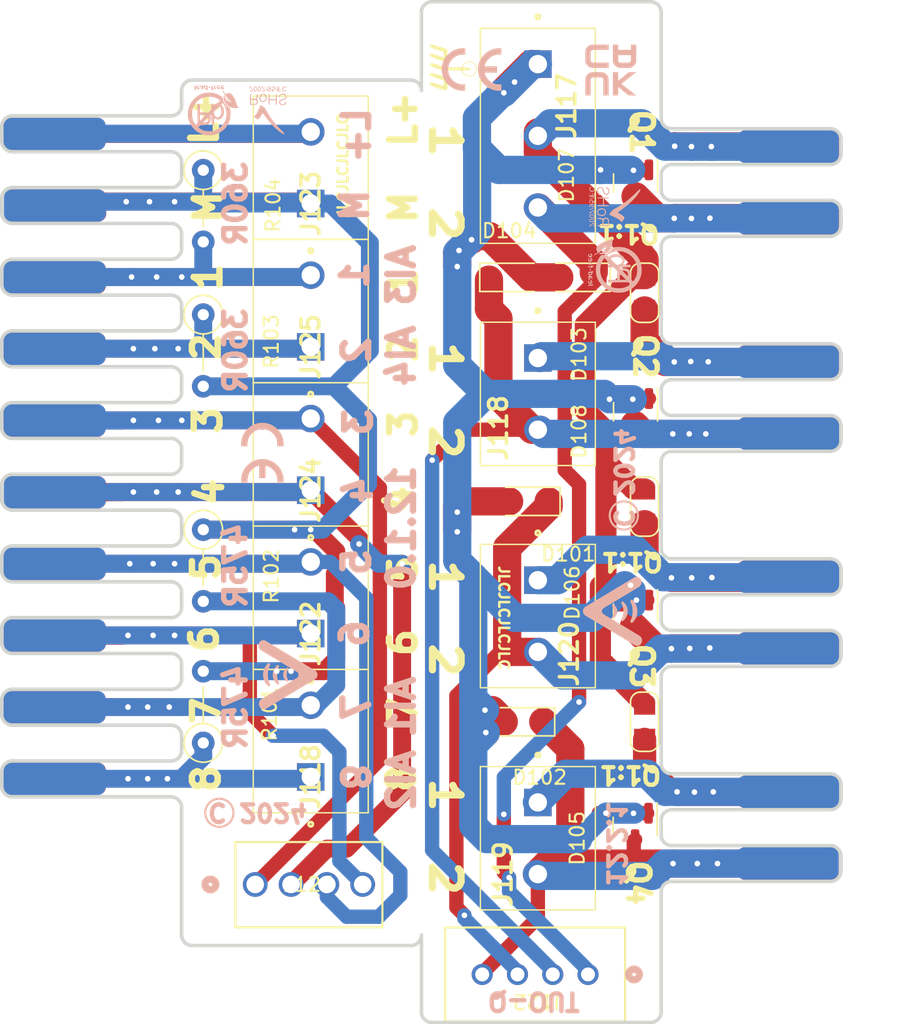
<source format=kicad_pcb>
(kicad_pcb (version 20221018) (generator pcbnew)
  (layers (0 "F.Cu" signal) (31 "B.Cu" signal) (34 "B.Paste" user) (35 "F.Paste" user) (36 "B.SilkS" user "B.Silkscreen") (37 "F.SilkS" user "F.Silkscreen") (38 "B.Mask" user) (39 "F.Mask" user) (44 "Edge.Cuts" user))
  (net 0 "")
  (net 1 "Net-(J102-Pin_1)")
  (net 2 "Net-(J103-Pin_1)")
  (net 3 "Net-(J104-Pin_1)")
  (net 4 "Net-(J105-Pin_1)")
  (net 5 "Net-(J106-Pin_1)")
  (net 6 "Net-(J107-Pin_1)")
  (net 7 "Net-(J108-Pin_1)")
  (net 8 "Net-(J109-Pin_1)")
  (net 9 "Net-(J119-Pin_1)")
  (net 10 "M")
  (net 11 "Net-(J101-Pin_1)")
  (net 12 "GNDPWR")
  (net 13 "Net-(J114-Pin_1)")
  (net 14 "Net-(J113-Pin_1)")
  (footprint "PCB_FOOTPRINT_Library:Conn_pin_PLC" (layer "F.Cu") (at 133.843095 113.372303)
    (fp_text reference "J104" hide)
    (fp_text value "Conn_01x01_PAD" hide)
  )
  (footprint "PCB_FOOTPRINT_Library:Conn_pin_PLC" (layer "F.Cu") (at 133.827476 93.050761)
    (fp_text reference "J108" hide)
    (fp_text value "Conn_01x01_PAD" hide)
  )
  (footprint "PCB_FOOTPRINT_Library:1729128" (layer "F.Cu") (at 169.388145 114.199897 -90)
    (fp_text reference "J120")
    (fp_text value "XY128V-A-5.08-2P" hide)
  )
  (footprint "PCB_FOOTPRINT_Library:1729128" (layer "F.Cu") (at 153.289 107.823 90)
    (fp_text reference "J124")
    (fp_text value "DB128L-5.08-2P-BK-S" hide)
  )
  (footprint "PCB_FOOTPRINT_Library:Conn_pin_PLC" (layer "F.Cu") (at 186.996473 129.210958 180)
    (fp_text reference "J101" hide)
    (fp_text value "Conn_01x01_PAD" hide)
  )
  (footprint "Diode_SMD:D_SOD-123F" (layer "F.Cu") (at 167.480145 92.736897)
    (fp_text reference "D104")
    (fp_text value "SMF24CA")
  )
  (footprint "PCB_FOOTPRINT_Library:Conn_pin_PLC" (layer "F.Cu") (at 133.855227 103.212303)
    (fp_text reference "J106" hide)
    (fp_text value "Conn_01x01_PAD" hide)
  )
  (footprint "PCB_FOOTPRINT_Library:Conn_pin_PLC" (layer "F.Cu") (at 186.990784 134.290546 180)
    (fp_text reference "J108" hide)
    (fp_text value "Conn_01x01_PAD" hide)
  )
  (footprint "PCB_FOOTPRINT_Library:Conn_pin_PLC" (layer "F.Cu") (at 133.835869 113.364473)
    (fp_text reference "J112" hide)
    (fp_text value "Conn_01x01_PAD" hide)
  )
  (footprint "PCB_FOOTPRINT_Library:Conn_pin_PLC" (layer "F.Cu") (at 133.827476 108.286084)
    (fp_text reference "J105" hide)
    (fp_text value "Conn_01x01_PAD" hide)
  )
  (footprint "Package_TO_SOT_SMD:SOT-23" (layer "F.Cu") (at 176.312145 102.261897 -90)
    (fp_text reference "D108")
    (fp_text value "BAT54C")
  )
  (footprint "PCB_FOOTPRINT_Library:Conn_pin_PLC" (layer "F.Cu") (at 133.827476 123.521415)
    (fp_text reference "J102" hide)
    (fp_text value "Conn_01x01_PAD" hide)
  )
  (footprint "PCB_FOOTPRINT_Library:Conn_pin_PLC" (layer "F.Cu") (at 187.005433 88.564445 180)
    (fp_text reference "J110" hide)
    (fp_text value "Conn_01x01_PAD" hide)
  )
  (footprint "PCB_FOOTPRINT_Library:Conn_pin_PLC" (layer "F.Cu") (at 133.848847 82.892303)
    (fp_text reference "J101" hide)
    (fp_text value "Conn_01x01_PAD" hide)
  )
  (footprint "PCB_FOOTPRINT_Library:CONN_B04B-XASK-1_JST" (layer "F.Cu") (at 172.944145 142.139897)
    (fp_text reference "J122")
    (fp_text value "B04B-XASK-1")
  )
  (footprint "PCB_FOOTPRINT_Library:Conn_pin_PLC" (layer "F.Cu") (at 133.827476 87.97232)
    (fp_text reference "J109" hide)
    (fp_text value "Conn_01x01_PAD" hide)
  )
  (footprint "PCB_FOOTPRINT_Library:XY128V-A-5.08-3P" (layer "F.Cu") (at 169.388145 77.623897 -90)
    (fp_text reference "J117")
    (fp_text value "XY128V-A-5.08-3P" hide)
  )
  (footprint "PCB_FOOTPRINT_Library:Conn_pin_PLC" (layer "F.Cu") (at 187.011946 103.803428 180)
    (fp_text reference "J106" hide)
    (fp_text value "Conn_01x01_PAD" hide)
  )
  (footprint "Resistor_THT:R_Axial_DIN0207_L6.3mm_D2.5mm_P5.08mm_Vertical" (layer "F.Cu") (at 145.669 85.14 -90)
    (fp_text reference "R104")
    (fp_text value "475R")
  )
  (footprint "PCB_FOOTPRINT_Library:1729128" (layer "F.Cu") (at 153.289 117.983 90)
    (fp_text reference "J122")
    (fp_text value "DB128L-5.08-2P-BK-S" hide)
  )
  (footprint "PCB_FOOTPRINT_Library:Conn_pin_PLC" (layer "F.Cu") (at 133.828433 93.039563)
    (fp_text reference "J116" hide)
    (fp_text value "Conn_01x01_PAD" hide)
  )
  (footprint "PCB_FOOTPRINT_Library:Conn_pin_PLC" (layer "F.Cu") (at 133.827476 118.442966)
    (fp_text reference "J103" hide)
    (fp_text value "Conn_01x01_PAD" hide)
  )
  (footprint "PCB_FOOTPRINT_Library:Conn_pin_PLC" (layer "F.Cu") (at 133.814529 98.135324)
    (fp_text reference "J115" hide)
    (fp_text value "Conn_01x01_PAD" hide)
  )
  (footprint "Resistor_THT:R_Axial_DIN0207_L6.3mm_D2.5mm_P5.08mm_Vertical" (layer "F.Cu") (at 145.669 125.73 90)
    (fp_text reference "R101")
    (fp_text value "360R")
  )
  (footprint "PCB_FOOTPRINT_Library:Conn_pin_PLC" (layer "F.Cu") (at 187.007879 83.475898 180)
    (fp_text reference "J109" hide)
    (fp_text value "Conn_01x01_PAD" hide)
  )
  (footprint "PCB_FOOTPRINT_Library:SolderJumper-2_P2.6mm_Open_RoundedPad2.0x3mm" (layer "F.Cu") (at 176.956145 108.979897 -90)
    (fp_text reference "JP102" hide)
    (fp_text value "SolderJumper_2_Open_PCB")
  )
  (footprint "Diode_SMD:D_SOD-123F" (layer "F.Cu") (at 172.309145 92.736897 180)
    (fp_text reference "D103")
    (fp_text value "SMF24CA")
  )
  (footprint "PCB_FOOTPRINT_Library:CONN_22-29-2041_MOL" (layer "F.Cu") (at 149.352 135.763)
    (fp_text reference "J126")
    (fp_text value "22292041")
  )
  (footprint "Resistor_THT:R_Axial_DIN0207_L6.3mm_D2.5mm_P5.08mm_Vertical" (layer "F.Cu") (at 145.669 110.617 -90)
    (fp_text reference "R102")
    (fp_text value "360R")
  )
  (footprint "Diode_SMD:D_SOD-123F" (layer "F.Cu") (at 168.753145 108.611897 180)
    (fp_text reference "D101")
    (fp_text value "SMF24CA")
  )
  (footprint "Resistor_THT:R_Axial_DIN0207_L6.3mm_D2.5mm_P5.08mm_Vertical" (layer "F.Cu") (at 145.669 95.377 -90)
    (fp_text reference "R103")
    (fp_text value "475R")
  )
  (footprint "PCB_FOOTPRINT_Library:Conn_pin_PLC" (layer "F.Cu") (at 187.002382 98.710877 180)
    (fp_text reference "J105" hide)
    (fp_text value "Conn_01x01_PAD" hide)
  )
  (footprint "PCB_FOOTPRINT_Library:Conn_pin_PLC" (layer "F.Cu") (at 133.829272 118.443869)
    (fp_text reference "J111" hide)
    (fp_text value "Conn_01x01_PAD" hide)
  )
  (footprint "PCB_FOOTPRINT_Library:Conn_pin_PLC" (layer "F.Cu") (at 187.003077 113.955357 180)
    (fp_text reference "J115" hide)
    (fp_text value "Conn_01x01_PAD" hide)
  )
  (footprint "Package_TO_SOT_SMD:SOT-23" (layer "F.Cu") (at 176.312145 86.054397 -90)
    (fp_text reference "D107")
    (fp_text value "BAT54C")
  )
  (footprint "PCB_FOOTPRINT_Library:Conn_pin_PLC" (layer "F.Cu") (at 133.846116 123.516547)
    (fp_text reference "J110" hide)
    (fp_text value "Conn_01x01_PAD" hide)
  )
  (footprint "PCB_FOOTPRINT_Library:1729128" (layer "F.Cu") (at 169.388145 98.451897 -90)
    (fp_text reference "J118")
    (fp_text value "XY128V-A-5.08-2P" hide)
  )
  (footprint "Package_TO_SOT_SMD:SOT-23" (layer "F.Cu") (at 176.312145 116.546897 -90)
    (fp_text reference "D106")
    (fp_text value "BAT54C")
  )
  (footprint "PCB_FOOTPRINT_Library:1729128" (layer "F.Cu") (at 169.388145 129.947897 -90)
    (fp_text reference "J119")
    (fp_text value "XY128V-A-5.08-2P" hide)
  )
  (footprint "PCB_FOOTPRINT_Library:1729128" (layer "F.Cu") (at 153.289 97.663 90)
    (fp_text reference "J125")
    (fp_text value "DB128L-5.08-2P-BK-S" hide)
  )
  (footprint "PCB_FOOTPRINT_Library:Conn_pin_PLC" (layer "F.Cu") (at 133.869293 82.892303)
    (fp_text reference "J120" hide)
    (fp_text value "Conn_01x01_PAD" hide)
  )
  (footprint "PCB_FOOTPRINT_Library:1729128" (layer "F.Cu") (at 153.289 87.503 90)
    (fp_text reference "J123")
    (fp_text value "DB128L-5.08-2P-BK-S" hide)
  )
  (footprint "PCB_FOOTPRINT_Library:Conn_pin_PLC" (layer "F.Cu") (at 133.82816 98.121694)
    (fp_text reference "J107" hide)
    (fp_text value "Conn_01x01_PAD" hide)
  )
  (footprint "Package_TO_SOT_SMD:SOT-23" (layer "F.Cu") (at 176.284776 131.652048 -90)
    (fp_text reference "D105")
    (fp_text value "BAT54C")
  )
  (footprint "PCB_FOOTPRINT_Library:SolderJumper-2_P2.6mm_Open_RoundedPad2.0x3mm" (layer "F.Cu") (at 176.956145 124.229897 -90)
    (fp_text reference "JP103" hide)
    (fp_text value "SolderJumper_2_Open_PCB")
  )
  (footprint "PCB_FOOTPRINT_Library:1729128" (layer "F.Cu") (at 153.289 128.143 90)
    (fp_text reference "J118")
    (fp_text value "DB128L-5.08-2P-BK-S" hide)
  )
  (footprint "PCB_FOOTPRINT_Library:Conn_pin_PLC" (layer "F.Cu") (at 133.84614 103.212303)
    (fp_text reference "J114" hide)
    (fp_text value "Conn_01x01_PAD" hide)
  )
  (footprint "PCB_FOOTPRINT_Library:SolderJumper-2_P2.6mm_Open_RoundedPad2.0x3mm" (layer "F.Cu") (at 176.956145 93.829897 -90)
    (fp_text reference "JP101" hide)
    (fp_text value "SolderJumper_2_Open_PCB")
  )
  (footprint "PCB_FOOTPRINT_Library:Conn_pin_PLC" (layer "F.Cu") (at 133.824486 77.815977)
    (fp_text reference "J121" hide)
    (fp_text value "Conn_01x01_PAD" hide)
  )
  (footprint "PCB_FOOTPRINT_Library:Conn_pin_PLC" (layer "F.Cu") (at 133.846429 87.986803)
    (fp_text reference "J117" hide)
    (fp_text value "Conn_01x01_PAD" hide)
  )
  (footprint "PCB_FOOTPRINT_Library:Conn_pin_PLC" (layer "F.Cu") (at 133.826025 108.293173)
    (fp_text reference "J113" hide)
    (fp_text value "Conn_01x01_PAD" hide)
  )
  (footprint "Diode_SMD:D_SOD-123F" (layer "F.Cu") (at 168.372145 124.232897 180)
    (fp_text reference "D102")
    (fp_text value "SMF24CA")
  )
  (footprint "PCB_FOOTPRINT_Library:Conn_pin_PLC" (layer "F.Cu") (at 187.00645 119.035897 180)
    (fp_text reference "J114" hide)
    (fp_text value "Conn_01x01_PAD" hide)
  )
  (footprint "PCB_FOOTPRINT_Library:Conn_pin_PLC" (layer "B.Cu") (at 187.215645 88.554985)
    (fp_text reference "J104" hide)
    (fp_text value "Conn_01x01_PAD" hide)
  )
  (footprint "LOGO" (layer "B.Cu") (at 174.849145 90.069897 90)
    (fp_text reference "G***" hide)
    (fp_text value "LOGO" hide)
  )
  (footprint "PCB_FOOTPRINT_Library:Conn_pin_PLC" (layer "B.Cu") (at 187.222892 98.728489)
    (fp_text reference "J111" hide)
    (fp_text value "Conn_01x01_PAD" hide)
  )
  (footprint "PCB_FOOTPRINT_Library:Conn_pin_PLC" (layer "B.Cu") (at 187.243604 113.965438)
    (fp_text reference "J113" hide)
    (fp_text value "Conn_01x01_PAD" hide)
  )
  (footprint "LOGO" (layer "B.Cu") (at 150.006856 105.482877 -90)
    (fp_text reference "G***" hide)
    (fp_text value "LOGO" hide)
  )
  (footprint "LOGO" (layer "B.Cu") (at 165.016021 77.858041)
    (fp_text reference "G***" hide)
    (fp_text value "LOGO" hide)
  )
  (footprint "LOGO" (layer "B.Cu") (at 174.595145 78.004897)
    (fp_text reference "G***" hide)
    (fp_text value "LOGO" hide)
  )
  (footprint "LOGO" (layer "B.Cu") (at 148.082 80.899)
    (fp_text reference "G***" hide)
    (fp_text value "LOGO" hide)
  )
  (footprint "PCB_FOOTPRINT_Library:Conn_pin_PLC" (layer "B.Cu") (at 187.233171 129.208791)
    (fp_text reference "J107" hide)
    (fp_text value "Conn_01x01_PAD" hide)
  )
  (footprint "PCB_FOOTPRINT_Library:Conn_pin_PLC" (layer "B.Cu") (at 187.207034 134.279941)
    (fp_text reference "J102" hide)
    (fp_text value "Conn_01x01_PAD" hide)
  )
  (footprint "PCB_FOOTPRINT_Library:Conn_pin_PLC" (layer "B.Cu") (at 187.228389 119.041975)
    (fp_text reference "J116" hide)
    (fp_text value "Conn_01x01_PAD" hide)
  )
  (footprint "PCB_FOOTPRINT_Library:Conn_pin_PLC" (layer "B.Cu") (at 187.235919 103.811539)
    (fp_text reference "J112" hide)
    (fp_text value "Conn_01x01_PAD" hide)
  )
  (footprint "PCB_FOOTPRINT_Library:Conn_pin_PLC" (layer "B.Cu") (at 136.440986 77.815977 180)
    (fp_text reference "J119" hide)
    (fp_text value "Conn_01x01_PAD" hide)
  )
  (footprint "PCB_FOOTPRINT_Library:Conn_pin_PLC" (layer "B.Cu") (at 187.221682 83.480958)
    (fp_text reference "J103" hide)
    (fp_text value "Conn_01x01_PAD" hide)
  )
  (gr_poly (pts (xy 176.442358 116.463473) (xy 176.437836 116.522268) (xy 176.430402 116.579952) (xy 176.420139 116.636443) (xy 176.407129 116.691662) (xy 176.391456 116.745526) (xy 176.373203 116.797955) (xy 176.352453 116.848868) (xy 176.329289 116.898183) (xy 176.303795 116.945819) (xy 176.276053 116.991695) (xy 176.246146 117.035731) (xy 176.214159 117.077844) (xy 176.180173 117.117955) (xy 176.144272 117.155981) (xy 176.106539 117.191842) (xy 176.106539 117.193033) (xy 176.100006 117.198871) (xy 176.093269 117.204765) (xy 176.079552 117.216647) (xy 176.079248 117.216874) (xy 176.078938 117.217094) (xy 176.078623 117.217305) (xy 176.078303 117.217508) (xy 176.077978 117.217702) (xy 176.077647 117.217888) (xy 176.077312 117.218066) (xy 176.076972 117.218235) (xy 176.074926 117.219333) (xy 176.072851 117.220369) (xy 176.07075 117.221343) (xy 176.068623 117.222254) (xy 176.066472 117.223102) (xy 176.0643 117.223887) (xy 176.062106 117.224608) (xy 176.059892 117.225264) (xy 176.057661 117.225856) (xy 176.055412 117.226383) (xy 176.053149 117.226844) (xy 176.050871 117.22724) (xy 176.048581 117.227569) (xy 176.04628 117.227832) (xy 176.043969 117.228028) (xy 176.04165 117.228156) (xy 176.037358 117.228036) (xy 176.033115 117.227679) (xy 176.028925 117.227091) (xy 176.024794 117.226276) (xy 176.020725 117.22524) (xy 176.016722 117.223987) (xy 176.01279 117.222524) (xy 176.008933 117.220854) (xy 176.005155 117.218984) (xy 176.00146 117.216918) (xy 175.997853 117.214661) (xy 175.994337 117.212219) (xy 175.990917 117.209596) (xy 175.987598 117.206798) (xy 175.984382 117.20383) (xy 175.981276 117.200697) (xy 175.978282 117.197404) (xy 175.975405 117.193957) (xy 175.972649 117.190359) (xy 175.970019 117.186618) (xy 175.967518 117.182737) (xy 175.965152 117.178721) (xy 175.962923 117.174577) (xy 175.960837 117.170308) (xy 175.958897 117.165921) (xy 175.957108 117.16142) (xy 175.955473 117.15681) (xy 175.953998 117.152097) (xy 175.952687 117.147285) (xy 175.951542 117.14238) (xy 175.95057 117.137387) (xy 175.949774 117.132311) (xy 175.949232 117.12959) (xy 175.948767 117.126856) (xy 175.948378 117.124112) (xy 175.948066 117.121358) (xy 175.947831 117.118597) (xy 175.947674 117.11583) (xy 175.947594 117.113058) (xy 175.947591 117.110284) (xy 175.947591 117.106911) (xy 175.947631 117.10479) (xy 175.947717 117.102671) (xy 175.947848 117.100555) (xy 175.948024 117.098443) (xy 175.948245 117.096335) (xy 175.948511 117.094232) (xy 175.948822 117.092135) (xy 175.949178 117.090044) (xy 175.949201 117.08919) (xy 175.949265 117.08834) (xy 175.949365 117.087495) (xy 175.949498 117.086651) (xy 175.949657 117.085811) (xy 175.949838 117.084972) (xy 175.950245 117.083297) (xy 175.951104 117.079942) (xy 175.951299 117.079099) (xy 175.951476 117.078253) (xy 175.951631 117.077403) (xy 175.951758 117.07655) (xy 175.954735 117.067025) (xy 175.955102 117.065854) (xy 175.955492 117.064691) (xy 175.955905 117.063537) (xy 175.956341 117.06239) (xy 175.956799 117.061253) (xy 175.957279 117.060125) (xy 175.957782 117.059006) (xy 175.958307 117.057897) (xy 175.959647 117.055479) (xy 175.960953 117.053043) (xy 175.962222 117.050588) (xy 175.963456 117.048116) (xy 175.964654 117.045626) (xy 175.965816 117.043118) (xy 175.966941 117.040594) (xy 175.96803 117.038053) (xy 175.96848 117.037167) (xy 175.96895 117.036293) (xy 175.969441 117.03543) (xy 175.969952 117.03458) (xy 175.970484 117.033742) (xy 175.971035 117.032917) (xy 175.971606 117.032105) (xy 175.972197 117.031306) (xy 175.973552 117.029386) (xy 175.974939 117.02749) (xy 175.976357 117.025617) (xy 175.977806 117.023768) (xy 175.979285 117.021944) (xy 175.980795 117.020144) (xy 175.982335 117.01837) (xy 175.983905 117.016621) (xy 175.983037 117.017411) (xy 175.982182 117.018213) (xy 175.981339 117.019028) (xy 175.980509 117.019856) (xy 175.979692 117.020696) (xy 175.978888 117.021548) (xy 175.978098 117.022412) (xy 175.977321 117.023289) (xy 175.976557 117.024177) (xy 175.975807 117.025076) (xy 175.975071 117.025988) (xy 175.974349 117.02691) (xy 175.973641 117.027844) (xy 175.972947 117.028789) (xy 175.972267 117.029745) (xy 175.971602 117.030711) (xy 175.986939 116.997859) (xy 176.001457 116.963991) (xy 176.015133 116.929146) (xy 176.027943 116.893358) (xy 176.039863 116.856665) (xy 176.05087 116.819102) (xy 176.060941 116.780706) (xy 176.070052 116.741513) (xy 176.078179 116.70156) (xy 176.085298 116.660883) (xy 176.091387 116.619518) (xy 176.096422 116.577501) (xy 176.100379 116.53487) (xy 176.103235 116.49166) (xy 176.104965 116.447907) (xy 176.105547 116.403648) (xy 176.104935 116.358491) (xy 176.103117 116.313831) (xy 176.100117 116.26971) (xy 176.095963 116.226171) (xy 176.09068 116.183255) (xy 176.084294 116.141004) (xy 176.07683 116.09946) (xy 176.068315 116.058665) (xy 176.058775 116.01866) (xy 176.048235 115.979488) (xy 176.036721 115.941191) (xy 176.024259 115.903809) (xy 176.010875 115.867386) (xy 175.996595 115.831962) (xy 175.981445 115.797581) (xy 175.96545 115.764283) (xy 175.965051 115.763698) (xy 175.964663 115.763106) (xy 175.964286 115.762507) (xy 175.963921 115.761901) (xy 175.963569 115.761289) (xy 175.963227 115.76067) (xy 175.962898 115.760045) (xy 175.962581 115.759413) (xy 175.962276 115.758776) (xy 175.961984 115.758133) (xy 175.961703 115.757484) (xy 175.961435 115.75683) (xy 175.96118 115.75617) (xy 175.960937 115.755506) (xy 175.960707 115.754837) (xy 175.960489 115.754163) (xy 175.958908 115.750755) (xy 175.957427 115.747309) (xy 175.956048 115.743826) (xy 175.954771 115.740308) (xy 175.953596 115.736758) (xy 175.952525 115.733177) (xy 175.951557 115.729569) (xy 175.950693 115.725936) (xy 175.949934 115.722279) (xy 175.94928 115.718601) (xy 175.948732 115.714904) (xy 175.948289 115.711191) (xy 175.947953 115.707464) (xy 175.947725 115.703724) (xy 175.947604 115.699975) (xy 175.947591 115.696219) (xy 175.947711 115.690229) (xy 175.948069 115.68432) (xy 175.948658 115.678498) (xy 175.949473 115.672771) (xy 175.951755 115.661631) (xy 175.954868 115.650956) (xy 175.958766 115.640805) (xy 175.963403 115.631234) (xy 175.96873 115.622302) (xy 175.974702 115.614066) (xy 175.977916 115.610226) (xy 175.981272 115.606583) (xy 175.984767 115.603142) (xy 175.988393 115.599911) (xy 175.992145 115.596897) (xy 175.996017 115.594107) (xy 176.000004 115.591549) (xy 176.004099 115.58923) (xy 176.008297 115.587157) (xy 176.012591 115.585336) (xy 176.016977 115.583776) (xy 176.021447 115.582484) (xy 176.025997 115.581466) (xy 176.03062 115.58073) (xy 176.035311 115.580283) (xy 176.040063 115.580133) (xy 176.042937 115.580229) (xy 176.045799 115.580429) (xy 176.048647 115.580732) (xy 176.051477 115.581136) (xy 176.054288 115.581642) (xy 176.057075 115.582247) (xy 176.059838 115.582952) (xy 176.062572 115.583755) (xy 176.065276 115.584656) (xy 176.067947 115.585654) (xy 176.070582 115.586747) (xy 176.073178 115.587936) (xy 176.075733 115.589219) (xy 176.078244 115.590596) (xy 176.080708 115.592065) (xy 176.083124 115.593627) (xy 176.085431 115.595579) (xy 176.087737 115.597564) (xy 176.092351 115.601614) (xy 176.096965 115.605737) (xy 176.101578 115.609898) (xy 176.139759 115.645822) (xy 176.176109 115.684025) (xy 176.21054 115.724409) (xy 176.242965 115.766878) (xy 176.273298 115.811334) (xy 176.30145 115.85768) (xy 176.327335 115.905818) (xy 176.350866 115.955651) (xy 176.371954 116.007082) (xy 176.390514 116.060012) (xy 176.406458 116.114346) (xy 176.419699 116.169985) (xy 176.430149 116.226832) (xy 176.437721 116.28479) (xy 176.442328 116.343761) (xy 176.443883 116.403648)) (fill solid) (layer "B.SilkS"))
  (gr_poly (pts (xy 150.595501 120.854032) (xy 150.599232 120.806451) (xy 150.605519 120.759353) (xy 150.614316 120.712831) (xy 150.625581 120.666981) (xy 150.63927 120.621897) (xy 150.655341 120.577674) (xy 150.67375 120.534406) (xy 150.694453 120.492188) (xy 150.717408 120.451115) (xy 150.742571 120.411281) (xy 150.769899 120.37278) (xy 150.799348 120.335707) (xy 150.830876 120.300157) (xy 150.864438 120.266225) (xy 150.899993 120.234005) (xy 150.906014 120.229062) (xy 150.912147 120.224083) (xy 150.918355 120.219103) (xy 150.924599 120.214161) (xy 150.924716 120.214047) (xy 150.924836 120.213936) (xy 150.924959 120.213829) (xy 150.925085 120.213725) (xy 150.925213 120.213625) (xy 150.925345 120.213529) (xy 150.925478 120.213436) (xy 150.925614 120.213346) (xy 150.925753 120.213261) (xy 150.925893 120.213179) (xy 150.926036 120.213101) (xy 150.926181 120.213028) (xy 150.926329 120.212958) (xy 150.926478 120.212892) (xy 150.926629 120.21283) (xy 150.926782 120.212772) (xy 150.928716 120.211781) (xy 150.930673 120.210845) (xy 150.932653 120.209964) (xy 150.934654 120.209138) (xy 150.936676 120.208368) (xy 150.938717 120.207653) (xy 150.940776 120.206994) (xy 150.942852 120.206392) (xy 150.944943 120.205847) (xy 150.947049 120.205358) (xy 150.949168 120.204927) (xy 150.951299 120.204554) (xy 150.953441 120.204238) (xy 150.955593 120.203981) (xy 150.957753 120.203783) (xy 150.959921 120.203643) (xy 150.964016 120.203983) (xy 150.968057 120.204504) (xy 150.97204 120.205203) (xy 150.97596 120.206075) (xy 150.979814 120.207116) (xy 150.983598 120.208322) (xy 150.987306 120.209689) (xy 150.990936 120.211214) (xy 150.994482 120.212891) (xy 150.997941 120.214717) (xy 151.001309 120.216689) (xy 151.00458 120.218801) (xy 151.007752 120.22105) (xy 151.01082 120.223432) (xy 151.013779 120.225943) (xy 151.016626 120.228578) (xy 151.019356 120.231334) (xy 151.021965 120.234207) (xy 151.02445 120.237192) (xy 151.026805 120.240286) (xy 151.029026 120.243485) (xy 151.031111 120.246784) (xy 151.033053 120.250179) (xy 151.034849 120.253667) (xy 151.036495 120.257242) (xy 151.037987 120.260903) (xy 151.039321 120.264643) (xy 151.040491 120.26846) (xy 151.041495 120.272349) (xy 151.042328 120.276306) (xy 151.042986 120.280327) (xy 151.043464 120.284407) (xy 151.043919 120.286712) (xy 151.044308 120.289027) (xy 151.044631 120.291351) (xy 151.044888 120.293683) (xy 151.045078 120.296022) (xy 151.045202 120.298365) (xy 151.045259 120.300712) (xy 151.045249 120.303061) (xy 151.045249 120.305839) (xy 151.045238 120.307637) (xy 151.045179 120.309434) (xy 151.045075 120.311228) (xy 151.044924 120.313018) (xy 151.044727 120.314804) (xy 151.044484 120.316585) (xy 151.044195 120.318359) (xy 151.04386 120.320126) (xy 151.043501 120.321526) (xy 151.043158 120.322931) (xy 151.042834 120.324339) (xy 151.042527 120.325752) (xy 151.042238 120.327168) (xy 151.041967 120.328588) (xy 151.041714 120.330011) (xy 151.041479 120.331438) (xy 151.041459 120.331989) (xy 151.0414 120.332528) (xy 151.041308 120.333056) (xy 151.041185 120.333574) (xy 151.041035 120.334084) (xy 151.040862 120.334587) (xy 151.04067 120.335085) (xy 151.040462 120.33558) (xy 151.040016 120.336563) (xy 151.039554 120.337549) (xy 151.039105 120.338548) (xy 151.038896 120.339057) (xy 151.038701 120.339573) (xy 151.038411 120.340558) (xy 151.03809 120.341532) (xy 151.037738 120.342495) (xy 151.037356 120.343446) (xy 151.036943 120.344384) (xy 151.0365 120.345308) (xy 151.036028 120.346219) (xy 151.035526 120.347114) (xy 151.034353 120.349116) (xy 151.033213 120.351108) (xy 151.0321 120.3531) (xy 151.031011 120.355101) (xy 151.029941 120.357121) (xy 151.028884 120.359169) (xy 151.027837 120.361255) (xy 151.026795 120.363386) (xy 151.026368 120.36411) (xy 151.025929 120.364826) (xy 151.025477 120.365534) (xy 151.025011 120.366233) (xy 151.024533 120.366924) (xy 151.024043 120.367606) (xy 151.02354 120.368279) (xy 151.023024 120.368942) (xy 151.021791 120.370593) (xy 151.020526 120.37222) (xy 151.019231 120.373822) (xy 151.017906 120.375398) (xy 151.01655 120.376949) (xy 151.015165 120.378474) (xy 151.013751 120.379972) (xy 151.012309 120.381444) (xy 151.013846 120.380101) (xy 151.015343 120.378714) (xy 151.016799 120.377285) (xy 151.018212 120.375815) (xy 151.019582 120.374304) (xy 151.020907 120.372754) (xy 151.022187 120.371165) (xy 151.023421 120.369538) (xy 151.008511 120.400501) (xy 150.994554 120.431846) (xy 150.981553 120.463551) (xy 150.969515 120.495594) (xy 150.958445 120.527952) (xy 150.948347 120.560603) (xy 150.939227 120.593525) (xy 150.931089 120.626697) (xy 150.923939 120.660095) (xy 150.917783 120.693697) (xy 150.912624 120.727483) (xy 150.908468 120.761429) (xy 150.90532 120.795513) (xy 150.903186 120.829713) (xy 150.90207 120.864007) (xy 150.901977 120.898373) (xy 150.902088 120.933477) (xy 150.903269 120.968504) (xy 150.905513 121.00343) (xy 150.908816 121.038232) (xy 150.913172 121.072885) (xy 150.918575 121.107366) (xy 150.925019 121.141652) (xy 150.9325 121.175719) (xy 150.941011 121.209543) (xy 150.950548 121.2431) (xy 150.961103 121.276368) (xy 150.972673 121.309322) (xy 150.98525 121.341938) (xy 150.998831 121.374194) (xy 151.013408 121.406065) (xy 151.028977 121.437528) (xy 151.029355 121.438013) (xy 151.029722 121.438505) (xy 151.030079 121.439004) (xy 151.030426 121.439511) (xy 151.030762 121.440023) (xy 151.031088 121.440543) (xy 151.031402 121.441069) (xy 151.031706 121.441601) (xy 151.032 121.442139) (xy 151.032282 121.442683) (xy 151.032553 121.443232) (xy 151.032813 121.443788) (xy 151.033062 121.444348) (xy 151.033299 121.444914) (xy 151.033525 121.445485) (xy 151.03374 121.446061) (xy 151.035136 121.448928) (xy 151.036445 121.45183) (xy 151.037665 121.454766) (xy 151.038796 121.457734) (xy 151.039837 121.460732) (xy 151.040788 121.463757) (xy 151.041649 121.466807) (xy 151.04242 121.469881) (xy 151.043098 121.472977) (xy 151.043685 121.476092) (xy 151.044179 121.479224) (xy 151.044581 121.482372) (xy 151.044889 121.485533) (xy 151.045104 121.488705) (xy 151.045224 121.491887) (xy 151.045249 121.495075) (xy 151.04514 121.500122) (xy 151.044817 121.505101) (xy 151.044284 121.510007) (xy 151.043547 121.514832) (xy 151.042611 121.519572) (xy 151.041482 121.52422) (xy 151.040164 121.52877) (xy 151.038664 121.533215) (xy 151.036985 121.537551) (xy 151.035134 121.54177) (xy 151.033115 121.545867) (xy 151.030934 121.549836) (xy 151.028596 121.55367) (xy 151.026106 121.557364) (xy 151.02347 121.560911) (xy 151.020693 121.564305) (xy 151.017779 121.567541) (xy 151.014735 121.570612) (xy 151.011565 121.573512) (xy 151.008275 121.576235) (xy 151.004869 121.578775) (xy 151.001354 121.581126) (xy 150.997734 121.583282) (xy 150.994015 121.585237) (xy 150.990202 121.586985) (xy 150.986299 121.588519) (xy 150.982313 121.589834) (xy 150.978249 121.590923) (xy 150.974111 121.591781) (xy 150.969905 121.592401) (xy 150.965636 121.592778) (xy 150.96131 121.592905) (xy 150.958681 121.592858) (xy 150.956061 121.592719) (xy 150.953451 121.592487) (xy 150.950856 121.592164) (xy 150.948276 121.59175) (xy 150.945715 121.591246) (xy 150.943175 121.590653) (xy 150.940657 121.589971) (xy 150.938165 121.589201) (xy 150.935701 121.588343) (xy 150.933267 121.587399) (xy 150.930865 121.586369) (xy 150.928499 121.585253) (xy 150.926169 121.584053) (xy 150.923879 121.582768) (xy 150.921631 121.581401) (xy 150.921623 121.581395) (xy 150.917455 121.578084) (xy 150.913288 121.574698) (xy 150.909121 121.571238) (xy 150.904954 121.567703) (xy 150.869161 121.535748) (xy 150.835347 121.502067) (xy 150.803556 121.466752) (xy 150.773831 121.4299) (xy 150.746218 121.391604) (xy 150.720759 121.351958) (xy 150.697499 121.311056) (xy 150.676483 121.268993) (xy 150.657752 121.225863) (xy 150.641353 121.181761) (xy 150.627328 121.13678) (xy 150.615723 121.091015) (xy 150.60658 121.044561) (xy 150.599943 120.99751) (xy 150.595857 120.949959) (xy 150.594366 120.902)) (fill solid) (layer "B.SilkS"))
  (gr_poly (pts (xy 149.91072 120.839342) (xy 149.915242 120.780547) (xy 149.922676 120.722863) (xy 149.932939 120.666372) (xy 149.945949 120.611153) (xy 149.961622 120.557289) (xy 149.979875 120.50486) (xy 150.000625 120.453947) (xy 150.023789 120.404632) (xy 150.049283 120.356996) (xy 150.077025 120.31112) (xy 150.106932 120.267084) (xy 150.138919 120.224971) (xy 150.172905 120.18486) (xy 150.208806 120.146834) (xy 150.246539 120.110973) (xy 150.246539 120.109782) (xy 150.253072 120.103944) (xy 150.259809 120.09805) (xy 150.273526 120.086168) (xy 150.27383 120.085941) (xy 150.27414 120.085721) (xy 150.274455 120.08551) (xy 150.274775 120.085307) (xy 150.2751 120.085113) (xy 150.275431 120.084927) (xy 150.275766 120.084749) (xy 150.276106 120.08458) (xy 150.278152 120.083482) (xy 150.280227 120.082446) (xy 150.282328 120.081472) (xy 150.284455 120.080561) (xy 150.286606 120.079713) (xy 150.288778 120.078928) (xy 150.290972 120.078207) (xy 150.293186 120.077551) (xy 150.295417 120.076959) (xy 150.297666 120.076432) (xy 150.299929 120.075971) (xy 150.302207 120.075575) (xy 150.304497 120.075246) (xy 150.306798 120.074983) (xy 150.309109 120.074787) (xy 150.311428 120.074659) (xy 150.31572 120.074779) (xy 150.319963 120.075136) (xy 150.324153 120.075724) (xy 150.328284 120.076539) (xy 150.332353 120.077575) (xy 150.336356 120.078828) (xy 150.340288 120.080291) (xy 150.344145 120.081961) (xy 150.347923 120.083831) (xy 150.351618 120.085897) (xy 150.355225 120.088154) (xy 150.358741 120.090596) (xy 150.362161 120.093219) (xy 150.36548 120.096017) (xy 150.368696 120.098985) (xy 150.371802 120.102118) (xy 150.374796 120.105411) (xy 150.377673 120.108858) (xy 150.380429 120.112456) (xy 150.383059 120.116197) (xy 150.38556 120.120078) (xy 150.387926 120.124094) (xy 150.390155 120.128238) (xy 150.392241 120.132507) (xy 150.394181 120.136894) (xy 150.39597 120.141395) (xy 150.397605 120.146005) (xy 150.39908 120.150718) (xy 150.400391 120.15553) (xy 150.401536 120.160435) (xy 150.402508 120.165428) (xy 150.403304 120.170504) (xy 150.403846 120.173225) (xy 150.404311 120.175959) (xy 150.4047 120.178703) (xy 150.405012 120.181457) (xy 150.405247 120.184218) (xy 150.405404 120.186985) (xy 150.405484 120.189757) (xy 150.405487 120.192531) (xy 150.405487 120.195904) (xy 150.405447 120.198025) (xy 150.405361 120.200144) (xy 150.40523 120.20226) (xy 150.405054 120.204372) (xy 150.404833 120.20648) (xy 150.404567 120.208583) (xy 150.404256 120.21068) (xy 150.4039 120.212771) (xy 150.403877 120.213625) (xy 150.403813 120.214475) (xy 150.403713 120.21532) (xy 150.40358 120.216164) (xy 150.403421 120.217004) (xy 150.40324 120.217843) (xy 150.402833 120.219518) (xy 150.401974 120.222873) (xy 150.401779 120.223716) (xy 150.401602 120.224562) (xy 150.401447 120.225412) (xy 150.40132 120.226265) (xy 150.398343 120.23579) (xy 150.397976 120.236961) (xy 150.397586 120.238124) (xy 150.397173 120.239278) (xy 150.396737 120.240425) (xy 150.396279 120.241562) (xy 150.395799 120.24269) (xy 150.395296 120.243809) (xy 150.394771 120.244918) (xy 150.393431 120.247336) (xy 150.392125 120.249772) (xy 150.390856 120.252227) (xy 150.389622 120.254699) (xy 150.388424 120.257189) (xy 150.387262 120.259697) (xy 150.386137 120.262221) (xy 150.385048 120.264762) (xy 150.384598 120.265648) (xy 150.384128 120.266522) (xy 150.383637 120.267385) (xy 150.383126 120.268235) (xy 150.382594 120.269073) (xy 150.382043 120.269898) (xy 150.381472 120.27071) (xy 150.380881 120.271509) (xy 150.379526 120.273429) (xy 150.378139 120.275325) (xy 150.376721 120.277198) (xy 150.375272 120.279047) (xy 150.373793 120.280871) (xy 150.372283 120.282671) (xy 150.370743 120.284445) (xy 150.369173 120.286194) (xy 150.370041 120.285404) (xy 150.370896 120.284602) (xy 150.371739 120.283787) (xy 150.372569 120.282959) (xy 150.373386 120.282119) (xy 150.37419 120.281267) (xy 150.37498 120.280403) (xy 150.375757 120.279526) (xy 150.376521 120.278638) (xy 150.377271 120.277739) (xy 150.378007 120.276827) (xy 150.378729 120.275905) (xy 150.379437 120.274971) (xy 150.380131 120.274026) (xy 150.380811 120.27307) (xy 150.381476 120.272104) (xy 150.366139 120.304956) (xy 150.351621 120.338824) (xy 150.337945 120.373669) (xy 150.325135 120.409457) (xy 150.313215 120.44615) (xy 150.302208 120.483713) (xy 150.292137 120.522109) (xy 150.283026 120.561302) (xy 150.274899 120.601255) (xy 150.26778 120.641932) (xy 150.261691 120.683297) (xy 150.256656 120.725314) (xy 150.252699 120.767945) (xy 150.249843 120.811155) (xy 150.248113 120.854908) (xy 150.247531 120.899167) (xy 150.248143 120.944324) (xy 150.249961 120.988984) (xy 150.252961 121.033105) (xy 150.257115 121.076644) (xy 150.262398 121.11956) (xy 150.268784 121.161811) (xy 150.276248 121.203355) (xy 150.284763 121.24415) (xy 150.294303 121.284155) (xy 150.304843 121.323327) (xy 150.316357 121.361624) (xy 150.328819 121.399006) (xy 150.342203 121.435429) (xy 150.356483 121.470853) (xy 150.371633 121.505234) (xy 150.387628 121.538532) (xy 150.388027 121.539117) (xy 150.388415 121.539709) (xy 150.388792 121.540308) (xy 150.389157 121.540914) (xy 150.389509 121.541526) (xy 150.389851 121.542145) (xy 150.39018 121.54277) (xy 150.390497 121.543402) (xy 150.390802 121.544039) (xy 150.391094 121.544682) (xy 150.391375 121.545331) (xy 150.391643 121.545985) (xy 150.391898 121.546645) (xy 150.392141 121.547309) (xy 150.392371 121.547978) (xy 150.392589 121.548652) (xy 150.39417 121.55206) (xy 150.395651 121.555506) (xy 150.39703 121.558989) (xy 150.398307 121.562507) (xy 150.399482 121.566057) (xy 150.400553 121.569638) (xy 150.401521 121.573246) (xy 150.402385 121.576879) (xy 150.403144 121.580536) (xy 150.403798 121.584214) (xy 150.404346 121.587911) (xy 150.404789 121.591624) (xy 150.405125 121.595351) (xy 150.405353 121.599091) (xy 150.405474 121.60284) (xy 150.405487 121.606596) (xy 150.405367 121.612586) (xy 150.405009 121.618495) (xy 150.40442 121.624317) (xy 150.403605 121.630044) (xy 150.401323 121.641184) (xy 150.39821 121.651859) (xy 150.394312 121.66201) (xy 150.389675 121.671581) (xy 150.384348 121.680513) (xy 150.378376 121.688749) (xy 150.375162 121.692589) (xy 150.371806 121.696232) (xy 150.368311 121.699673) (xy 150.364685 121.702904) (xy 150.360933 121.705918) (xy 150.357061 121.708708) (xy 150.353074 121.711266) (xy 150.348979 121.713585) (xy 150.344781 121.715658) (xy 150.340487 121.717479) (xy 150.336101 121.719039) (xy 150.331631 121.720331) (xy 150.327081 121.721349) (xy 150.322458 121.722085) (xy 150.317767 121.722532) (xy 150.313015 121.722682) (xy 150.310141 121.722586) (xy 150.307279 121.722386) (xy 150.304431 121.722083) (xy 150.301601 121.721679) (xy 150.29879 121.721173) (xy 150.296003 121.720568) (xy 150.29324 121.719863) (xy 150.290506 121.71906) (xy 150.287802 121.718159) (xy 150.285131 121.717161) (xy 150.282496 121.716068) (xy 150.2799 121.714879) (xy 150.277345 121.713596) (xy 150.274834 121.712219) (xy 150.27237 121.71075) (xy 150.269954 121.709188) (xy 150.267647 121.707236) (xy 150.265341 121.705251) (xy 150.260727 121.701201) (xy 150.256113 121.697078) (xy 150.2515 121.692917) (xy 150.213319 121.656993) (xy 150.176969 121.61879) (xy 150.142538 121.578406) (xy 150.110113 121.535937) (xy 150.07978 121.491481) (xy 150.051628 121.445135) (xy 150.025743 121.396997) (xy 150.002212 121.347164) (xy 149.981124 121.295733) (xy 149.962564 121.242803) (xy 149.94662 121.188469) (xy 149.933379 121.13283) (xy 149.922929 121.075983) (xy 149.915357 121.018025) (xy 149.91075 120.959054) (xy 149.909195 120.899167)) (fill solid) (layer "B.SilkS"))
  (gr_circle (center 175.484145 109.611897) (end 174.484145 109.611897) (stroke (width 0.15)) (fill none) (layer "B.SilkS"))
  (gr_poly (pts (xy 175.757577 116.448783) (xy 175.753846 116.496364) (xy 175.747559 116.543462) (xy 175.738762 116.589984) (xy 175.727497 116.635834) (xy 175.713808 116.680918) (xy 175.697737 116.725141) (xy 175.679328 116.768409) (xy 175.658625 116.810627) (xy 175.63567 116.8517) (xy 175.610507 116.891534) (xy 175.583179 116.930035) (xy 175.55373 116.967108) (xy 175.522202 117.002658) (xy 175.48864 117.03659) (xy 175.453085 117.06881) (xy 175.447064 117.073753) (xy 175.440931 117.078732) (xy 175.434723 117.083712) (xy 175.428479 117.088654) (xy 175.428362 117.088768) (xy 175.428242 117.088879) (xy 175.428119 117.088986) (xy 175.427993 117.08909) (xy 175.427865 117.08919) (xy 175.427733 117.089286) (xy 175.4276 117.089379) (xy 175.427464 117.089469) (xy 175.427325 117.089554) (xy 175.427185 117.089636) (xy 175.427042 117.089714) (xy 175.426897 117.089787) (xy 175.426749 117.089857) (xy 175.4266 117.089923) (xy 175.426449 117.089985) (xy 175.426296 117.090043) (xy 175.424362 117.091034) (xy 175.422405 117.09197) (xy 175.420425 117.092851) (xy 175.418424 117.093677) (xy 175.416402 117.094447) (xy 175.414361 117.095162) (xy 175.412302 117.095821) (xy 175.410226 117.096423) (xy 175.408135 117.096968) (xy 175.406029 117.097457) (xy 175.40391 117.097888) (xy 175.401779 117.098261) (xy 175.399637 117.098577) (xy 175.397485 117.098834) (xy 175.395325 117.099032) (xy 175.393157 117.099172) (xy 175.389062 117.098832) (xy 175.385021 117.098311) (xy 175.381038 117.097612) (xy 175.377118 117.09674) (xy 175.373264 117.095699) (xy 175.36948 117.094493) (xy 175.365772 117.093126) (xy 175.362142 117.091601) (xy 175.358596 117.089924) (xy 175.355137 117.088098) (xy 175.351769 117.086126) (xy 175.348498 117.084014) (xy 175.345326 117.081765) (xy 175.342258 117.079383) (xy 175.339299 117.076872) (xy 175.336452 117.074237) (xy 175.333722 117.071481) (xy 175.331113 117.068608) (xy 175.328628 117.065623) (xy 175.326273 117.062529) (xy 175.324052 117.05933) (xy 175.321967 117.056031) (xy 175.320025 117.052636) (xy 175.318229 117.049148) (xy 175.316583 117.045573) (xy 175.315091 117.041912) (xy 175.313757 117.038172) (xy 175.312587 117.034355) (xy 175.311583 117.030466) (xy 175.31075 117.026509) (xy 175.310092 117.022488) (xy 175.309614 117.018408) (xy 175.309159 117.016103) (xy 175.30877 117.013788) (xy 175.308447 117.011464) (xy 175.30819 117.009132) (xy 175.308 117.006793) (xy 175.307876 117.00445) (xy 175.307819 117.002103) (xy 175.307829 116.999754) (xy 175.307829 116.996976) (xy 175.30784 116.995178) (xy 175.307899 116.993381) (xy 175.308003 116.991587) (xy 175.308154 116.989797) (xy 175.308351 116.988011) (xy 175.308594 116.98623) (xy 175.308883 116.984456) (xy 175.309218 116.982689) (xy 175.309577 116.981289) (xy 175.30992 116.979884) (xy 175.310244 116.978476) (xy 175.310551 116.977063) (xy 175.31084 116.975647) (xy 175.311111 116.974227) (xy 175.311364 116.972804) (xy 175.311599 116.971377) (xy 175.311619 116.970826) (xy 175.311678 116.970287) (xy 175.31177 116.969759) (xy 175.311893 116.969241) (xy 175.312043 116.968731) (xy 175.312216 116.968228) (xy 175.312408 116.96773) (xy 175.312616 116.967235) (xy 175.313062 116.966252) (xy 175.313524 116.965266) (xy 175.313973 116.964267) (xy 175.314182 116.963758) (xy 175.314377 116.963242) (xy 175.314667 116.962257) (xy 175.314988 116.961283) (xy 175.31534 116.96032) (xy 175.315722 116.959369) (xy 175.316135 116.958431) (xy 175.316578 116.957507) (xy 175.31705 116.956596) (xy 175.317552 116.955701) (xy 175.318725 116.953699) (xy 175.319865 116.951707) (xy 175.320978 116.949715) (xy 175.322067 116.947714) (xy 175.323137 116.945694) (xy 175.324194 116.943646) (xy 175.325241 116.94156) (xy 175.326283 116.939429) (xy 175.32671 116.938705) (xy 175.327149 116.937989) (xy 175.327601 116.937281) (xy 175.328067 116.936582) (xy 175.328545 116.935891) (xy 175.329035 116.935209) (xy 175.329538 116.934536) (xy 175.330054 116.933873) (xy 175.331287 116.932222) (xy 175.332552 116.930595) (xy 175.333847 116.928993) (xy 175.335172 116.927417) (xy 175.336528 116.925866) (xy 175.337913 116.924341) (xy 175.339327 116.922843) (xy 175.340769 116.921371) (xy 175.339232 116.922714) (xy 175.337735 116.924101) (xy 175.336279 116.92553) (xy 175.334866 116.927) (xy 175.333496 116.928511) (xy 175.332171 116.930061) (xy 175.330891 116.93165) (xy 175.329657 116.933277) (xy 175.344567 116.902314) (xy 175.358524 116.870969) (xy 175.371525 116.839264) (xy 175.383563 116.807221) (xy 175.394633 116.774863) (xy 175.404731 116.742212) (xy 175.413851 116.70929) (xy 175.421989 116.676118) (xy 175.429139 116.64272) (xy 175.435295 116.609118) (xy 175.440454 116.575332) (xy 175.44461 116.541386) (xy 175.447758 116.507302) (xy 175.449892 116.473102) (xy 175.451008 116.438808) (xy 175.451101 116.404442) (xy 175.45099 116.369338) (xy 175.449809 116.334311) (xy 175.447565 116.299385) (xy 175.444262 116.264583) (xy 175.439906 116.22993) (xy 175.434503 116.195449) (xy 175.428059 116.161163) (xy 175.420578 116.127096) (xy 175.412067 116.093272) (xy 175.40253 116.059715) (xy 175.391975 116.026447) (xy 175.380405 115.993493) (xy 175.367828 115.960877) (xy 175.354247 115.928621) (xy 175.33967 115.89675) (xy 175.324101 115.865287) (xy 175.323723 115.864802) (xy 175.323356 115.86431) (xy 175.322999 115.863811) (xy 175.322652 115.863304) (xy 175.322316 115.862792) (xy 175.32199 115.862272) (xy 175.321676 115.861746) (xy 175.321372 115.861214) (xy 175.321078 115.860676) (xy 175.320796 115.860132) (xy 175.320525 115.859583) (xy 175.320265 115.859027) (xy 175.320016 115.858467) (xy 175.319779 115.857901) (xy 175.319553 115.85733) (xy 175.319338 115.856754) (xy 175.317942 115.853887) (xy 175.316633 115.850985) (xy 175.315413 115.848049) (xy 175.314282 115.845081) (xy 175.313241 115.842083) (xy 175.31229 115.839058) (xy 175.311429 115.836008) (xy 175.310658 115.832934) (xy 175.30998 115.829838) (xy 175.309393 115.826723) (xy 175.308899 115.823591) (xy 175.308497 115.820443) (xy 175.308189 115.817282) (xy 175.307974 115.81411) (xy 175.307854 115.810928) (xy 175.307829 115.80774) (xy 175.307938 115.802693) (xy 175.308261 115.797714) (xy 175.308794 115.792808) (xy 175.309531 115.787983) (xy 175.310467 115.783243) (xy 175.311596 115.778595) (xy 175.312914 115.774045) (xy 175.314414 115.7696) (xy 175.316093 115.765264) (xy 175.317944 115.761045) (xy 175.319963 115.756948) (xy 175.322144 115.752979) (xy 175.324482 115.749145) (xy 175.326972 115.745451) (xy 175.329608 115.741904) (xy 175.332385 115.73851) (xy 175.335299 115.735274) (xy 175.338343 115.732203) (xy 175.341513 115.729303) (xy 175.344803 115.72658) (xy 175.348209 115.72404) (xy 175.351724 115.721689) (xy 175.355344 115.719533) (xy 175.359063 115.717578) (xy 175.362876 115.71583) (xy 175.366779 115.714296) (xy 175.370765 115.712981) (xy 175.374829 115.711892) (xy 175.378967 115.711034) (xy 175.383173 115.710414) (xy 175.387442 115.710037) (xy 175.391768 115.70991) (xy 175.394397 115.709957) (xy 175.397017 115.710096) (xy 175.399627 115.710328) (xy 175.402222 115.710651) (xy 175.404802 115.711065) (xy 175.407363 115.711569) (xy 175.409903 115.712162) (xy 175.412421 115.712844) (xy 175.414913 115.713614) (xy 175.417377 115.714472) (xy 175.419811 115.715416) (xy 175.422213 115.716446) (xy 175.424579 115.717562) (xy 175.426909 115.718762) (xy 175.429199 115.720047) (xy 175.431447 115.721414) (xy 175.431455 115.72142) (xy 175.435623 115.724731) (xy 175.43979 115.728117) (xy 175.443957 115.731577) (xy 175.448124 115.735112) (xy 175.483917 115.767067) (xy 175.517731 115.800748) (xy 175.549522 115.836063) (xy 175.579247 115.872915) (xy 175.60686 115.911211) (xy 175.632319 115.950857) (xy 175.655579 115.991759) (xy 175.676595 116.033822) (xy 175.695326 116.076952) (xy 175.711725 116.121054) (xy 175.72575 116.166035) (xy 175.737355 116.2118) (xy 175.746498 116.258254) (xy 175.753135 116.305305) (xy 175.757221 116.352856) (xy 175.758712 116.400815)) (fill solid) (layer "B.SilkS"))
  (gr_poly (pts (xy 176.773686 118.469382) (xy 176.773225 118.489167) (xy 176.771856 118.508692) (xy 176.769602 118.527934) (xy 176.766487 118.546868) (xy 176.762531 118.565471) (xy 176.757759 118.583718) (xy 176.752193 118.601585) (xy 176.745855 118.619048) (xy 176.738769 118.636082) (xy 176.730956 118.652663) (xy 176.72244 118.668768) (xy 176.713243 118.684372) (xy 176.703388 118.69945) (xy 176.692898 118.713979) (xy 176.681795 118.727934) (xy 176.670102 118.741291) (xy 176.657841 118.754027) (xy 176.645036 118.766116) (xy 176.631708 118.777534) (xy 176.617882 118.788258) (xy 176.603578 118.798263) (xy 176.588821 118.807525) (xy 176.573632 118.81602) (xy 176.558034 118.823724) (xy 176.542051 118.830611) (xy 176.525704 118.836659) (xy 176.509016 118.841843) (xy 176.49201 118.846139) (xy 176.474709 118.849522) (xy 176.457136 118.851968) (xy 176.439312 118.853454) (xy 176.421261 118.853954) (xy 176.412526 118.853851) (xy 176.403809 118.853513) (xy 176.395113 118.852943) (xy 176.386443 118.85214) (xy 176.377804 118.851107) (xy 176.369201 118.849843) (xy 176.360637 118.848351) (xy 176.352118 118.846631) (xy 176.343648 118.844684) (xy 176.335232 118.84251) (xy 176.326874 118.840112) (xy 176.318579 118.83749) (xy 176.310351 118.834645) (xy 176.302195 118.831578) (xy 176.294116 118.828289) (xy 176.286118 118.824781) (xy 176.220046 118.785097) (xy 172.964083 116.831678) (xy 172.780727 116.721148) (xy 172.74481 116.699717) (xy 172.74223 116.69813) (xy 172.724284 116.684523) (xy 172.7073 116.669955) (xy 172.691306 116.65448) (xy 172.676327 116.63815) (xy 172.662392 116.621016) (xy 172.649526 116.603131) (xy 172.637758 116.584549) (xy 172.627114 116.56532) (xy 172.61762 116.545498) (xy 172.609306 116.525134) (xy 172.602196 116.504282) (xy 172.596318 116.482993) (xy 172.591699 116.46132) (xy 172.588367 116.439315) (xy 172.586348 116.417031) (xy 172.585669 116.39452) (xy 172.586348 116.372009) (xy 172.588367 116.349725) (xy 172.591699 116.327721) (xy 172.596318 116.306048) (xy 172.602196 116.284759) (xy 172.609306 116.263906) (xy 172.61762 116.243543) (xy 172.627114 116.223721) (xy 172.637758 116.204492) (xy 172.649526 116.185909) (xy 172.662392 116.168025) (xy 172.676327 116.150891) (xy 172.691306 116.134561) (xy 172.7073 116.119085) (xy 172.724284 116.104518) (xy 172.74223 116.090911) (xy 172.742568 116.09071) (xy 172.742901 116.090503) (xy 172.74323 116.090289) (xy 172.743555 116.090069) (xy 172.743876 116.089843) (xy 172.744192 116.08961) (xy 172.744503 116.08937) (xy 172.74481 116.089125) (xy 172.780727 116.067694) (xy 172.96448 115.957363) (xy 176.188494 114.022795) (xy 176.243461 113.989656) (xy 176.251807 113.985717) (xy 176.260248 113.982021) (xy 176.268781 113.978569) (xy 176.277399 113.975363) (xy 176.286098 113.972404) (xy 176.294871 113.969694) (xy 176.303714 113.967233) (xy 176.312621 113.965022) (xy 176.321587 113.963064) (xy 176.330606 113.961359) (xy 176.339673 113.959908) (xy 176.348783 113.958714) (xy 176.35793 113.957776) (xy 176.36711 113.957096) (xy 176.376315 113.956676) (xy 176.385542 113.956517) (xy 176.403699 113.957019) (xy 176.421615 113.958508) (xy 176.439271 113.96096) (xy 176.456642 113.964352) (xy 176.473708 113.968658) (xy 176.490445 113.973854) (xy 176.506833 113.979917) (xy 176.522849 113.986822) (xy 176.53847 113.994545) (xy 176.553676 114.003062) (xy 176.568442 114.012349) (xy 176.582749 114.022381) (xy 176.596573 114.033134) (xy 176.609892 114.044584) (xy 176.622685 114.056706) (xy 176.634929 114.069478) (xy 176.646602 114.082874) (xy 176.657682 114.096869) (xy 176.668146 114.111441) (xy 176.677974 114.126565) (xy 176.687143 114.142216) (xy 176.69563 114.158371) (xy 176.703413 114.175005) (xy 176.710471 114.192094) (xy 176.716782 114.209613) (xy 176.722323 114.227539) (xy 176.727072 114.245848) (xy 176.731007 114.264515) (xy 176.734106 114.283515) (xy 176.736347 114.302826) (xy 176.737707 114.322422) (xy 176.738166 114.34228) (xy 176.737795 114.364538) (xy 176.736195 114.386619) (xy 176.733388 114.408477) (xy 176.729394 114.430066) (xy 176.724235 114.451341) (xy 176.71793 114.472257) (xy 176.710501 114.492768) (xy 176.701968 114.512828) (xy 176.692353 114.532393) (xy 176.681676 114.551417) (xy 176.669958 114.569853) (xy 176.65722 114.587658) (xy 176.643482 114.604784) (xy 176.628766 114.621188) (xy 176.613092 114.636823) (xy 176.596482 114.651644) (xy 176.595489 114.651644) (xy 176.511352 114.702841) (xy 174.074142 116.165325) (xy 174.067738 116.168212) (xy 174.061439 116.171307) (xy 174.055249 116.174609) (xy 174.049174 116.178113) (xy 174.043219 116.181817) (xy 174.037388 116.185718) (xy 174.031687 116.189813) (xy 174.026121 116.194098) (xy 174.015376 116.203418) (xy 174.005207 116.213256) (xy 173.995629 116.223585) (xy 173.986654 116.234378) (xy 173.978296 116.245607) (xy 173.970569 116.257244) (xy 173.963486 116.269262) (xy 173.957059 116.281634) (xy 173.951304 116.294331) (xy 173.946232 116.307327) (xy 173.941858 116.320593) (xy 173.938194 116.334103) (xy 173.935254 116.347828) (xy 173.933052 116.361742) (xy 173.931601 116.375816) (xy 173.930914 116.390023) (xy 173.931002 116.404247) (xy 173.93186 116.418369) (xy 173.933474 116.432363) (xy 173.935833 116.4462) (xy 173.938925 116.459852) (xy 173.942736 116.473291) (xy 173.947256 116.486489) (xy 173.952472 116.499417) (xy 173.958372 116.512048) (xy 173.964943 116.524354) (xy 173.972173 116.536306) (xy 173.98005 116.547877) (xy 173.988563 116.559038) (xy 173.997697 116.569762) (xy 174.007443 116.580019) (xy 174.017786 116.589783) (xy 174.045766 116.60784) (xy 174.068983 116.622922) (xy 174.072887 116.624705) (xy 174.076846 116.626469) (xy 174.080843 116.628196) (xy 174.084858 116.629867) (xy 176.568502 118.119934) (xy 176.580412 118.126567) (xy 176.592028 118.133579) (xy 176.603342 118.140958) (xy 176.614349 118.148695) (xy 176.625044 118.15678) (xy 176.635419 118.165202) (xy 176.64547 118.173952) (xy 176.655189 118.183019) (xy 176.664572 118.192393) (xy 176.673612 118.202064) (xy 176.682303 118.212022) (xy 176.690639 118.222256) (xy 176.698615 118.232756) (xy 176.706224 118.243513) (xy 176.71346 118.254516) (xy 176.720318 118.265755) (xy 176.726791 118.27722) (xy 176.732874 118.288901) (xy 176.73856 118.300787) (xy 176.743844 118.312868) (xy 176.748719 118.325134) (xy 176.75318 118.337576) (xy 176.75722 118.350182) (xy 176.760835 118.362943) (xy 176.764017 118.375849) (xy 176.76676 118.388889) (xy 176.76906 118.402053) (xy 176.770909 118.415331) (xy 176.772303 118.428714) (xy 176.773234 118.44219) (xy 176.773697 118.455749)) (fill solid) (layer "B.SilkS"))
  (gr_poly (pts (xy 151.334136 120.861541) (xy 151.337548 120.825715) (xy 151.343154 120.790551) (xy 151.35089 120.7561) (xy 151.360689 120.722414) (xy 151.372487 120.689545) (xy 151.386218 120.657545) (xy 151.401817 120.626464) (xy 151.419218 120.596356) (xy 151.438355 120.567272) (xy 151.459164 120.539263) (xy 151.481579 120.512381) (xy 151.505535 120.486679) (xy 151.530966 120.462207) (xy 151.557807 120.439018) (xy 151.585992 120.417163) (xy 151.605835 120.402677) (xy 151.60782 120.402677) (xy 151.609419 120.401958) (xy 151.611033 120.401277) (xy 151.612661 120.400636) (xy 151.614303 120.400034) (xy 151.615958 120.399471) (xy 151.617625 120.398947) (xy 151.619303 120.398464) (xy 151.620993 120.39802) (xy 151.622692 120.397617) (xy 151.6244 120.397253) (xy 151.626118 120.396931) (xy 151.627843 120.396648) (xy 151.629575 120.396407) (xy 151.631313 120.396206) (xy 151.633058 120.396047) (xy 151.634807 120.395929) (xy 151.638 120.396) (xy 151.641159 120.396212) (xy 151.644283 120.396563) (xy 151.647368 120.39705) (xy 151.65041 120.39767) (xy 151.653406 120.39842) (xy 151.656352 120.399297) (xy 151.659246 120.400299) (xy 151.662084 120.401422) (xy 151.664862 120.402664) (xy 151.667577 120.404022) (xy 151.670225 120.405493) (xy 151.672804 120.407075) (xy 151.67531 120.408763) (xy 151.67774 120.410557) (xy 151.68009 120.412451) (xy 151.682356 120.414445) (xy 151.684536 120.416535) (xy 151.686625 120.418717) (xy 151.688622 120.420991) (xy 151.690521 120.423351) (xy 151.692321 120.425796) (xy 151.694017 120.428323) (xy 151.695606 120.430928) (xy 151.697084 120.43361) (xy 151.698449 120.436364) (xy 151.699697 120.43919) (xy 151.700825 120.442082) (xy 151.701828 120.445039) (xy 151.702704 120.448058) (xy 151.70345 120.451136) (xy 151.704062 120.45427) (xy 151.704404 120.455935) (xy 151.704698 120.457609) (xy 151.704944 120.45929) (xy 151.705142 120.460977) (xy 151.705292 120.462669) (xy 151.705393 120.464364) (xy 151.705447 120.466063) (xy 151.705451 120.467764) (xy 151.705451 120.468954) (xy 151.705547 120.470242) (xy 151.705616 120.471532) (xy 151.705658 120.472823) (xy 151.705671 120.474114) (xy 151.705658 120.475405) (xy 151.705616 120.476695) (xy 151.705547 120.477985) (xy 151.705451 120.479273) (xy 151.705149 120.480276) (xy 151.704863 120.481284) (xy 151.704591 120.482295) (xy 151.704335 120.483311) (xy 151.704095 120.48433) (xy 151.70387 120.485353) (xy 151.703661 120.486379) (xy 151.703467 120.487409) (xy 151.701085 120.493362) (xy 151.700829 120.494086) (xy 151.700554 120.494802) (xy 151.700259 120.49551) (xy 151.699946 120.49621) (xy 151.699614 120.496901) (xy 151.699263 120.497583) (xy 151.698893 120.498256) (xy 151.698506 120.498918) (xy 151.69749 120.500333) (xy 151.696521 120.501749) (xy 151.69559 120.50317) (xy 151.694686 120.504599) (xy 151.692925 120.507485) (xy 151.691164 120.510428) (xy 151.690809 120.510979) (xy 151.690441 120.511523) (xy 151.690062 120.512057) (xy 151.68967 120.512583) (xy 151.689267 120.5131) (xy 151.688852 120.513608) (xy 151.688426 120.514106) (xy 151.687988 120.514595) (xy 151.686964 120.515775) (xy 151.68592 120.516937) (xy 151.684856 120.518081) (xy 151.683773 120.519208) (xy 151.682672 120.520315) (xy 151.681552 120.521404) (xy 151.680414 120.522474) (xy 151.679257 120.523525) (xy 151.679893 120.523066) (xy 151.68052 120.522596) (xy 151.68114 120.522116) (xy 151.681751 120.521626) (xy 151.682353 120.521126) (xy 151.682947 120.520615) (xy 151.683532 120.520095) (xy 151.684108 120.519566) (xy 151.684676 120.519026) (xy 151.685234 120.518478) (xy 151.685783 120.517919) (xy 151.686322 120.517352) (xy 151.686853 120.516775) (xy 151.687373 120.51619) (xy 151.687884 120.515595) (xy 151.688385 120.514992) (xy 151.664579 120.560619) (xy 151.643992 120.607348) (xy 151.626621 120.655018) (xy 151.612468 120.70347) (xy 151.601529 120.752542) (xy 151.593806 120.802076) (xy 151.589296 120.85191) (xy 151.587998 120.901884) (xy 151.589912 120.951839) (xy 151.595036 121.001613) (xy 151.60337 121.051048) (xy 151.614912 121.099982) (xy 151.629662 121.148255) (xy 151.647619 121.195708) (xy 151.668781 121.242179) (xy 151.693148 121.287509) (xy 151.693703 121.288224) (xy 151.694235 121.288955) (xy 151.694744 121.289703) (xy 151.695228 121.290466) (xy 151.695688 121.291243) (xy 151.696123 121.292036) (xy 151.696533 121.292842) (xy 151.696918 121.293661) (xy 151.69807 121.295695) (xy 151.699151 121.297764) (xy 151.700159 121.299864) (xy 151.701094 121.301994) (xy 151.701956 121.304151) (xy 151.702744 121.306335) (xy 151.703457 121.308543) (xy 151.704096 121.310773) (xy 151.704659 121.313024) (xy 151.705146 121.315292) (xy 151.705556 121.317577) (xy 151.70589 121.319877) (xy 151.706146 121.322189) (xy 151.706324 121.324512) (xy 151.706423 121.326843) (xy 151.706443 121.329181) (xy 151.706396 121.332662) (xy 151.706178 121.336121) (xy 151.705791 121.339553) (xy 151.705236 121.342951) (xy 151.704517 121.34631) (xy 151.703636 121.349624) (xy 151.702595 121.352887) (xy 151.701397 121.356094) (xy 151.700043 121.359239) (xy 151.698537 121.362315) (xy 151.69688 121.365317) (xy 151.695075 121.36824) (xy 151.693124 121.371077) (xy 151.691029 121.373822) (xy 151.688794 121.376471) (xy 151.686419 121.379016) (xy 151.683921 121.381441) (xy 151.681317 121.383729) (xy 151.678614 121.385877) (xy 151.675816 121.387884) (xy 151.672929 121.389747) (xy 151.669961 121.391463) (xy 151.666915 121.39303) (xy 151.663798 121.394445) (xy 151.660615 121.395707) (xy 151.657373 121.396812) (xy 151.654077 121.397759) (xy 151.650733 121.398544) (xy 151.647347 121.399165) (xy 151.643924 121.399621) (xy 151.640469 121.399908) (xy 151.63699 121.400023) (xy 151.634885 121.399977) (xy 151.632786 121.399866) (xy 151.630694 121.39969) (xy 151.628612 121.399449) (xy 151.626539 121.399145) (xy 151.624479 121.398777) (xy 151.622432 121.398347) (xy 151.620399 121.397853) (xy 151.618383 121.397297) (xy 151.616384 121.396679) (xy 151.614404 121.395999) (xy 151.612445 121.395258) (xy 151.610508 121.394456) (xy 151.608594 121.393594) (xy 151.606706 121.392671) (xy 151.604843 121.391689) (xy 151.603123 121.390546) (xy 151.601389 121.389357) (xy 151.599646 121.388131) (xy 151.597898 121.386877) (xy 151.594407 121.384322) (xy 151.590953 121.381767) (xy 151.562254 121.359846) (xy 151.534916 121.336538) (xy 151.509007 121.311902) (xy 151.484593 121.285999) (xy 151.461744 121.258888) (xy 151.440526 121.230629) (xy 151.421007 121.20128) (xy 151.403256 121.170902) (xy 151.387339 121.139555) (xy 151.373324 121.107297) (xy 151.36128 121.074189) (xy 151.351274 121.04029) (xy 151.343374 121.00566) (xy 151.337647 120.970358) (xy 151.335619 120.952473) (xy 151.334161 120.934443) (xy 151.33328 120.916275) (xy 151.332984 120.897976)) (fill solid) (layer "B.SilkS"))
  (gr_poly (pts (xy 149.579392 118.833433) (xy 149.579853 118.813648) (xy 149.581222 118.794123) (xy 149.583476 118.774881) (xy 149.586591 118.755947) (xy 149.590547 118.737344) (xy 149.595319 118.719097) (xy 149.600885 118.70123) (xy 149.607223 118.683767) (xy 149.614309 118.666733) (xy 149.622122 118.650152) (xy 149.630638 118.634047) (xy 149.639835 118.618443) (xy 149.64969 118.603365) (xy 149.66018 118.588836) (xy 149.671283 118.574881) (xy 149.682976 118.561524) (xy 149.695237 118.548788) (xy 149.708042 118.536699) (xy 149.72137 118.525281) (xy 149.735196 118.514557) (xy 149.7495 118.504552) (xy 149.764257 118.49529) (xy 149.779446 118.486795) (xy 149.795044 118.479091) (xy 149.811027 118.472204) (xy 149.827374 118.466156) (xy 149.844062 118.460972) (xy 149.861068 118.456676) (xy 149.878369 118.453293) (xy 149.895942 118.450847) (xy 149.913766 118.449361) (xy 149.931817 118.448861) (xy 149.940552 118.448964) (xy 149.949269 118.449302) (xy 149.957965 118.449872) (xy 149.966635 118.450675) (xy 149.975274 118.451708) (xy 149.983877 118.452972) (xy 149.992441 118.454464) (xy 150.00096 118.456184) (xy 150.00943 118.458131) (xy 150.017846 118.460305) (xy 150.026204 118.462703) (xy 150.034499 118.465325) (xy 150.042727 118.46817) (xy 150.050883 118.471237) (xy 150.058962 118.474526) (xy 150.06696 118.478034) (xy 150.133032 118.517718) (xy 153.388995 120.471137) (xy 153.572351 120.581667) (xy 153.608268 120.603098) (xy 153.610848 120.604685) (xy 153.628794 120.618292) (xy 153.645778 120.63286) (xy 153.661772 120.648335) (xy 153.676751 120.664665) (xy 153.690686 120.681799) (xy 153.703552 120.699684) (xy 153.71532 120.718266) (xy 153.725964 120.737495) (xy 153.735458 120.757317) (xy 153.743772 120.777681) (xy 153.750882 120.798533) (xy 153.75676 120.819822) (xy 153.761379 120.841495) (xy 153.764711 120.8635) (xy 153.76673 120.885784) (xy 153.767409 120.908295) (xy 153.76673 120.930806) (xy 153.764711 120.95309) (xy 153.761379 120.975094) (xy 153.75676 120.996767) (xy 153.750882 121.018056) (xy 153.743772 121.038909) (xy 153.735458 121.059272) (xy 153.725964 121.079094) (xy 153.71532 121.098323) (xy 153.703552 121.116906) (xy 153.690686 121.13479) (xy 153.676751 121.151924) (xy 153.661772 121.168254) (xy 153.645778 121.18373) (xy 153.628794 121.198297) (xy 153.610848 121.211904) (xy 153.61051 121.212105) (xy 153.610177 121.212312) (xy 153.609848 121.212526) (xy 153.609523 121.212746) (xy 153.609202 121.212972) (xy 153.608886 121.213205) (xy 153.608575 121.213445) (xy 153.608268 121.21369) (xy 153.572351 121.235121) (xy 153.388598 121.345452) (xy 150.164584 123.28002) (xy 150.109617 123.313159) (xy 150.101271 123.317098) (xy 150.09283 123.320794) (xy 150.084297 123.324246) (xy 150.075679 123.327452) (xy 150.06698 123.330411) (xy 150.058207 123.333121) (xy 150.049364 123.335582) (xy 150.040457 123.337793) (xy 150.031491 123.339751) (xy 150.022472 123.341456) (xy 150.013405 123.342907) (xy 150.004295 123.344101) (xy 149.995148 123.345039) (xy 149.985968 123.345719) (xy 149.976763 123.346139) (xy 149.967536 123.346298) (xy 149.949379 123.345796) (xy 149.931463 123.344307) (xy 149.913807 123.341855) (xy 149.896436 123.338463) (xy 149.87937 123.334157) (xy 149.862633 123.328961) (xy 149.846245 123.322898) (xy 149.830229 123.315993) (xy 149.814608 123.30827) (xy 149.799402 123.299753) (xy 149.784636 123.290466) (xy 149.770329 123.280434) (xy 149.756505 123.269681) (xy 149.743186 123.258231) (xy 149.730393 123.246109) (xy 149.718149 123.233337) (xy 149.706476 123.219941) (xy 149.695396 123.205946) (xy 149.684932 123.191374) (xy 149.675104 123.17625) (xy 149.665935 123.160599) (xy 149.657448 123.144444) (xy 149.649665 123.12781) (xy 149.642607 123.110721) (xy 149.636296 123.093202) (xy 149.630755 123.075276) (xy 149.626006 123.056967) (xy 149.622071 123.0383) (xy 149.618972 123.0193) (xy 149.616731 122.999989) (xy 149.615371 122.980393) (xy 149.614912 122.960535) (xy 149.615283 122.938277) (xy 149.616883 122.916196) (xy 149.61969 122.894338) (xy 149.623684 122.872749) (xy 149.628843 122.851474) (xy 149.635148 122.830558) (xy 149.642577 122.810047) (xy 149.65111 122.789987) (xy 149.660725 122.770422) (xy 149.671402 122.751398) (xy 149.68312 122.732962) (xy 149.695858 122.715157) (xy 149.709596 122.698031) (xy 149.724312 122.681627) (xy 149.739986 122.665992) (xy 149.756596 122.651171) (xy 149.757589 122.651171) (xy 149.841726 122.599974) (xy 152.278936 121.13749) (xy 152.28534 121.134603) (xy 152.291639 121.131508) (xy 152.297829 121.128206) (xy 152.303904 121.124702) (xy 152.309859 121.120998) (xy 152.31569 121.117097) (xy 152.321391 121.113002) (xy 152.326957 121.108717) (xy 152.337702 121.099397) (xy 152.347871 121.089559) (xy 152.357449 121.07923) (xy 152.366424 121.068437) (xy 152.374782 121.057208) (xy 152.382509 121.045571) (xy 152.389592 121.033553) (xy 152.396019 121.021181) (xy 152.401774 121.008484) (xy 152.406846 120.995488) (xy 152.41122 120.982222) (xy 152.414884 120.968712) (xy 152.417824 120.954987) (xy 152.420026 120.941073) (xy 152.421477 120.926999) (xy 152.422164 120.912792) (xy 152.422076 120.898568) (xy 152.421218 120.884446) (xy 152.419604 120.870452) (xy 152.417245 120.856615) (xy 152.414153 120.842963) (xy 152.410342 120.829524) (xy 152.405822 120.816326) (xy 152.400606 120.803398) (xy 152.394706 120.790767) (xy 152.388135 120.778461) (xy 152.380905 120.766509) (xy 152.373028 120.754938) (xy 152.364515 120.743777) (xy 152.355381 120.733053) (xy 152.345635 120.722796) (xy 152.335292 120.713032) (xy 152.307312 120.694975) (xy 152.284095 120.679893) (xy 152.280191 120.67811) (xy 152.276232 120.676346) (xy 152.272235 120.674619) (xy 152.26822 120.672948) (xy 149.784576 119.182881) (xy 149.772666 119.176248) (xy 149.76105 119.169236) (xy 149.749736 119.161857) (xy 149.738729 119.15412) (xy 149.728034 119.146035) (xy 149.717659 119.137613) (xy 149.707608 119.128863) (xy 149.697889 119.119796) (xy 149.688506 119.110422) (xy 149.679466 119.100751) (xy 149.670775 119.090793) (xy 149.662439 119.080559) (xy 149.654463 119.070059) (xy 149.646854 119.059302) (xy 149.639618 119.048299) (xy 149.63276 119.03706) (xy 149.626287 119.025595) (xy 149.620204 119.013914) (xy 149.614518 119.002028) (xy 149.609234 118.989947) (xy 149.604359 118.977681) (xy 149.599898 118.965239) (xy 149.595858 118.952633) (xy 149.592243 118.939872) (xy 149.589061 118.926966) (xy 149.586318 118.913926) (xy 149.584018 118.900762) (xy 149.582169 118.887484) (xy 149.580775 118.874101) (xy 149.579844 118.860625) (xy 149.579381 118.847066)) (fill solid) (layer "B.SilkS"))
  (gr_line (start 152.466459 120.72216) (end 152.441853 120.705889) (stroke (width 0.00496)) (layer "B.SilkS"))
  (gr_circle (center 146.812 130.683) (end 146.812 129.683) (stroke (width 0.15)) (fill none) (layer "B.SilkS"))
  (gr_line (start 173.886619 116.580655) (end 173.911225 116.596926) (stroke (width 0.00496)) (layer "B.SilkS"))
  (gr_poly (pts (xy 175.018942 116.441274) (xy 175.01553 116.4771) (xy 175.009924 116.512264) (xy 175.002188 116.546715) (xy 174.992389 116.580401) (xy 174.980591 116.61327) (xy 174.96686 116.64527) (xy 174.951261 116.676351) (xy 174.93386 116.706459) (xy 174.914723 116.735543) (xy 174.893914 116.763552) (xy 174.871499 116.790434) (xy 174.847543 116.816136) (xy 174.822112 116.840608) (xy 174.795271 116.863797) (xy 174.767086 116.885652) (xy 174.747243 116.900138) (xy 174.745258 116.900138) (xy 174.743659 116.900857) (xy 174.742045 116.901538) (xy 174.740417 116.902179) (xy 174.738775 116.902781) (xy 174.73712 116.903344) (xy 174.735453 116.903868) (xy 174.733775 116.904351) (xy 174.732085 116.904795) (xy 174.730386 116.905198) (xy 174.728678 116.905562) (xy 174.72696 116.905884) (xy 174.725235 116.906167) (xy 174.723503 116.906408) (xy 174.721765 116.906609) (xy 174.72002 116.906768) (xy 174.718271 116.906886) (xy 174.715078 116.906815) (xy 174.711919 116.906603) (xy 174.708795 116.906252) (xy 174.70571 116.905765) (xy 174.702668 116.905145) (xy 174.699672 116.904395) (xy 174.696726 116.903518) (xy 174.693832 116.902516) (xy 174.690994 116.901393) (xy 174.688216 116.900151) (xy 174.685501 116.898793) (xy 174.682853 116.897322) (xy 174.680274 116.89574) (xy 174.677768 116.894052) (xy 174.675338 116.892258) (xy 174.672988 116.890364) (xy 174.670722 116.88837) (xy 174.668542 116.88628) (xy 174.666453 116.884098) (xy 174.664456 116.881824) (xy 174.662557 116.879464) (xy 174.660757 116.877019) (xy 174.659061 116.874492) (xy 174.657472 116.871887) (xy 174.655994 116.869205) (xy 174.654629 116.866451) (xy 174.653381 116.863625) (xy 174.652253 116.860733) (xy 174.65125 116.857776) (xy 174.650374 116.854757) (xy 174.649628 116.851679) (xy 174.649016 116.848545) (xy 174.648674 116.84688) (xy 174.64838 116.845206) (xy 174.648134 116.843525) (xy 174.647936 116.841838) (xy 174.647786 116.840146) (xy 174.647685 116.838451) (xy 174.647631 116.836752) (xy 174.647627 116.835051) (xy 174.647627 116.833861) (xy 174.647531 116.832573) (xy 174.647462 116.831283) (xy 174.64742 116.829992) (xy 174.647407 116.828701) (xy 174.64742 116.82741) (xy 174.647462 116.82612) (xy 174.647531 116.82483) (xy 174.647627 116.823542) (xy 174.647929 116.822539) (xy 174.648215 116.821531) (xy 174.648487 116.82052) (xy 174.648743 116.819504) (xy 174.648983 116.818485) (xy 174.649208 116.817462) (xy 174.649417 116.816436) (xy 174.649611 116.815406) (xy 174.651993 116.809453) (xy 174.652249 116.808729) (xy 174.652524 116.808013) (xy 174.652819 116.807305) (xy 174.653132 116.806605) (xy 174.653464 116.805914) (xy 174.653815 116.805232) (xy 174.654185 116.804559) (xy 174.654572 116.803897) (xy 174.655588 116.802482) (xy 174.656557 116.801066) (xy 174.657488 116.799645) (xy 174.658392 116.798216) (xy 174.660153 116.79533) (xy 174.661914 116.792387) (xy 174.662269 116.791836) (xy 174.662637 116.791292) (xy 174.663016 116.790758) (xy 174.663408 116.790232) (xy 174.663811 116.789715) (xy 174.664226 116.789207) (xy 174.664652 116.788709) (xy 174.66509 116.78822) (xy 174.666114 116.78704) (xy 174.667158 116.785878) (xy 174.668222 116.784734) (xy 174.669305 116.783607) (xy 174.670406 116.7825) (xy 174.671526 116.781411) (xy 174.672664 116.780341) (xy 174.673821 116.77929) (xy 174.673185 116.779749) (xy 174.672558 116.780219) (xy 174.671938 116.780699) (xy 174.671327 116.781189) (xy 174.670725 116.781689) (xy 174.670131 116.7822) (xy 174.669546 116.78272) (xy 174.66897 116.783249) (xy 174.668402 116.783789) (xy 174.667844 116.784337) (xy 174.667295 116.784896) (xy 174.666756 116.785463) (xy 174.666225 116.78604) (xy 174.665705 116.786625) (xy 174.665194 116.78722) (xy 174.664693 116.787823) (xy 174.688499 116.742196) (xy 174.709086 116.695467) (xy 174.726457 116.647797) (xy 174.74061 116.599345) (xy 174.751549 116.550273) (xy 174.759272 116.500739) (xy 174.763782 116.450905) (xy 174.76508 116.400931) (xy 174.763166 116.350976) (xy 174.758042 116.301202) (xy 174.749708 116.251767) (xy 174.738166 116.202833) (xy 174.723416 116.15456) (xy 174.705459 116.107107) (xy 174.684297 116.060636) (xy 174.65993 116.015306) (xy 174.659375 116.014591) (xy 174.658843 116.01386) (xy 174.658334 116.013112) (xy 174.65785 116.012349) (xy 174.65739 116.011572) (xy 174.656955 116.010779) (xy 174.656545 116.009973) (xy 174.65616 116.009154) (xy 174.655008 116.00712) (xy 174.653927 116.005051) (xy 174.652919 116.002951) (xy 174.651984 116.000821) (xy 174.651122 115.998664) (xy 174.650334 115.99648) (xy 174.649621 115.994272) (xy 174.648982 115.992042) (xy 174.648419 115.989791) (xy 174.647932 115.987523) (xy 174.647522 115.985238) (xy 174.647188 115.982938) (xy 174.646932 115.980626) (xy 174.646754 115.978303) (xy 174.646655 115.975972) (xy 174.646635 115.973634) (xy 174.646682 115.970153) (xy 174.6469 115.966694) (xy 174.647287 115.963262) (xy 174.647842 115.959864) (xy 174.648561 115.956505) (xy 174.649442 115.953191) (xy 174.650483 115.949928) (xy 174.651681 115.946721) (xy 174.653035 115.943576) (xy 174.654541 115.9405) (xy 174.656198 115.937498) (xy 174.658003 115.934575) (xy 174.659954 115.931738) (xy 174.662049 115.928993) (xy 174.664284 115.926344) (xy 174.666659 115.923799) (xy 174.669157 115.921374) (xy 174.671761 115.919086) (xy 174.674464 115.916938) (xy 174.677262 115.914931) (xy 174.680149 115.913068) (xy 174.683117 115.911352) (xy 174.686163 115.909785) (xy 174.68928 115.90837) (xy 174.692463 115.907108) (xy 174.695705 115.906003) (xy 174.699001 115.905056) (xy 174.702345 115.904271) (xy 174.705731 115.90365) (xy 174.709154 115.903194) (xy 174.712609 115.902907) (xy 174.716088 115.902792) (xy 174.718193 115.902838) (xy 174.720292 115.902949) (xy 174.722384 115.903125) (xy 174.724466 115.903366) (xy 174.726539 115.90367) (xy 174.728599 115.904038) (xy 174.730646 115.904468) (xy 174.732679 115.904962) (xy 174.734695 115.905518) (xy 174.736694 115.906136) (xy 174.738674 115.906816) (xy 174.740633 115.907557) (xy 174.74257 115.908359) (xy 174.744484 115.909221) (xy 174.746372 115.910144) (xy 174.748235 115.911126) (xy 174.749955 115.912269) (xy 174.751689 115.913458) (xy 174.753432 115.914684) (xy 174.75518 115.915938) (xy 174.758671 115.918493) (xy 174.762125 115.921048) (xy 174.790824 115.942969) (xy 174.818162 115.966277) (xy 174.844071 115.990913) (xy 174.868485 116.016816) (xy 174.891334 116.043927) (xy 174.912552 116.072186) (xy 174.932071 116.101535) (xy 174.949822 116.131913) (xy 174.965739 116.16326) (xy 174.979754 116.195518) (xy 174.991798 116.228626) (xy 175.001804 116.262525) (xy 175.009704 116.297155) (xy 175.015431 116.332457) (xy 175.017459 116.350342) (xy 175.018917 116.368372) (xy 175.019798 116.38654) (xy 175.020094 116.404839)) (fill solid) (layer "B.SilkS"))
  (gr_poly (pts (xy 165.056953 77.992226) (xy 165.055032 78.01982) (xy 165.051862 78.046923) (xy 165.047471 78.073508) (xy 165.041887 78.099546) (xy 165.035136 78.12501) (xy 165.027246 78.149871) (xy 165.018243 78.174101) (xy 165.008155 78.197673) (xy 164.997009 78.220557) (xy 164.984832 78.242726) (xy 164.971652 78.264153) (xy 164.957494 78.284807) (xy 164.942387 78.304663) (xy 164.926358 78.323691) (xy 164.909433 78.341864) (xy 164.89164 78.359152) (xy 164.873006 78.375529) (xy 164.853559 78.390967) (xy 164.833324 78.405436) (xy 164.81233 78.418909) (xy 164.790603 78.431358) (xy 164.768171 78.442755) (xy 164.745061 78.453071) (xy 164.721299 78.462279) (xy 164.696914 78.470351) (xy 164.671932 78.477257) (xy 164.64638 78.482971) (xy 164.620285 78.487464) (xy 164.593675 78.490708) (xy 164.566576 78.492676) (xy 164.539017 78.493337) (xy 164.517675 78.492922) (xy 164.496336 78.49169) (xy 164.475034 78.489662) (xy 164.453802 78.486857) (xy 164.432675 78.483297) (xy 164.411687 78.479001) (xy 164.390871 78.47399) (xy 164.370262 78.468285) (xy 164.349893 78.461905) (xy 164.329798 78.454871) (xy 164.310011 78.447203) (xy 164.290567 78.438922) (xy 164.271498 78.430048) (xy 164.252839 78.420602) (xy 164.234624 78.410603) (xy 164.216886 78.400072) (xy 164.199661 78.389029) (xy 164.18298 78.377496) (xy 164.166879 78.365491) (xy 164.151392 78.353036) (xy 164.136551 78.340151) (xy 164.122392 78.326855) (xy 164.108948 78.313171) (xy 164.096253 78.299117) (xy 164.084341 78.284714) (xy 164.073245 78.269983) (xy 164.063001 78.254944) (xy 164.05364 78.239616) (xy 164.045199 78.224022) (xy 164.03771 78.20818) (xy 164.031207 78.192112) (xy 164.025725 78.175837) (xy 164.019432 78.158952) (xy 164.012093 78.143943) (xy 164.003157 78.130701) (xy 163.992073 78.119117) (xy 163.978292 78.109084) (xy 163.961264 78.100493) (xy 163.940437 78.093235) (xy 163.915261 78.087202) (xy 163.885187 78.082285) (xy 163.849663 78.078376) (xy 163.80814 78.075366) (xy 163.760067 78.073146) (xy 163.642069 78.070645) (xy 163.491267 78.070004) (xy 162.99385 78.070004) (xy 162.99385 78.757921) (xy 162.993658 78.857335) (xy 162.993054 78.947501) (xy 162.992001 79.028846) (xy 162.99046 79.101796) (xy 162.988392 79.166778) (xy 162.985757 79.224218) (xy 162.982519 79.274542) (xy 162.978636 79.318176) (xy 162.976442 79.337618) (xy 162.974072 79.355547) (xy 162.971522 79.372017) (xy 162.968787 79.387081) (xy 162.965862 79.400793) (xy 162.962742 79.413205) (xy 162.959423 79.424371) (xy 162.955899 79.434345) (xy 162.952166 79.443179) (xy 162.948218 79.450926) (xy 162.944052 79.457641) (xy 162.939662 79.463376) (xy 162.935043 79.468185) (xy 162.930191 79.472121) (xy 162.9251 79.475238) (xy 162.919767 79.477587) (xy 162.90716 79.480429) (xy 162.889421 79.481096) (xy 162.839968 79.476389) (xy 162.774252 79.464425) (xy 162.695119 79.446168) (xy 162.605412 79.422578) (xy 162.507978 79.394616) (xy 162.301303 79.329421) (xy 162.097853 79.258273) (xy 161.920386 79.188861) (xy 161.848508 79.157209) (xy 161.79166 79.128875) (xy 161.752687 79.104819) (xy 161.740792 79.094697) (xy 161.734433 79.086004) (xy 161.732698 79.078821) (xy 161.731467 79.071204) (xy 161.730748 79.063215) (xy 161.730547 79.054916) (xy 161.730874 79.046368) (xy 161.731736 79.037635) (xy 161.73314 79.028778) (xy 161.735095 79.019858) (xy 161.737608 79.010939) (xy 161.740686 79.002082) (xy 161.744338 78.993348) (xy 161.748572 78.984801) (xy 161.753395 78.976502) (xy 161.758814 78.968513) (xy 161.764839 78.960895) (xy 161.76808 78.957246) (xy 161.771475 78.953712) (xy 161.785123 78.945451) (xy 161.805995 78.940452) (xy 161.83375 78.938632) (xy 161.868048 78.939904) (xy 161.908547 78.944185) (xy 161.954906 78.951387) (xy 162.06384 78.974218) (xy 162.192121 79.007714) (xy 162.337022 79.051195) (xy 162.495813 79.103977) (xy 162.665767 79.165379) (xy 162.673456 79.168416) (xy 162.677115 79.169235) (xy 162.68065 79.169586) (xy 162.68406 79.169467) (xy 162.687347 79.168879) (xy 162.690509 79.16782) (xy 162.693548 79.166289) (xy 162.696462 79.164285) (xy 162.699253 79.161807) (xy 162.704462 79.155426) (xy 162.709175 79.147139) (xy 162.713392 79.136936) (xy 162.717112 79.124812) (xy 162.720337 79.110757) (xy 162.723065 79.094765) (xy 162.725298 79.076826) (xy 162.727034 79.056935) (xy 162.728274 79.035082) (xy 162.729019 79.011261) (xy 162.729267 78.985462) (xy 162.729267 78.779088) (xy 162.247725 78.625629) (xy 162.162614 78.597578) (xy 162.08575 78.570883) (xy 162.050353 78.558003) (xy 162.016948 78.545413) (xy 161.985512 78.533096) (xy 161.956022 78.521036) (xy 161.928454 78.509216) (xy 161.902785 78.49762) (xy 161.878992 78.486232) (xy 161.857051 78.475034) (xy 161.83694 78.46401) (xy 161.818635 78.453145) (xy 161.802113 78.442421) (xy 161.78735 78.431822) (xy 161.774324 78.421331) (xy 161.76301 78.410933) (xy 161.753387 78.40061) (xy 161.74543 78.390346) (xy 161.739117 78.380125) (xy 161.734423 78.36993) (xy 161.731326 78.359745) (xy 161.729803 78.349553) (xy 161.72983 78.339338) (xy 161.731385 78.329083) (xy 161.734442 78.318772) (xy 161.738981 78.308388) (xy 161.744977 78.297915) (xy 161.752406 78.287336) (xy 161.761247 78.276635) (xy 161.771475 78.265796) (xy 161.785123 78.257534) (xy 161.805995 78.252536) (xy 161.83375 78.250715) (xy 161.868048 78.251988) (xy 161.908547 78.256268) (xy 161.954906 78.26347) (xy 162.06384 78.286301) (xy 162.192121 78.319798) (xy 162.337022 78.363278) (xy 162.495813 78.416061) (xy 162.665767 78.477463) (xy 162.673456 78.4805) (xy 162.677115 78.481318) (xy 162.68065 78.481669) (xy 162.68406 78.481551) (xy 162.687347 78.480962) (xy 162.690509 78.479903) (xy 162.693548 78.478372) (xy 162.696462 78.476368) (xy 162.699253 78.47389) (xy 162.704462 78.46751) (xy 162.709175 78.459222) (xy 162.713392 78.44902) (xy 162.717112 78.436895) (xy 162.720337 78.422841) (xy 162.723065 78.406848) (xy 162.725298 78.38891) (xy 162.727034 78.369018) (xy 162.728274 78.347166) (xy 162.729019 78.323344) (xy 162.729267 78.297546) (xy 162.729267 78.091171) (xy 162.247725 77.937713) (xy 162.162614 77.909661) (xy 162.08575 77.882967) (xy 162.050353 77.870087) (xy 162.016948 77.857496) (xy 161.985512 77.84518) (xy 161.956022 77.833119) (xy 161.928454 77.8213) (xy 161.902785 77.809704) (xy 161.878992 77.798315) (xy 161.857051 77.787117) (xy 161.83694 77.776094) (xy 161.818635 77.765228) (xy 161.802113 77.754504) (xy 161.78735 77.743905) (xy 161.774324 77.733415) (xy 161.76301 77.723016) (xy 161.753387 77.712693) (xy 161.74543 77.70243) (xy 161.739117 77.692209) (xy 161.734423 77.682014) (xy 161.731326 77.671828) (xy 161.729803 77.661636) (xy 161.72983 77.651421) (xy 161.731385 77.641166) (xy 161.734442 77.630855) (xy 161.738981 77.620471) (xy 161.744977 77.609998) (xy 161.752406 77.599419) (xy 161.761247 77.588719) (xy 161.771475 77.577879) (xy 161.785122 77.569617) (xy 161.805985 77.564619) (xy 161.833715 77.562799) (xy 161.867965 77.564071) (xy 161.908385 77.568351) (xy 161.954627 77.575554) (xy 162.063178 77.598384) (xy 162.190829 77.631881) (xy 162.33479 77.675362) (xy 162.492268 77.728144) (xy 162.660475 77.789546) (xy 162.669096 77.792646) (xy 162.673176 77.793546) (xy 162.677104 77.794011) (xy 162.680882 77.794042) (xy 162.684508 77.793639) (xy 162.687986 77.792801) (xy 162.691315 77.79153) (xy 162.694498 77.789825) (xy 162.697533 77.787686) (xy 162.700424 77.785112) (xy 162.70317 77.782104) (xy 162.705773 77.778663) (xy 162.708233 77.774787) (xy 162.71273 77.765733) (xy 162.716669 77.754943) (xy 162.720058 77.742417) (xy 162.722904 77.728154) (xy 162.725215 77.712155) (xy 162.726999 77.69442) (xy 162.728264 77.674948) (xy 162.729017 77.65374) (xy 162.729267 77.630796) (xy 162.729267 77.445588) (xy 162.247725 77.270963) (xy 162.163485 77.240059) (xy 162.087259 77.21076) (xy 162.018879 77.182933) (xy 161.987577 77.169531) (xy 161.958172 77.156448) (xy 161.930643 77.143667) (xy 161.904968 77.131171) (xy 161.881127 77.118946) (xy 161.859098 77.106973) (xy 161.838859 77.095236) (xy 161.820389 77.08372) (xy 161.803668 77.072406) (xy 161.788673 77.06128) (xy 161.775383 77.050325) (xy 161.763778 77.039523) (xy 161.753835 77.028859) (xy 161.745533 77.018317) (xy 161.738852 77.007878) (xy 161.733769 76.997528) (xy 161.730264 76.98725) (xy 161.728315 76.977027) (xy 161.727901 76.966843) (xy 161.729 76.956681) (xy 161.731591 76.946525) (xy 161.735653 76.936358) (xy 161.741165 76.926164) (xy 161.748104 76.915926) (xy 161.756451 76.905629) (xy 161.766183 76.895254) (xy 161.77532 76.888188) (xy 161.786937 76.882873) (xy 161.801158 76.879325) (xy 161.818108 76.87756) (xy 161.83791 76.877594) (xy 161.860689 76.879441) (xy 161.886569 76.883118) (xy 161.915673 76.88864) (xy 161.948126 76.896022) (xy 161.984051 76.90528) (xy 162.066816 76.929485) (xy 162.16496 76.961379) (xy 162.279475 77.001088) (xy 162.729267 77.165129) (xy 162.729267 76.768254) (xy 162.247725 76.614796) (xy 162.162614 76.586745) (xy 162.08575 76.56005) (xy 162.050353 76.54717) (xy 162.016948 76.53458) (xy 161.985512 76.522263) (xy 161.956022 76.510203) (xy 161.928454 76.498383) (xy 161.902785 76.486787) (xy 161.878992 76.475398) (xy 161.857051 76.464201) (xy 161.83694 76.453177) (xy 161.818635 76.442312) (xy 161.802113 76.431588) (xy 161.78735 76.420989) (xy 161.774324 76.410498) (xy 161.76301 76.4001) (xy 161.753387 76.389777) (xy 161.74543 76.379513) (xy 161.739117 76.369292) (xy 161.734423 76.359097) (xy 161.731326 76.348912) (xy 161.729803 76.33872) (xy 161.72983 76.328505) (xy 161.731385 76.318249) (xy 161.734442 76.307938) (xy 161.738981 76.297554) (xy 161.744977 76.287081) (xy 161.752406 76.276503) (xy 161.761247 76.265802) (xy 161.771475 76.254963) (xy 161.780814 76.247901) (xy 161.793107 76.242622) (xy 161.808578 76.239173) (xy 161.827451 76.237599) (xy 161.849952 76.237948) (xy 161.876306 76.240266) (xy 161.906737 76.244599) (xy 161.94147 76.250994) (xy 162.024741 76.270156) (xy 162.127918 76.298123) (xy 162.2528 76.335268) (xy 162.401183 76.381963) (xy 162.967392 76.567171) (xy 162.983267 77.212754) (xy 162.999141 77.858338) (xy 163.496558 77.858338) (xy 163.575404 77.858195) (xy 163.645614 77.857697) (xy 163.707731 77.856733) (xy 163.762299 77.855196) (xy 163.786921 77.854178) (xy 163.80986 77.852976) (xy 163.831182 77.851577) (xy 163.850955 77.849966) (xy 163.869248 77.848131) (xy 163.886129 77.846057) (xy 163.901664 77.843731) (xy 163.915923 77.84114) (xy 163.928972 77.838269) (xy 163.94088 77.835106) (xy 163.951714 77.831637) (xy 163.961543 77.827848) (xy 163.970433 77.823726) (xy 163.978454 77.819257) (xy 163.985672 77.814428) (xy 163.992156 77.809224) (xy 163.997973 77.803633) (xy 164.003191 77.797641) (xy 164.007879 77.791234) (xy 164.012103 77.784399) (xy 164.015932 77.777122) (xy 164.019433 77.769389) (xy 164.022675 77.761188) (xy 164.025725 77.752504) (xy 164.031207 77.73623) (xy 164.03771 77.720161) (xy 164.045199 77.70432) (xy 164.05364 77.688725) (xy 164.073245 77.658359) (xy 164.096253 77.629225) (xy 164.122392 77.601486) (xy 164.151392 77.575306) (xy 164.18298 77.550846) (xy 164.216886 77.52827) (xy 164.252839 77.50774) (xy 164.290567 77.489419) (xy 164.329798 77.473471) (xy 164.370262 77.460057) (xy 164.411687 77.449341) (xy 164.453802 77.441484) (xy 164.496336 77.436651) (xy 164.528433 77.435413) (xy 164.528433 77.487921) (xy 164.499456 77.488302) (xy 164.471982 77.489482) (xy 164.445903 77.491514) (xy 164.421112 77.494453) (xy 164.397498 77.498353) (xy 164.374954 77.503269) (xy 164.353372 77.509254) (xy 164.332642 77.516364) (xy 164.312656 77.524651) (xy 164.293305 77.534171) (xy 164.274482 77.544978) (xy 164.256078 77.557126) (xy 164.237983 77.570669) (xy 164.22009 77.585662) (xy 164.20229 77.602158) (xy 164.184475 77.620212) (xy 164.170781 77.633279) (xy 164.15752 77.646609) (xy 164.144756 77.660094) (xy 164.13255 77.673625) (xy 164.120965 77.687095) (xy 164.110061 77.700394) (xy 164.099901 77.713414) (xy 164.090548 77.726046) (xy 164.082063 77.738182) (xy 164.074507 77.749714) (xy 164.067945 77.760532) (xy 164.062436 77.770529) (xy 164.058043 77.779596) (xy 164.054829 77.787624) (xy 164.053683 77.791214) (xy 164.052855 77.794504) (xy 164.052352 77.79748) (xy 164.052183 77.800129) (xy 164.052552 77.802624) (xy 164.053647 77.805146) (xy 164.05794 77.810247) (xy 164.064915 77.815396) (xy 164.074425 77.820552) (xy 164.086322 77.825677) (xy 164.100459 77.830732) (xy 164.11669 77.835679) (xy 164.134866 77.840478) (xy 164.15484 77.845092) (xy 164.176465 77.84948) (xy 164.22408 77.857428) (xy 164.276531 77.864012) (xy 164.332642 77.868921) (xy 164.368869 77.871095) (xy 164.402198 77.873665) (xy 164.4178 77.875105) (xy 164.432705 77.876653) (xy 164.446925 77.878311) (xy 164.460468 77.880083) (xy 164.473345 77.881971) (xy 164.485565 77.883978) (xy 164.497138 77.886107) (xy 164.508073 77.888362) (xy 164.51838 77.890744) (xy 164.528069 77.893257) (xy 164.537149 77.895903) (xy 164.545631 77.898686) (xy 164.553524 77.901609) (xy 164.560837 77.904674) (xy 164.56758 77.907885) (xy 164.573764 77.911244) (xy 164.579397 77.914754) (xy 164.584489 77.918418) (xy 164.589051 77.922239) (xy 164.593091 77.92622) (xy 164.596619 77.930363) (xy 164.599646 77.934673) (xy 164.60218 77.939151) (xy 164.604232 77.9438) (xy 164.605811 77.948624) (xy 164.606927 77.953625) (xy 164.60759 77.958806) (xy 164.607808 77.964171) (xy 164.606927 77.974717) (xy 164.604232 77.984542) (xy 164.599646 77.993669) (xy 164.593091 78.002122) (xy 164.584489 78.009924) (xy 164.573764 78.017098) (xy 164.560837 78.023667) (xy 164.545631 78.029655) (xy 164.528069 78.035085) (xy 164.508073 78.03998) (xy 164.485565 78.044364) (xy 164.460468 78.048259) (xy 164.432705 78.051689) (xy 164.402198 78.054677) (xy 164.368869 78.057247) (xy 164.332642 78.059421) (xy 164.304203 78.061647) (xy 164.276531 78.06433) (xy 164.249775 78.067432) (xy 164.22408 78.070914) (xy 164.199594 78.074736) (xy 164.176465 78.078862) (xy 164.15484 78.08325) (xy 164.134866 78.087864) (xy 164.11669 78.092663) (xy 164.100459 78.09761) (xy 164.086322 78.102665) (xy 164.074425 78.10779) (xy 164.069362 78.110367) (xy 164.064915 78.112946) (xy 164.061101 78.115524) (xy 164.05794 78.118094) (xy 164.055449 78.120653) (xy 164.053647 78.123196) (xy 164.052552 78.125717) (xy 164.052183 78.128213) (xy 164.052855 78.133838) (xy 164.054829 78.140718) (xy 164.058043 78.148746) (xy 164.062436 78.157813) (xy 164.067945 78.16781) (xy 164.074507 78.178628) (xy 164.082063 78.19016) (xy 164.090548 78.202296) (xy 164.099901 78.214928) (xy 164.110061 78.227948) (xy 164.120965 78.241247) (xy 164.13255 78.254716) (xy 164.144756 78.268248) (xy 164.15752 78.281733) (xy 164.170781 78.295063) (xy 164.184475 78.308129) (xy 164.20229 78.326184) (xy 164.22009 78.34268) (xy 164.237983 78.357673) (xy 164.256078 78.371216) (xy 164.274482 78.383364) (xy 164.293305 78.39417) (xy 164.312656 78.403691) (xy 164.332642 78.411978) (xy 164.353372 78.419088) (xy 164.374954 78.425073) (xy 164.397498 78.429989) (xy 164.421112 78.433889) (xy 164.445903 78.436828) (xy 164.471982 78.43886) (xy 164.499456 78.44004) (xy 164.528433 78.440421) (xy 164.557411 78.44004) (xy 164.584885 78.43886) (xy 164.610963 78.436828) (xy 164.635755 78.433889) (xy 164.659368 78.429989) (xy 164.681912 78.425073) (xy 164.703495 78.419088) (xy 164.724225 78.411978) (xy 164.744211 78.403691) (xy 164.763561 78.39417) (xy 164.782384 78.383364) (xy 164.800789 78.371216) (xy 164.818883 78.357673) (xy 164.836776 78.34268) (xy 164.854576 78.326184) (xy 164.872392 78.308129) (xy 164.890446 78.290314) (xy 164.906942 78.272514) (xy 164.921935 78.254621) (xy 164.935478 78.236526) (xy 164.947626 78.218122) (xy 164.958433 78.199299) (xy 164.967953 78.179948) (xy 164.976241 78.159963) (xy 164.98335 78.139233) (xy 164.989335 78.11765) (xy 164.994251 78.095106) (xy 164.998151 78.071492) (xy 165.00109 78.046701) (xy 165.003123 78.020622) (xy 165.004302 77.993148) (xy 165.004683 77.964171) (xy 165.004158 77.936733) (xy 165.00259 77.909988) (xy 164.999992 77.883949) (xy 164.996374 77.858627) (xy 164.991748 77.834033) (xy 164.986126 77.81018) (xy 164.97952 77.787079) (xy 164.971941 77.764741) (xy 164.963401 77.743179) (xy 164.953911 77.722403) (xy 164.943483 77.702425) (xy 164.93213 77.683258) (xy 164.919861 77.664912) (xy 164.906689 77.6474) (xy 164.892626 77.630732) (xy 164.877683 77.614921) (xy 164.861872 77.599978) (xy 164.845205 77.585915) (xy 164.827692 77.572743) (xy 164.809346 77.560475) (xy 164.790179 77.549121) (xy 164.770201 77.538693) (xy 164.749426 77.529203) (xy 164.727863 77.520663) (xy 164.705525 77.513084) (xy 164.682424 77.506478) (xy 164.658571 77.500856) (xy 164.633977 77.496231) (xy 164.608655 77.492613) (xy 164.582616 77.490014) (xy 164.555871 77.488446) (xy 164.528433 77.487921) (xy 164.528433 77.435413) (xy 164.539017 77.435004) (xy 164.567941 77.435449) (xy 164.595292 77.436823) (xy 164.621232 77.43919) (xy 164.645925 77.442611) (xy 164.669532 77.447148) (xy 164.692217 77.452864) (xy 164.714142 77.459819) (xy 164.73547 77.468077) (xy 164.756364 77.477699) (xy 164.776987 77.488748) (xy 164.797501 77.501284) (xy 164.818069 77.515371) (xy 164.838855 77.531071) (xy 164.86002 77.548444) (xy 164.881728 77.567554) (xy 164.904142 77.588463) (xy 164.925922 77.61082) (xy 164.945679 77.632388) (xy 164.963498 77.653366) (xy 164.979465 77.673956) (xy 164.993665 77.69436) (xy 165.006182 77.71478) (xy 165.017102 77.735417) (xy 165.026511 77.756473) (xy 165.034494 77.778149) (xy 165.041136 77.800646) (xy 165.046522 77.824166) (xy 165.050737 77.848912) (xy 165.053868 77.875083) (xy 165.055998 77.902883) (xy 165.057214 77.932511) (xy 165.0576 77.964171)) (fill solid) (layer "F.SilkS"))
  (gr_line (start 175.956145 116.129897) (end 175.923336 116.108201) (stroke (width 0.006614)) (layer "F.SilkS"))
  (gr_arc (start 143.386145 114.312166) (mid 143.916475 114.531836) (end 144.136145 115.062166) (stroke (width 0.25)) (layer "Edge.Cuts"))
  (gr_arc (start 131.386145 82.042166) (mid 131.605815 81.511836) (end 132.136145 81.292166) (stroke (width 0.25)) (layer "Edge.Cuts"))
  (gr_line (start 144.136145 126.262166) (end 144.136145 125.222166) (stroke (width 0.25)) (layer "Edge.Cuts"))
  (gr_line (start 190.87792 98.193435) (end 190.87792 99.233435) (stroke (width 0.25)) (layer "Edge.Cuts"))
  (gr_arc (start 178.87792 97.443435) (mid 178.347593 97.223759) (end 178.12792 96.693435) (stroke (width 0.25)) (layer "Edge.Cuts"))
  (gr_line (start 144.136145 100.862166) (end 144.136145 99.822166) (stroke (width 0.25)) (layer "Edge.Cuts"))
  (gr_line (start 190.12792 135.543435) (end 178.87792 135.543435) (stroke (width 0.25)) (layer "Edge.Cuts"))
  (gr_arc (start 178.12792 115.973435) (mid 178.347581 115.443107) (end 178.87792 115.223435) (stroke (width 0.25)) (layer "Edge.Cuts"))
  (gr_arc (start 178.12792 136.293435) (mid 178.347581 135.763107) (end 178.87792 135.543435) (stroke (width 0.25)) (layer "Edge.Cuts"))
  (gr_line (start 161.136145 144.819628) (end 161.136145 139.342166) (stroke (width 0.249936)) (layer "Edge.Cuts"))
  (gr_line (start 178.87792 112.683435) (end 190.12792 112.683435) (stroke (width 0.25)) (layer "Edge.Cuts"))
  (gr_line (start 132.136145 86.372166) (end 143.386145 86.372166) (stroke (width 0.25)) (layer "Edge.Cuts"))
  (gr_arc (start 161.136145 139.342166) (mid 160.916475 139.872496) (end 160.386145 140.092166) (stroke (width 0.25)) (layer "Edge.Cuts"))
  (gr_line (start 144.136145 116.102166) (end 144.136145 115.062166) (stroke (width 0.25)) (layer "Edge.Cuts"))
  (gr_arc (start 132.136145 93.992166) (mid 131.605815 93.772496) (end 131.386145 93.242166) (stroke (width 0.25)) (layer "Edge.Cuts"))
  (gr_line (start 144.136145 139.342166) (end 144.136145 130.302166) (stroke (width 0.25)) (layer "Edge.Cuts"))
  (gr_line (start 177.37792 145.543435) (end 161.87792 145.543435) (stroke (width 0.25)) (layer "Edge.Cuts"))
  (gr_arc (start 131.386145 97.282166) (mid 131.605815 96.751836) (end 132.136145 96.532166) (stroke (width 0.25)) (layer "Edge.Cuts"))
  (gr_arc (start 132.136145 109.232166) (mid 131.605815 109.012496) (end 131.386145 108.482166) (stroke (width 0.25)) (layer "Edge.Cuts"))
  (gr_line (start 178.12792 105.813435) (end 178.12792 111.933435) (stroke (width 0.25)) (layer "Edge.Cuts"))
  (gr_line (start 190.87792 82.953435) (end 190.87792 83.993435) (stroke (width 0.25)) (layer "Edge.Cuts"))
  (gr_line (start 178.12792 100.733435) (end 178.12792 101.773435) (stroke (width 0.25)) (layer "Edge.Cuts"))
  (gr_line (start 131.386145 88.162166) (end 131.386145 87.122166) (stroke (width 0.25)) (layer "Edge.Cuts"))
  (gr_arc (start 190.87792 104.313435) (mid 190.658241 104.843767) (end 190.12792 105.063435) (stroke (width 0.25)) (layer "Edge.Cuts"))
  (gr_arc (start 178.12792 131.213435) (mid 178.347581 130.683107) (end 178.87792 130.463435) (stroke (width 0.25)) (layer "Edge.Cuts"))
  (gr_line (start 190.12792 99.983435) (end 178.87792 99.983435) (stroke (width 0.25)) (layer "Edge.Cuts"))
  (gr_arc (start 143.386145 93.992166) (mid 143.916475 94.211836) (end 144.136145 94.742166) (stroke (width 0.25)) (layer "Edge.Cuts"))
  (gr_arc (start 190.87792 129.713435) (mid 190.658241 130.243767) (end 190.12792 130.463435) (stroke (width 0.25)) (layer "Edge.Cuts"))
  (gr_line (start 132.136145 111.772166) (end 143.386145 111.772166) (stroke (width 0.25)) (layer "Edge.Cuts"))
  (gr_line (start 178.87792 87.283435) (end 190.12792 87.283435) (stroke (width 0.25)) (layer "Edge.Cuts"))
  (gr_line (start 190.12792 130.463435) (end 178.87792 130.463435) (stroke (width 0.25)) (layer "Edge.Cuts"))
  (gr_arc (start 178.87792 82.203435) (mid 178.347593 81.983759) (end 178.12792 81.453435) (stroke (width 0.25)) (layer "Edge.Cuts"))
  (gr_line (start 131.386145 98.322166) (end 131.386145 97.282166) (stroke (width 0.25)) (layer "Edge.Cuts"))
  (gr_line (start 178.87792 102.523435) (end 190.12792 102.523435) (stroke (width 0.25)) (layer "Edge.Cuts"))
  (gr_line (start 143.386145 88.912166) (end 132.136145 88.912166) (stroke (width 0.25)) (layer "Edge.Cuts"))
  (gr_arc (start 144.136145 121.182166) (mid 143.916475 121.712496) (end 143.386145 121.932166) (stroke (width 0.25)) (layer "Edge.Cuts"))
  (gr_line (start 132.136145 91.452166) (end 143.386145 91.452166) (stroke (width 0.25)) (layer "Edge.Cuts"))
  (gr_line (start 144.886145 78.752166) (end 160.386145 78.752166) (stroke (width 0.25)) (layer "Edge.Cuts"))
  (gr_arc (start 131.386145 107.442166) (mid 131.605815 106.911836) (end 132.136145 106.692166) (stroke (width 0.25)) (layer "Edge.Cuts"))
  (gr_line (start 190.87792 103.273435) (end 190.87792 104.313435) (stroke (width 0.25)) (layer "Edge.Cuts"))
  (gr_line (start 190.87792 118.513435) (end 190.87792 119.553435) (stroke (width 0.25)) (layer "Edge.Cuts"))
  (gr_line (start 178.87792 97.443435) (end 190.12792 97.443435) (stroke (width 0.25)) (layer "Edge.Cuts"))
  (gr_line (start 144.136145 111.022166) (end 144.136145 109.982166) (stroke (width 0.25)) (layer "Edge.Cuts"))
  (gr_arc (start 178.87792 127.923435) (mid 178.347593 127.703759) (end 178.12792 127.173435) (stroke (width 0.25)) (layer "Edge.Cuts"))
  (gr_arc (start 144.886145 140.092166) (mid 144.355815 139.872496) (end 144.136145 139.342166) (stroke (width 0.25)) (layer "Edge.Cuts"))
  (gr_arc (start 132.136145 83.832166) (mid 131.605815 83.612496) (end 131.386145 83.082166) (stroke (width 0.25)) (layer "Edge.Cuts"))
  (gr_line (start 190.87792 133.753435) (end 190.87792 134.793435) (stroke (width 0.25)) (layer "Edge.Cuts"))
  (gr_arc (start 144.136145 116.102166) (mid 143.916475 116.632496) (end 143.386145 116.852166) (stroke (width 0.25)) (layer "Edge.Cuts"))
  (gr_line (start 132.136145 121.932166) (end 143.386145 121.932166) (stroke (width 0.25)) (layer "Edge.Cuts"))
  (gr_line (start 178.12792 131.213435) (end 178.12792 132.253435) (stroke (width 0.25)) (layer "Edge.Cuts"))
  (gr_line (start 160.386145 140.092166) (end 144.886145 140.092166) (stroke (width 0.25)) (layer "Edge.Cuts"))
  (gr_line (start 132.136145 106.692166) (end 143.386145 106.692166) (stroke (width 0.25)) (layer "Edge.Cuts"))
  (gr_arc (start 144.136145 100.862166) (mid 143.916475 101.392496) (end 143.386145 101.612166) (stroke (width 0.25)) (layer "Edge.Cuts"))
  (gr_arc (start 143.386145 88.912166) (mid 143.916475 89.131836) (end 144.136145 89.662166) (stroke (width 0.25)) (layer "Edge.Cuts"))
  (gr_line (start 143.386145 109.232166) (end 132.136145 109.232166) (stroke (width 0.25)) (layer "Edge.Cuts"))
  (gr_line (start 144.136145 85.622166) (end 144.136145 84.582166) (stroke (width 0.25)) (layer "Edge.Cuts"))
  (gr_arc (start 144.136145 105.942166) (mid 143.916475 106.472496) (end 143.386145 106.692166) (stroke (width 0.25)) (layer "Edge.Cuts"))
  (gr_line (start 131.386145 128.802166) (end 131.386145 127.762166) (stroke (width 0.25)) (layer "Edge.Cuts"))
  (gr_line (start 178.12792 115.973435) (end 178.12792 117.013435) (stroke (width 0.25)) (layer "Edge.Cuts"))
  (gr_line (start 144.136145 80.542166) (end 144.136145 79.502166) (stroke (width 0.25)) (layer "Edge.Cuts"))
  (gr_line (start 131.386145 123.722166) (end 131.386145 122.682166) (stroke (width 0.25)) (layer "Edge.Cuts"))
  (gr_arc (start 143.386145 83.832166) (mid 143.916475 84.051836) (end 144.136145 84.582166) (stroke (width 0.25)) (layer "Edge.Cuts"))
  (gr_line (start 131.386145 103.402166) (end 131.386145 102.362166) (stroke (width 0.25)) (layer "Edge.Cuts"))
  (gr_line (start 178.12792 85.493435) (end 178.12792 86.533435) (stroke (width 0.25)) (layer "Edge.Cuts"))
  (gr_line (start 131.386145 108.482166) (end 131.386145 107.442166) (stroke (width 0.25)) (layer "Edge.Cuts"))
  (gr_arc (start 178.12792 144.793435) (mid 177.908241 145.323767) (end 177.37792 145.543435) (stroke (width 0.25)) (layer "Edge.Cuts"))
  (gr_arc (start 132.136145 124.472166) (mid 131.605815 124.252496) (end 131.386145 123.722166) (stroke (width 0.25)) (layer "Edge.Cuts"))
  (gr_arc (start 178.12792 105.813435) (mid 178.347581 105.283107) (end 178.87792 105.063435) (stroke (width 0.25)) (layer "Edge.Cuts"))
  (gr_line (start 132.136145 127.012166) (end 143.386145 127.012166) (stroke (width 0.25)) (layer "Edge.Cuts"))
  (gr_line (start 143.386145 124.472166) (end 132.136145 124.472166) (stroke (width 0.25)) (layer "Edge.Cuts"))
  (gr_arc (start 132.136145 88.912166) (mid 131.605815 88.692496) (end 131.386145 88.162166) (stroke (width 0.25)) (layer "Edge.Cuts"))
  (gr_line (start 190.12792 89.823435) (end 178.87792 89.823435) (stroke (width 0.25)) (layer "Edge.Cuts"))
  (gr_line (start 144.136145 90.702166) (end 144.136145 89.662166) (stroke (width 0.25)) (layer "Edge.Cuts"))
  (gr_line (start 178.87792 117.763435) (end 190.12792 117.763435) (stroke (width 0.25)) (layer "Edge.Cuts"))
  (gr_arc (start 144.136145 90.702166) (mid 143.916475 91.232496) (end 143.386145 91.452166) (stroke (width 0.25)) (layer "Edge.Cuts"))
  (gr_arc (start 132.136145 104.152166) (mid 131.605815 103.932496) (end 131.386145 103.402166) (stroke (width 0.25)) (layer "Edge.Cuts"))
  (gr_line (start 131.386145 118.642166) (end 131.386145 117.602166) (stroke (width 0.25)) (layer "Edge.Cuts"))
  (gr_arc (start 177.37792 73.203435) (mid 177.908253 73.423098) (end 178.12792 73.953435) (stroke (width 0.25)) (layer "Edge.Cuts"))
  (gr_line (start 178.12792 121.053435) (end 178.12792 127.173435) (stroke (width 0.25)) (layer "Edge.Cuts"))
  (gr_arc (start 178.12792 121.053435) (mid 178.347581 120.523107) (end 178.87792 120.303435) (stroke (width 0.25)) (layer "Edge.Cuts"))
  (gr_arc (start 190.12792 82.203435) (mid 190.658253 82.423098) (end 190.87792 82.953435) (stroke (width 0.25)) (layer "Edge.Cuts"))
  (gr_arc (start 143.386145 124.472166) (mid 143.916475 124.691836) (end 144.136145 125.222166) (stroke (width 0.25)) (layer "Edge.Cuts"))
  (gr_arc (start 190.12792 102.523435) (mid 190.658253 102.743098) (end 190.87792 103.273435) (stroke (width 0.25)) (layer "Edge.Cuts"))
  (gr_line (start 178.12792 73.953435) (end 178.12792 81.453435) (stroke (width 0.25)) (layer "Edge.Cuts"))
  (gr_arc (start 178.87792 87.283435) (mid 178.347593 87.063759) (end 178.12792 86.533435) (stroke (width 0.25)) (layer "Edge.Cuts"))
  (gr_arc (start 143.386145 99.072166) (mid 143.916475 99.291836) (end 144.136145 99.822166) (stroke (width 0.25)) (layer "Edge.Cuts"))
  (gr_arc (start 144.136145 79.502166) (mid 144.355815 78.971836) (end 144.886145 78.752166) (stroke (width 0.25)) (layer "Edge.Cuts"))
  (gr_line (start 190.87792 88.033435) (end 190.87792 89.073435) (stroke (width 0.25)) (layer "Edge.Cuts"))
  (gr_arc (start 131.386145 92.202166) (mid 131.605815 91.671836) (end 132.136145 91.452166) (stroke (width 0.25)) (layer "Edge.Cuts"))
  (gr_arc (start 160.386145 78.752166) (mid 160.916475 78.971836) (end 161.136145 79.502166) (stroke (width 0.25)) (layer "Edge.Cuts"))
  (gr_arc (start 178.87792 112.683435) (mid 178.347593 112.463759) (end 178.12792 111.933435) (stroke (width 0.25)) (layer "Edge.Cuts"))
  (gr_arc (start 190.12792 112.683435) (mid 190.658253 112.903098) (end 190.87792 113.433435) (stroke (width 0.25)) (layer "Edge.Cuts"))
  (gr_arc (start 161.12792 73.953435) (mid 161.347581 73.423107) (end 161.87792 73.203435) (stroke (width 0.25)) (layer "Edge.Cuts"))
  (gr_arc (start 143.386145 119.392166) (mid 143.916475 119.611836) (end 144.136145 120.142166) (stroke (width 0.25)) (layer "Edge.Cuts"))
  (gr_arc (start 178.12792 100.733435) (mid 178.347581 100.203107) (end 178.87792 99.983435) (stroke (width 0.25)) (layer "Edge.Cuts"))
  (gr_arc (start 132.136145 129.552166) (mid 131.605815 129.332496) (end 131.386145 128.802166) (stroke (width 0.25)) (layer "Edge.Cuts"))
  (gr_arc (start 132.136145 119.392166) (mid 131.605815 119.172496) (end 131.386145 118.642166) (stroke (width 0.25)) (layer "Edge.Cuts"))
  (gr_arc (start 161.87792 145.543435) (mid 161.347593 145.323759) (end 161.12792 144.793435) (stroke (width 0.25)) (layer "Edge.Cuts"))
  (gr_line (start 178.12792 90.573435) (end 178.12792 96.693435) (stroke (width 0.25)) (layer "Edge.Cuts"))
  (gr_arc (start 190.87792 114.473435) (mid 190.658241 115.003767) (end 190.12792 115.223435) (stroke (width 0.25)) (layer "Edge.Cuts"))
  (gr_arc (start 190.87792 83.993435) (mid 190.658241 84.523767) (end 190.12792 84.743435) (stroke (width 0.25)) (layer "Edge.Cuts"))
  (gr_arc (start 131.386145 102.362166) (mid 131.605815 101.831836) (end 132.136145 101.612166) (stroke (width 0.25)) (layer "Edge.Cuts"))
  (gr_arc (start 190.12792 117.763435) (mid 190.658253 117.983098) (end 190.87792 118.513435) (stroke (width 0.25)) (layer "Edge.Cuts"))
  (gr_line (start 132.136145 96.532166) (end 143.386145 96.532166) (stroke (width 0.25)) (layer "Edge.Cuts"))
  (gr_line (start 131.386145 113.562166) (end 131.386145 112.522166) (stroke (width 0.25)) (layer "Edge.Cuts"))
  (gr_arc (start 131.386145 127.762166) (mid 131.605815 127.231836) (end 132.136145 127.012166) (stroke (width 0.25)) (layer "Edge.Cuts"))
  (gr_arc (start 190.87792 119.553435) (mid 190.658241 120.083767) (end 190.12792 120.303435) (stroke (width 0.25)) (layer "Edge.Cuts"))
  (gr_arc (start 144.136145 80.542166) (mid 143.916475 81.072496) (end 143.386145 81.292166) (stroke (width 0.25)) (layer "Edge.Cuts"))
  (gr_line (start 178.87792 133.003435) (end 190.12792 133.003435) (stroke (width 0.25)) (layer "Edge.Cuts"))
  (gr_arc (start 178.87792 102.523435) (mid 178.347593 102.303759) (end 178.12792 101.773435) (stroke (width 0.25)) (layer "Edge.Cuts"))
  (gr_line (start 178.12792 136.293435) (end 178.12792 144.793435) (stroke (width 0.25)) (layer "Edge.Cuts"))
  (gr_line (start 178.87792 127.923435) (end 190.12792 127.923435) (stroke (width 0.25)) (layer "Edge.Cuts"))
  (gr_arc (start 190.12792 127.923435) (mid 190.658253 128.143098) (end 190.87792 128.673435) (stroke (width 0.25)) (layer "Edge.Cuts"))
  (gr_line (start 132.136145 81.292166) (end 143.386145 81.292166) (stroke (width 0.25)) (layer "Edge.Cuts"))
  (gr_line (start 131.386145 93.242166) (end 131.386145 92.202166) (stroke (width 0.25)) (layer "Edge.Cuts"))
  (gr_arc (start 131.386145 112.522166) (mid 131.605815 111.991836) (end 132.136145 111.772166) (stroke (width 0.25)) (layer "Edge.Cuts"))
  (gr_arc (start 190.87792 89.073435) (mid 190.658241 89.603767) (end 190.12792 89.823435) (stroke (width 0.25)) (layer "Edge.Cuts"))
  (gr_line (start 143.386145 93.992166) (end 132.136145 93.992166) (stroke (width 0.25)) (layer "Edge.Cuts"))
  (gr_line (start 161.87792 73.203435) (end 177.37792 73.203435) (stroke (width 0.25)) (layer "Edge.Cuts"))
  (gr_arc (start 178.12792 85.493435) (mid 178.347581 84.963107) (end 178.87792 84.743435) (stroke (width 0.25)) (layer "Edge.Cuts"))
  (gr_arc (start 131.386145 87.122166) (mid 131.605815 86.591836) (end 132.136145 86.372166) (stroke (width 0.25)) (layer "Edge.Cuts"))
  (gr_arc (start 190.12792 133.003435) (mid 190.658253 133.223098) (end 190.87792 133.753435) (stroke (width 0.25)) (layer "Edge.Cuts"))
  (gr_line (start 190.12792 84.743435) (end 178.87792 84.743435) (stroke (width 0.25)) (layer "Edge.Cuts"))
  (gr_line (start 190.12792 115.223435) (end 178.87792 115.223435) (stroke (width 0.25)) (layer "Edge.Cuts"))
  (gr_arc (start 144.136145 126.262166) (mid 143.916475 126.792496) (end 143.386145 127.012166) (stroke (width 0.25)) (layer "Edge.Cuts"))
  (gr_arc (start 190.12792 97.443435) (mid 190.658253 97.663098) (end 190.87792 98.193435) (stroke (width 0.25)) (layer "Edge.Cuts"))
  (gr_line (start 143.386145 119.392166) (end 132.136145 119.392166) (stroke (width 0.25)) (layer "Edge.Cuts"))
  (gr_arc (start 144.136145 95.782166) (mid 143.916475 96.312496) (end 143.386145 96.532166) (stroke (width 0.25)) (layer "Edge.Cuts"))
  (gr_line (start 190.87792 128.673435) (end 190.87792 129.713435) (stroke (width 0.25)) (layer "Edge.Cuts"))
  (gr_line (start 132.136145 101.612166) (end 143.386145 101.612166) (stroke (width 0.25)) (layer "Edge.Cuts"))
  (gr_arc (start 144.136145 85.622166) (mid 143.916475 86.152496) (end 143.386145 86.372166) (stroke (width 0.25)) (layer "Edge.Cuts"))
  (gr_arc (start 131.386145 117.602166) (mid 131.605815 117.071836) (end 132.136145 116.852166) (stroke (width 0.25)) (layer "Edge.Cuts"))
  (gr_line (start 131.386145 83.082166) (end 131.386145 82.042166) (stroke (width 0.25)) (layer "Edge.Cuts"))
  (gr_line (start 132.136145 116.852166) (end 143.386145 116.852166) (stroke (width 0.25)) (layer "Edge.Cuts"))
  (gr_line (start 144.136145 105.942166) (end 144.136145 104.902166) (stroke (width 0.25)) (layer "Edge.Cuts"))
  (gr_arc (start 190.87792 134.793435) (mid 190.658241 135.323767) (end 190.12792 135.543435) (stroke (width 0.25)) (layer "Edge.Cuts"))
  (gr_line (start 178.87792 82.203435) (end 190.12792 82.203435) (stroke (width 0.25)) (layer "Edge.Cuts"))
  (gr_arc (start 143.386145 104.152166) (mid 143.916475 104.371836) (end 144.136145 104.902166) (stroke (width 0.25)) (layer "Edge.Cuts"))
  (gr_arc (start 131.386145 122.682166) (mid 131.605815 122.151836) (end 132.136145 121.932166) (stroke (width 0.25)) (layer "Edge.Cuts"))
  (gr_arc (start 190.12792 87.283435) (mid 190.658253 87.503098) (end 190.87792 88.033435) (stroke (width 0.25)) (layer "Edge.Cuts"))
  (gr_line (start 143.386145 104.152166) (end 132.136145 104.152166) (stroke (width 0.25)) (layer "Edge.Cuts"))
  (gr_line (start 144.136145 121.182166) (end 144.136145 120.142166) (stroke (width 0.25)) (layer "Edge.Cuts"))
  (gr_line (start 144.136145 95.782166) (end 144.136145 94.742166) (stroke (width 0.25)) (layer "Edge.Cuts"))
  (gr_arc (start 144.136145 111.022166) (mid 143.916475 111.552496) (end 143.386145 111.772166) (stroke (width 0.25)) (layer "Edge.Cuts"))
  (gr_arc (start 178.87792 117.763435) (mid 178.347593 117.543759) (end 178.12792 117.013435) (stroke (width 0.25)) (layer "Edge.Cuts"))
  (gr_arc (start 178.87792 133.003435) (mid 178.347593 132.783759) (end 178.12792 132.253435) (stroke (width 0.25)) (layer "Edge.Cuts"))
  (gr_arc (start 132.136145 99.072166) (mid 131.605815 98.852496) (end 131.386145 98.322166) (stroke (width 0.25)) (layer "Edge.Cuts"))
  (gr_arc (start 132.136145 114.312166) (mid 131.605815 114.092496) (end 131.386145 113.562166) (stroke (width 0.25)) (layer "Edge.Cuts"))
  (gr_arc (start 143.386145 129.552166) (mid 143.916475 129.771836) (end 144.136145 130.302166) (stroke (width 0.25)) (layer "Edge.Cuts"))
  (gr_line (start 143.386145 83.832166) (end 132.136145 83.832166) (stroke (width 0.25)) (layer "Edge.Cuts"))
  (gr_line (start 190.87792 113.433435) (end 190.87792 114.473435) (stroke (width 0.25)) (layer "Edge.Cuts"))
  (gr_arc (start 143.386145 109.232166) (mid 143.916475 109.451836) (end 144.136145 109.982166) (stroke (width 0.25)) (layer "Edge.Cuts"))
  (gr_line (start 190.12792 120.303435) (end 178.87792 120.303435) (stroke (width 0.25)) (layer "Edge.Cuts"))
  (gr_line (start 190.12792 105.063435) (end 178.87792 105.063435) (stroke (width 0.25)) (layer "Edge.Cuts"))
  (gr_arc (start 190.87792 99.233435) (mid 190.658241 99.763767) (end 190.12792 99.983435) (stroke (width 0.25)) (layer "Edge.Cuts"))
  (gr_line (start 143.386145 114.312166) (end 132.136145 114.312166) (stroke (width 0.25)) (layer "Edge.Cuts"))
  (gr_arc (start 178.12792 90.573435) (mid 178.347581 90.043107) (end 178.87792 89.823435) (stroke (width 0.25)) (layer "Edge.Cuts"))
  (gr_line (start 161.12792 79.430897) (end 161.12792 73.953435) (stroke (width 0.249936)) (layer "Edge.Cuts"))
  (gr_line (start 143.386145 129.552166) (end 132.136145 129.552166) (stroke (width 0.25)) (layer "Edge.Cuts"))
  (gr_line (start 143.386145 99.072166) (end 132.136145 99.072166) (stroke (width 0.25)) (layer "Edge.Cuts"))
  (gr_text "1" (at 157.48 92.583 90) (layer "B.SilkS") (effects (font (size 1.8288 1.8288) (thickness 0.4572) bold) (justify bottom mirror)))
  (gr_text "5" (at 157.607 112.903 90) (layer "B.SilkS") (effects (font (size 1.8288 1.8288) (thickness 0.4572) bold) (justify bottom mirror)))
  (gr_text "AI1" (at 160.782 123.19 90) (layer "B.SilkS") (effects (font (size 1.8288 1.8288) (thickness 0.4572) bold) (justify bottom mirror)))
  (gr_text "C 2024" (at 174.722145 103.261897 -90) (layer "B.SilkS") (effects (font (size 1.25 1.25) (thickness 0.31) bold) (justify right bottom mirror)))
  (gr_text "AI4" (at 160.782 98.298 90) (layer "B.SilkS") (effects (font (size 1.8288 1.8288) (thickness 0.4572) bold) (justify bottom mirror)))
  (gr_text "6" (at 157.48 117.983 90) (layer "B.SilkS") (effects (font (size 1.8288 1.8288) (thickness 0.4572) bold) (justify bottom mirror)))
  (gr_text "M" (at 157.48 87.63 90) (layer "B.SilkS") (effects (font (size 1.8288 1.8288) (thickness 0.4572) bold) (justify bottom mirror)))
  (gr_text "AI3" (at 160.782 92.583 90) (layer "B.SilkS") (effects (font (size 1.8288 1.8288) (thickness 0.4572) bold) (justify bottom mirror)))
  (gr_text "3" (at 157.734 102.997 90) (layer "B.SilkS") (effects (font (size 1.8288 1.8288) (thickness 0.4572) bold) (justify bottom mirror)))
  (gr_text "8" (at 155.321 128.143 -90) (layer "B.SilkS") (effects (font (size 1.8288 1.8288) (thickness 0.4572) bold) (justify bottom mirror)))
  (gr_text "Q-OUT" (at 172.516145 143.319897 180) (layer "B.SilkS") (effects (font (size 1.25 1.25) (thickness 0.31) bold) (justify right bottom mirror)))
  (gr_text "475R" (at 147.955 113.157 90) (layer "B.SilkS") (effects (font (size 1.524 1.524) (thickness 0.381) bold) (justify mirror)))
  (gr_text "L+" (at 157.607 82.677 90) (layer "B.SilkS") (effects (font (size 1.8288 1.8288) (thickness 0.4572) bold) (justify bottom mirror)))
  (gr_text "AI2" (at 160.782 128.397 90) (layer "B.SilkS") (effects (font (size 1.8288 1.8288) (thickness 0.4572) bold) (justify bottom mirror)))
  (gr_text "7" (at 157.607 123.19 90) (layer "B.SilkS") (effects (font (size 1.8288 1.8288) (thickness 0.4572) bold) (justify bottom mirror)))
  (gr_text "12.1.0" (at 160.782 110.49 90) (layer "B.SilkS") (effects (font (size 1.8288 1.8288) (thickness 0.4572) bold) (justify bottom mirror)))
  (gr_text "360R" (at 147.955 87.503 90) (layer "B.SilkS") (effects (font (size 1.524 1.524) (thickness 0.381) bold) (justify mirror)))
  (gr_text "360R" (at 147.955 97.917 90) (layer "B.SilkS") (effects (font (size 1.524 1.524) (thickness 0.381) bold) (justify mirror)))
  (gr_text "2" (at 157.607 97.917 90) (layer "B.SilkS") (effects (font (size 1.8288 1.8288) (thickness 0.4572) bold) (justify bottom mirror)))
  (gr_text "475R" (at 147.955 123.19 90) (layer "B.SilkS") (effects (font (size 1.524 1.524) (thickness 0.381) bold) (justify mirror)))
  (gr_text "4" (at 157.734 107.823 90) (layer "B.SilkS") (effects (font (size 1.8288 1.8288) (thickness 0.4572) bold) (justify bottom mirror)))
  (gr_text "C 2024" (at 153.212 129.9213 180) (layer "B.SilkS") (effects (font (size 1.25 1.25) (thickness 0.31) bold) (justify right bottom mirror)))
  (gr_text "12.2.1" (at 174.214145 129.693897 -90) (layer "B.SilkS") (effects (font (size 1.25 1.25) (thickness 0.31) bold) (justify right bottom mirror)))
  (gr_text "Q2" (at 176.119145 96.546897 -90) (layer "F.SilkS") (effects (font (size 1.524 1.524) (thickness 0.381) bold) (justify left bottom)))
  (gr_text "Q1:1" (at 178.278145 127.280897 180) (layer "F.SilkS") (effects (font (size 1.25 1.25) (thickness 0.3) bold) (justify left bottom)))
  (gr_text "M" (at 160.909 87.780788 90) (layer "F.SilkS") (effects (font (size 1.8288 1.8288) (thickness 0.4572) bold) (justify bottom)))
  (gr_text "JLCJLCJLCJLC" (at 155.575 84.836 90) (layer "F.SilkS") (effects (font (size 0.7112 0.7112) (thickness 0.1778))))
  (gr_text "2" (at 160.909 97.79 90) (layer "F.SilkS") (effects (font (size 1.8288 1.8288) (thickness 0.4572) bold) (justify bottom)))
  (gr_text "JLCJLCJLCJLC" (at 166.975145 116.866897 -90) (layer "F.SilkS") (effects (font (size 0.7112 0.7112) (thickness 0.1778))))
  (gr_text "1  2    1  2    1  2    1  2" (at 161.641145 81.560897 -90) (layer "F.SilkS") (effects (font (size 2.032 2.3876) (thickness 0.508) bold) (justify left bottom)))
  (gr_text "7" (at 146.939 123.444 90) (layer "F.SilkS") (effects (font (size 1.8288 1.8288) (thickness 0.4572) bold) (justify bottom)))
  (gr_text "6" (at 146.812 118.364 90) (layer "F.SilkS") (effects (font (size 1.8288 1.8288) (thickness 0.4572) bold) (justify bottom)))
  (gr_text "Q3" (at 175.865145 118.517897 -90) (layer "F.SilkS") (effects (font (size 1.524 1.524) (thickness 0.381) bold) (justify left bottom)))
  (gr_text "Q4" (at 175.611145 133.884897 -90) (layer "F.SilkS") (effects (font (size 1.524 1.524) (thickness 0.381) bold) (justify left bottom)))
  (gr_text "3" (at 147.066 102.87 90) (layer "F.SilkS") (effects (font (size 1.8288 1.8288) (thickness 0.4572) bold) (justify bottom)))
  (gr_text "7" (at 160.909 123.444 90) (layer "F.SilkS") (effects (font (size 1.8288 1.8288) (thickness 0.4572) bold) (justify bottom)))
  (gr_text "1" (at 147.066 92.71 90) (layer "F.SilkS") (effects (font (size 1.8288 1.8288) (thickness 0.4572) bold) (justify bottom)))
  (gr_text "1" (at 160.909 93.091 90) (layer "F.SilkS") (effects (font (size 1.8288 1.8288) (thickness 0.4572) bold) (justify bottom)))
  (gr_text "Q1" (at 175.865145 80.671897 -90) (layer "F.SilkS") (effects (font (size 1.524 1.524) (thickness 0.381) bold) (justify left bottom)))
  (gr_text "5" (at 160.909 113.411 90) (layer "F.SilkS") (effects (font (size 1.8288 1.8288) (thickness 0.4572) bold) (justify bottom)))
  (gr_text "4" (at 147.193 107.95 90) (layer "F.SilkS") (effects (font (size 1.8288 1.8288) (thickness 0.4572) bold) (justify bottom)))
  (gr_text "M" (at 147.066 87.757 90) (layer "F.SilkS") (effects (font (size 1.8288 1.8288) (thickness 0.4572) bold) (justify bottom)))
  (gr_text "L+" (at 160.909 81.534 90) (layer "F.SilkS") (effects (font (size 1.8288 1.8288) (thickness 0.4572) bold) (justify bottom)))
  (gr_text "4" (at 160.655 108.458 90) (layer "F.SilkS") (effects (font (size 1.8288 1.8288) (thickness 0.4572) bold) (justify bottom)))
  (gr_text "6" (at 160.909 118.618 90) (layer "F.SilkS") (effects (font (size 1.8288 1.8288) (thickness 0.4572) bold) (justify bottom)))
  (gr_text "Q1:1" (at 178.405145 112.167897 180) (layer "F.SilkS") (effects (font (size 1.25 1.25) (thickness 0.3) bold) (justify left bottom)))
  (gr_text "8" (at 146.939 128.27 90) (layer "F.SilkS") (effects (font (size 1.8288 1.8288) (thickness 0.4572) bold) (justify bottom)))
  (gr_text "Q1:1" (at 178.151145 88.926897 180) (layer "F.SilkS") (effects (font (size 1.25 1.25) (thickness 0.3) bold) (justify left bottom)))
  (gr_text "5" (at 146.939 113.284 90) (layer "F.SilkS") (effects (font (size 1.8288 1.8288) (thickness 0.4572) bold) (justify bottom)))
  (gr_text "8" (at 160.782 128.27 90) (layer "F.SilkS") (effects (font (size 1.8288 1.8288) (thickness 0.4572) bold) (justify bottom)))
  (gr_text "2" (at 146.939 97.663 90) (layer "F.SilkS") (effects (font (size 1.8288 1.8288) (thickness 0.4572) bold) (justify bottom)))
  (gr_text "L+" (at 146.812 81.407 90) (layer "F.SilkS") (effects (font (size 1.8288 1.8288) (thickness 0.4572) bold) (justify bottom)))
  (gr_text "3" (at 160.909 103.124 90) (layer "F.SilkS") (effects (font (size 1.8288 1.8288) (thickness 0.4572) bold) (justify bottom)))
  (segment (start 153.162 128.27) (end 135.155913 128.27) (width 1.27) (layer "F.Cu") (net 1))
  (segment (start 187.130585 134.283668) (end 182.122374 134.283668) (width 2) (layer "F.Cu") (net 1))
  (segment (start 170.065706 134.283668) (end 169.321477 135.027897) (width 2) (layer "F.Cu") (net 1))
  (segment (start 182.122367 134.283675) (end 182.122368 134.283674) (width 2) (layer "F.Cu") (net 1))
  (segment (start 180.692367 134.283675) (end 178.969923 134.283675) (width 2) (layer "F.Cu") (net 1))
  (segment (start 171.690145 126.150897) (end 169.772145 124.232897) (width 2) (layer "F.Cu") (net 1))
  (segment (start 176.185145 132.689179) (end 176.185145 134.444897) (width 1.016) (layer "F.Cu") (net 1))
  (segment (start 153.289 128.143) (end 153.162 128.27) (width 1.27) (layer "F.Cu") (net 1))
  (segment (start 135.155913 128.27) (end 135.154366 128.271547) (width 1.27) (layer "F.Cu") (net 1))
  (segment (start 182.122374 134.283668) (end 182.122368 134.283674) (width 2) (layer "F.Cu") (net 1))
  (segment (start 180.692367 134.283675) (end 182.122367 134.283675) (width 2) (layer "F.Cu") (net 1))
  (segment (start 169.515145 134.866897) (end 171.690145 132.691897) (width 2) (layer "F.Cu") (net 1))
  (segment (start 165.489245 142.012897) (end 169.388145 138.113997) (width 1.016) (layer "F.Cu") (net 1))
  (segment (start 178.969916 134.283668) (end 170.065706 134.283668) (width 2) (layer "F.Cu") (net 1))
  (segment (start 178.969923 134.283675) (end 178.96992 134.283672) (width 2) (layer "F.Cu") (net 1))
  (segment (start 169.388145 138.113997) (end 169.388145 135.027897) (width 1.016) (layer "F.Cu") (net 1))
  (segment (start 171.690145 132.691897) (end 171.690145 126.150897) (width 2) (layer "F.Cu") (net 1))
  (segment (start 176.284776 132.589548) (end 176.185145 132.689179) (width 1.016) (layer "F.Cu") (net 1))
  (via (at 143.129 128.27) (size 0.8) (drill 0.4) (layers "F.Cu" "B.Cu") (net 1))
  (via (at 140.335 128.27) (size 0.8) (drill 0.4) (layers "F.Cu" "B.Cu") (net 1))
  (via (at 141.732 128.27) (size 0.8) (drill 0.4) (layers "F.Cu" "B.Cu") (net 1))
  (via (at 180.692367 134.283675) (size 0.8) (drill 0.4) (layers "F.Cu" "B.Cu") (net 1))
  (via (at 182.122368 134.283674) (size 0.8) (drill 0.4) (layers "F.Cu" "B.Cu") (net 1))
  (via (at 178.96992 134.283672) (size 0.8) (drill 0.4) (layers "F.Cu" "B.Cu") (net 1))
  (segment (start 145.669 126.719949) (end 144.118953 128.269996) (width 1.27) (layer "B.Cu") (net 1))
  (segment (start 141.732 128.27) (end 143.129 128.27) (width 1.27) (layer "B.Cu") (net 1))
  (segment (start 177.522905 135.154897) (end 169.448479 135.154897) (width 2) (layer "B.Cu") (net 1))
  (segment (start 135.142141 128.27) (end 140.335 128.27) (width 1.27) (layer "B.Cu") (net 1))
  (segment (start 153.162 128.27) (end 153.289 128.143) (width 1.27) (layer "B.Cu") (net 1))
  (segment (start 140.335 128.27) (end 141.732 128.27) (width 1.27) (layer "B.Cu") (net 1))
  (segment (start 178.394134 134.283668) (end 177.522905 135.154897) (width 2) (layer "B.Cu") (net 1))
  (segment (start 169.448479 135.154897) (end 169.321479 135.027897) (width 2) (layer "B.Cu") (net 1))
  (segment (start 143.129 128.27) (end 153.162 128.27) (width 1.27) (layer "B.Cu") (net 1))
  (segment (start 135.142145 128.269996) (end 135.142141 128.27) (width 1.27) (layer "B.Cu") (net 1))
  (segment (start 144.118953 128.269996) (end 135.142145 128.269996) (width 1.27) (layer "B.Cu") (net 1))
  (segment (start 187.130585 134.283668) (end 178.394134 134.283668) (width 2) (layer "B.Cu") (net 1))
  (segment (start 145.669 125.73) (end 145.669 126.719949) (width 1.27) (layer "B.Cu") (net 1))
  (segment (start 135.146391 123.19) (end 135.137522 123.198869) (width 1.27) (layer "F.Cu") (net 2))
  (segment (start 174.214145 105.789897) (end 174.214145 105.055897) (width 1.5) (layer "F.Cu") (net 2))
  (segment (start 143.764 123.19) (end 135.146391 123.19) (width 1.27) (layer "F.Cu") (net 2))
  (segment (start 173.819145 114.624973) (end 174.214145 114.229973) (width 1.5) (layer "F.Cu") (net 2))
  (segment (start 179.086145 83.439897) (end 179.072656 83.453386) (width 2) (layer "F.Cu") (net 2))
  (segment (start 173.819145 119.842897) (end 173.819145 114.624973) (width 1.5) (layer "F.Cu") (net 2))
  (segment (start 172.751145 96.087841) (end 176.259089 92.579897) (width 1.5) (layer "F.Cu") (net 2))
  (segment (start 169.388145 83.860096) (end 176.762477 91.234428) (width 2) (layer "F.Cu") (net 2))
  (segment (start 176.956145 91.476928) (end 176.956145 92.579897) (width 2) (layer "F.Cu") (net 2))
  (segment (start 176.259089 92.579897) (end 176.956145 92.579897) (width 2) (layer "F.Cu") (net 2))
  (segment (start 174.214145 114.229973) (end 174.214145 103.628973) (width 1.5) (layer "F.Cu") (net 2))
  (segment (start 169.388145 82.461397) (end 169.388145 83.860096) (width 2) (layer "F.Cu") (net 2))
  (segment (start 187.164264 83.453386) (end 179.099634 83.453386) (width 2) (layer "F.Cu") (net 2))
  (segment (start 172.751145 102.165973) (end 172.751145 96.087841) (width 1.5) (layer "F.Cu") (net 2))
  (segment (start 176.956145 107.729897) (end 176.154145 107.729897) (width 1.5) (layer "F.Cu") (net 2))
  (segment (start 179.099634 83.453386) (end 179.086145 83.439897) (width 2) (layer "F.Cu") (net 2))
  (segment (start 174.214145 103.628973) (end 172.751145 102.165973) (width 1.5) (layer "F.Cu") (net 2))
  (segment (start 176.956145 122.979897) (end 173.819145 119.842897) (width 1.5) (layer "F.Cu") (net 2))
  (segment (start 176.154145 107.729897) (end 174.214145 105.789897) (width 1.5) (layer "F.Cu") (net 2))
  (via (at 140.335 123.19) (size 0.8) (drill 0.4) (layers "F.Cu" "B.Cu") (net 2))
  (via (at 180.276145 83.469897) (size 0.8) (drill 0.4) (layers "F.Cu" "B.Cu") (net 2))
  (via (at 143.256 123.19) (size 0.8) (drill 0.4) (layers "F.Cu" "B.Cu") (net 2))
  (via (at 141.732 123.19) (size 0.8) (drill 0.4) (layers "F.Cu" "B.Cu") (net 2))
  (via (at 181.686145 83.469897) (size 0.8) (drill 0.4) (layers "F.Cu" "B.Cu") (net 2))
  (via (at 179.086145 83.439897) (size 0.8) (drill 0.4) (layers "F.Cu" "B.Cu") (net 2))
  (segment (start 145.669 115.697) (end 154.534289 115.697) (width 1.27) (layer "B.Cu") (net 2))
  (segment (start 180.276145 83.469897) (end 178.400323 83.469897) (width 2) (layer "B.Cu") (net 2))
  (segment (start 176.745323 81.814897) (end 170.277145 81.814897) (width 2) (layer "B.Cu") (net 2))
  (segment (start 181.694279 83.478031) (end 181.686145 83.469897) (width 2) (layer "B.Cu") (net 2))
  (segment (start 155.099 121.639712) (end 153.548712 123.19) (width 1.27) (layer "B.Cu") (net 2))
  (segment (start 181.678011 83.478031) (end 180.284279 83.478031) (width 2) (layer "B.Cu") (net 2))
  (segment (start 155.099 116.261711) (end 155.099 121.639712) (width 1.27) (layer "B.Cu") (net 2))
  (segment (start 178.400323 83.469897) (end 176.745323 81.814897) (width 2) (layer "B.Cu") (net 2))
  (segment (start 135.143692 123.19) (end 135.135726 123.197966) (width 1.27) (layer "B.Cu") (net 2))
  (segment (start 140.335 123.19) (end 135.143692 123.19) (width 1.27) (layer "B.Cu") (net 2))
  (segment (start 180.284279 83.478031) (end 180.276145 83.469897) (width 2) (layer "B.Cu") (net 2))
  (segment (start 143.256 123.19) (end 141.732 123.19) (width 1.27) (layer "B.Cu") (net 2))
  (segment (start 141.732 123.19) (end 140.335 123.19) (width 1.27) (layer "B.Cu") (net 2))
  (segment (start 153.548712 123.19) (end 143.256 123.19) (width 1.27) (layer "B.Cu") (net 2))
  (segment (start 170.277145 81.814897) (end 169.388145 82.703897) (width 2) (layer "B.Cu") (net 2))
  (segment (start 181.686145 83.469897) (end 181.678011 83.478031) (width 2) (layer "B.Cu") (net 2))
  (segment (start 187.144028 83.478031) (end 181.694279 83.478031) (width 2) (layer "B.Cu") (net 2))
  (segment (start 154.534289 115.697) (end 155.099 116.261711) (width 1.27) (layer "B.Cu") (net 2))
  (segment (start 171.293145 106.397817) (end 172.311145 107.415817) (width 1.016) (layer "F.Cu") (net 3))
  (segment (start 187.056145 88.529897) (end 179.076984 88.529897) (width 2) (layer "F.Cu") (net 3))
  (segment (start 173.709145 92.736897) (end 171.293145 95.152897) (width 1.016) (layer "F.Cu") (net 3))
  (segment (start 148.971 118.11) (end 135.168648 118.11) (width 1.27) (layer "F.Cu") (net 3))
  (segment (start 169.388145 87.783897) (end 169.421479 87.783897) (width 2) (layer "F.Cu") (net 3))
  (segment (start 179.076984 88.529897) (end 179.056145 88.550736) (width 2) (layer "F.Cu") (net 3))
  (segment (start 172.311145 107.415817) (end 172.311145 122.833897) (width 1.016) (layer "F.Cu") (net 3))
  (segment (start 176.312145 86.991897) (end 177.870984 88.550736) (width 2) (layer "F.Cu") (net 3))
  (segment (start 135.159338 118.135296) (end 139.954 118.135296) (width 1.27) (layer "F.Cu") (net 3))
  (segment (start 148.971 123.5711) (end 150.6219 125.222) (width 1.016) (layer "F.Cu") (net 3))
  (segment (start 166.975145 134.900897) (end 166.975145 130.791897) (width 1.016) (layer "F.Cu") (net 3))
  (segment (start 153.289 117.983) (end 153.162 118.11) (width 1.27) (layer "F.Cu") (net 3))
  (segment (start 171.293145 95.152897) (end 171.293145 106.397817) (width 1.016) (layer "F.Cu") (net 3))
  (segment (start 177.870984 88.550736) (end 179.056145 88.550736) (width 2) (layer "F.Cu") (net 3))
  (segment (start 173.349982 91.7124) (end 173.349982 92.377734) (width 2) (layer "F.Cu") (net 3))
  (segment (start 153.162 118.11) (end 148.971 118.11) (width 1.27) (layer "F.Cu") (net 3))
  (segment (start 169.421479 87.783897) (end 173.349982 91.7124) (width 2) (layer "F.Cu") (net 3))
  (segment (start 135.168648 118.11) (end 135.151345 118.127303) (width 1.27) (layer "F.Cu") (net 3))
  (segment (start 167.349947 135.275699) (end 166.975145 134.900897) (width 1.016) (layer "F.Cu") (net 3))
  (segment (start 135.151345 118.127303) (end 135.159338 118.135296) (width 1.27) (layer "F.Cu") (net 3))
  (segment (start 148.971 118.11) (end 148.971 123.5711) (width 1.016) (layer "F.Cu") (net 3))
  (via (at 179.056145 88.550736) (size 0.8) (drill 0.4) (layers "F.Cu" "B.Cu") (net 3))
  (via (at 167.349947 135.275699) (size 0.8) (drill 0.4) (layers "F.Cu" "B.Cu") (net 3))
  (via (at 143.637 118.11) (size 0.8) (drill 0.4) (layers "F.Cu" "B.Cu") (net 3))
  (via (at 140.335 118.11) (size 0.8) (drill 0.4) (layers "F.Cu" "B.Cu") (net 3))
  (via (at 166.975145 130.791897) (size 0.8) (drill 0.4) (layers "F.Cu" "B.Cu") (net 3))
  (via (at 180.276145 88.559897) (size 0.8) (drill 0.4) (layers "F.Cu" "B.Cu") (net 3))
  (via (at 172.311145 122.833897) (size 0.8) (drill 0.4) (layers "F.Cu" "B.Cu") (net 3))
  (via (at 181.586145 88.539897) (size 0.8) (drill 0.4) (layers "F.Cu" "B.Cu") (net 3))
  (via (at 150.6219 125.222) (size 0.8) (drill 0.4) (layers "F.Cu" "B.Cu") (net 3))
  (via (at 142.113 118.11) (size 0.8) (drill 0.4) (layers "F.Cu" "B.Cu") (net 3))
  (segment (start 166.975145 128.169897) (end 166.975145 130.791897) (width 1.016) (layer "B.Cu") (net 3))
  (segment (start 170.154984 88.550736) (end 169.388145 87.783897) (width 2) (layer "B.Cu") (net 3))
  (segment (start 142.113 118.11) (end 140.335 118.11) (width 1.27) (layer "B.Cu") (net 3))
  (segment (start 140.335 118.11) (end 135.153592 118.11) (width 1.27) (layer "B.Cu") (net 3))
  (segment (start 150.6219 125.222) (end 154.178 125.222) (width 1.016) (layer "B.Cu") (net 3))
  (segment (start 143.637 118.11) (end 142.113 118.11) (width 1.27) (layer "B.Cu") (net 3))
  (segment (start 172.311145 122.833897) (end 166.975145 128.169897) (width 1.016) (layer "B.Cu") (net 3))
  (segment (start 153.162 118.11) (end 143.637 118.11) (width 1.27) (layer "B.Cu") (net 3))
  (segment (start 154.178 125.222) (end 155.321 126.365) (width 1.016) (layer "B.Cu") (net 3))
  (segment (start 155.321 134.112) (end 156.972 135.763) (width 1.016) (layer "B.Cu") (net 3))
  (segment (start 167.349947 136.253599) (end 167.349947 135.275699) (width 1.016) (layer "B.Cu") (net 3))
  (segment (start 155.321 126.365) (end 155.321 134.112) (width 1.016) (layer "B.Cu") (net 3))
  (segment (start 153.289 117.983) (end 153.162 118.11) (width 1.27) (layer "B.Cu") (net 3))
  (segment (start 173.109245 142.012897) (end 167.349947 136.253599) (width 1.016) (layer "B.Cu") (net 3))
  (segment (start 187.10994 88.550736) (end 179.056145 88.550736) (width 2) (layer "B.Cu") (net 3))
  (segment (start 135.153592 118.11) (end 135.144119 118.119473) (width 1.27) (layer "B.Cu") (net 3))
  (segment (start 179.056145 88.550736) (end 170.154984 88.550736) (width 2) (layer "B.Cu") (net 3))
  (segment (start 153.162 113.03) (end 135.152448 113.03) (width 1.27) (layer "F.Cu") (net 4))
  (segment (start 179.056145 98.729897) (end 178.422851 98.729897) (width 2) (layer "F.Cu") (net 4))
  (segment (start 153.289 112.903) (end 153.162 113.03) (width 1.27) (layer "F.Cu") (net 4))
  (segment (start 178.422851 98.729897) (end 176.956145 97.263191) (width 2) (layer "F.Cu") (net 4))
  (segment (start 186.956145 98.729897) (end 179.056145 98.729897) (width 2) (layer "F.Cu") (net 4))
  (segment (start 135.152448 113.03) (end 135.134275 113.048173) (width 1.27) (layer "F.Cu") (net 4))
  (segment (start 176.956145 97.263191) (end 176.956145 95.079897) (width 2) (layer "F.Cu") (net 4))
  (via (at 181.466145 98.719897) (size 0.8) (drill 0.4) (layers "F.Cu" "B.Cu") (net 4))
  (via (at 142.113 113.03) (size 0.8) (drill 0.4) (layers "F.Cu" "B.Cu") (net 4))
  (via (at 180.226145 98.699897) (size 0.8) (drill 0.4) (layers "F.Cu" "B.Cu") (net 4))
  (via (at 179.056145 98.729897) (size 0.8) (drill 0.4) (layers "F.Cu" "B.Cu") (net 4))
  (via (at 140.462 113.03) (size 0.8) (drill 0.4) (layers "F.Cu" "B.Cu") (net 4))
  (via (at 143.637 113.03) (size 0.8) (drill 0.4) (layers "F.Cu" "B.Cu") (net 4))
  (segment (start 142.113 113.03) (end 140.462 113.03) (width 1.27) (layer "B.Cu") (net 4))
  (segment (start 157.226 132.461) (end 157.226 115.461142) (width 1.016) (layer "B.Cu") (net 4))
  (segment (start 158.115 138.049) (end 159.639 136.525) (width 1.016) (layer "B.Cu") (net 4))
  (segment (start 159.639 136.525) (end 159.639 134.874) (width 1.016) (layer "B.Cu") (net 4))
  (segment (start 169.521477 98.451897) (end 169.648477 98.324897) (width 2) (layer "B.Cu") (net 4))
  (segment (start 153.289 112.903) (end 153.162 113.03) (width 1.27) (layer "B.Cu") (net 4))
  (segment (start 154.432 135.763) (end 154.432 136.652) (width 1.016) (layer "B.Cu") (net 4))
  (segment (start 169.648477 98.324897) (end 178.226086 98.324897) (width 2) (layer "B.Cu") (net 4))
  (segment (start 159.639 134.874) (end 157.226 132.461) (width 1.016) (layer "B.Cu") (net 4))
  (segment (start 157.226 115.461142) (end 154.667858 112.903) (width 1.016) (layer "B.Cu") (net 4))
  (segment (start 143.637 113.03) (end 142.113 113.03) (width 1.27) (layer "B.Cu") (net 4))
  (segment (start 153.162 113.03) (end 143.637 113.03) (width 1.27) (layer "B.Cu") (net 4))
  (segment (start 140.462 113.03) (end 135.14681 113.03) (width 1.27) (layer "B.Cu") (net 4))
  (segment (start 155.829 138.049) (end 158.115 138.049) (width 1.016) (layer "B.Cu") (net 4))
  (segment (start 178.226086 98.324897) (end 178.631086 98.729897) (width 2) (layer "B.Cu") (net 4))
  (segment (start 154.667858 112.903) (end 153.289 112.903) (width 1.016) (layer "B.Cu") (net 4))
  (segment (start 178.631086 98.729897) (end 186.956145 98.729897) (width 2) (layer "B.Cu") (net 4))
  (segment (start 154.432 136.652) (end 155.829 138.049) (width 1.016) (layer "B.Cu") (net 4))
  (segment (start 135.14681 113.03) (end 135.135726 113.041084) (width 1.27) (layer "B.Cu") (net 4))
  (segment (start 156.718004 111.252004) (end 156.718004 111.633) (width 1.27) (layer "F.Cu") (net 5))
  (segment (start 168.980145 103.531897) (end 169.521477 103.531897) (width 2) (layer "F.Cu") (net 5))
  (segment (start 166.594145 95.657897) (end 166.594145 101.145897) (width 2) (layer "F.Cu") (net 5))
  (segment (start 166.594145 101.145897) (end 168.980145 103.531897) (width 2) (layer "F.Cu") (net 5))
  (segment (start 154.432 133.223) (end 155.829 133.223) (width 1.27) (layer "F.Cu") (net 5))
  (segment (start 176.876645 103.829897) (end 176.246145 103.199397) (width 2) (layer "F.Cu") (net 5))
  (segment (start 135.163477 107.967303) (end 135.168248 107.972074) (width 1.27) (layer "F.Cu") (net 5))
  (segment (start 165.92451 92.892532) (end 165.92451 94.988262) (width 2) (layer "F.Cu") (net 5))
  (segment (start 164.054145 103.531897) (end 168.980145 103.531897) (width 1.016) (layer "F.Cu") (net 5))
  (segment (start 153.162 107.95) (end 135.18078 107.95) (width 1.27) (layer "F.Cu") (net 5))
  (segment (start 187.156145 103.829897) (end 178.956145 103.829897) (width 2) (layer "F.Cu") (net 5))
  (segment (start 135.168248 107.972074) (end 139.954 107.972074) (width 1.27) (layer "F.Cu") (net 5))
  (segment (start 161.895145 105.690897) (end 164.054145 103.531897) (width 1.016) (layer "F.Cu") (net 5))
  (segment (start 155.829 133.223) (end 159.766 129.286) (width 1.27) (layer "F.Cu") (net 5))
  (segment (start 151.892 135.763) (end 154.432 133.223) (width 1.27) (layer "F.Cu") (net 5))
  (segment (start 153.289 107.823) (end 153.162 107.95) (width 1.27) (layer "F.Cu") (net 5))
  (segment (start 135.18078 107.95) (end 135.163477 107.967303) (width 1.27) (layer "F.Cu") (net 5))
  (segment (start 153.289 107.823) (end 156.718004 111.252004) (width 1.27) (layer "F.Cu") (net 5))
  (segment (start 178.956145 103.829897) (end 176.876645 103.829897) (width 2) (layer "F.Cu") (net 5))
  (segment (start 165.92451 94.988262) (end 166.594145 95.657897) (width 2) (layer "F.Cu") (net 5))
  (segment (start 159.766 129.286) (end 159.766 113.03) (width 1.27) (layer "F.Cu") (net 5))
  (via (at 178.956145 103.829897) (size 0.8) (drill 0.4) (layers "F.Cu" "B.Cu") (net 5))
  (via (at 156.718004 111.633) (size 0.8) (drill 0.4) (layers "F.Cu" "B.Cu") (net 5))
  (via (at 181.296145 103.829897) (size 0.8) (drill 0.4) (layers "F.Cu" "B.Cu") (net 5))
  (via (at 140.716 107.95) (size 0.8) (drill 0.4) (layers "F.Cu" "B.Cu") (net 5))
  (via (at 180.116145 103.829897) (size 0.8) (drill 0.4) (layers "F.Cu" "B.Cu") (net 5))
  (via (at 159.766 113.03) (size 0.8) (drill 0.4) (layers "F.Cu" "B.Cu") (net 5))
  (via (at 143.891 107.95) (size 0.8) (drill 0.4) (layers "F.Cu" "B.Cu") (net 5))
  (via (at 142.367 107.95) (size 0.8) (drill 0.4) (layers "F.Cu" "B.Cu") (net 5))
  (via (at 161.895145 105.690897) (size 0.8) (drill 0.4) (layers "F.Cu" "B.Cu") (net 5))
  (segment (start 170.569245 142.012897) (end 161.895145 133.338797) (width 1.016) (layer "B.Cu") (net 5))
  (segment (start 153.289 107.823) (end 153.162 107.95) (width 1.27) (layer "B.Cu") (net 5))
  (segment (start 158.115004 113.03) (end 156.718004 111.633) (width 1.27) (layer "B.Cu") (net 5))
  (segment (start 187.056145 103.829897) (end 178.956145 103.829897) (width 2) (layer "B.Cu") (net 5))
  (segment (start 153.162 107.95) (end 143.891 107.95) (width 1.27) (layer "B.Cu") (net 5))
  (segment (start 178.956145 103.829897) (end 169.819477 103.829897) (width 2) (layer "B.Cu") (net 5))
  (segment (start 159.766 113.03) (end 158.115004 113.03) (width 1.27) (layer "B.Cu") (net 5))
  (segment (start 140.716 107.95) (end 139.077 107.95) (width 1.27) (layer "B.Cu") (net 5))
  (segment (start 161.895145 133.338797) (end 161.895145 105.690897) (width 1.016) (layer "B.Cu") (net 5))
  (segment (start 143.891 107.95) (end 142.367 107.95) (width 1.27) (layer "B.Cu") (net 5))
  (segment (start 142.367 107.95) (end 140.716 107.95) (width 1.27) (layer "B.Cu") (net 5))
  (segment (start 169.819477 103.829897) (end 169.521477 103.531897) (width 2) (layer "B.Cu") (net 5))
  (segment (start 135.143103 102.87) (end 135.122779 102.890324) (width 1.27) (layer "F.Cu") (net 6))
  (segment (start 135.122779 102.890324) (end 135.122918 102.890463) (width 1.27) (layer "F.Cu") (net 6))
  (segment (start 153.289 102.743) (end 153.162 102.87) (width 1.27) (layer "F.Cu") (net 6))
  (segment (start 135.122918 102.890463) (end 139.954 102.890463) (width 1.27) (layer "F.Cu") (net 6))
  (segment (start 149.352 135.763) (end 158.188008 126.926992) (width 1.016) (layer "F.Cu") (net 6))
  (segment (start 158.188008 126.926992) (end 158.188008 107.642008) (width 1.016) (layer "F.Cu") (net 6))
  (segment (start 158.188008 107.642008) (end 153.289 102.743) (width 1.016) (layer "F.Cu") (net 6))
  (segment (start 153.162 102.87) (end 135.143103 102.87) (width 1.27) (layer "F.Cu") (net 6))
  (via (at 140.716 102.87) (size 0.8) (drill 0.4) (layers "F.Cu" "B.Cu") (net 6))
  (via (at 142.493998 102.87) (size 0.8) (drill 0.4) (layers "F.Cu" "B.Cu") (net 6))
  (via (at 144.145 102.87) (size 0.8) (drill 0.4) (layers "F.Cu" "B.Cu") (net 6))
  (segment (start 142.493998 102.87) (end 140.716 102.87) (width 1.27) (layer "B.Cu") (net 6))
  (segment (start 135.137499 102.877783) (end 139.7 102.877783) (width 1.27) (layer "B.Cu") (net 6))
  (segment (start 153.162 102.87) (end 144.145 102.87) (width 1.27) (layer "B.Cu") (net 6))
  (segment (start 153.289 102.743) (end 153.162 102.87) (width 1.27) (layer "B.Cu") (net 6))
  (segment (start 140.709306 102.876694) (end 140.716 102.87) (width 1.27) (layer "B.Cu") (net 6))
  (segment (start 144.145 102.87) (end 142.493998 102.87) (width 1.27) (layer "B.Cu") (net 6))
  (segment (start 135.13641 102.876694) (end 140.709306 102.876694) (width 1.27) (layer "B.Cu") (net 6))
  (segment (start 135.13641 102.876694) (end 135.137499 102.877783) (width 1.27) (layer "B.Cu") (net 6))
  (segment (start 135.141246 97.79) (end 135.136683 97.794563) (width 1.27) (layer "F.Cu") (net 7))
  (segment (start 153.289 97.663) (end 153.162 97.79) (width 1.27) (layer "F.Cu") (net 7))
  (segment (start 153.162 97.79) (end 135.141246 97.79) (width 1.27) (layer "F.Cu") (net 7))
  (via (at 142.24 97.79) (size 0.8) (drill 0.4) (layers "F.Cu" "B.Cu") (net 7))
  (via (at 143.891 97.79) (size 0.8) (drill 0.4) (layers "F.Cu" "B.Cu") (net 7))
  (via (at 140.716 97.79) (size 0.8) (drill 0.4) (layers "F.Cu" "B.Cu") (net 7))
  (segment (start 143.891 97.79) (end 153.162 97.79) (width 1.27) (layer "B.Cu") (net 7))
  (segment (start 153.162 97.79) (end 153.289 97.663) (width 1.27) (layer "B.Cu") (net 7))
  (segment (start 145.669 95.377) (end 145.669 97.79) (width 1.27) (layer "B.Cu") (net 7))
  (segment (start 140.716 97.79) (end 140.725342 97.799342) (width 1.27) (layer "B.Cu") (net 7))
  (segment (start 140.725342 97.799342) (end 142.230658 97.799342) (width 1.27) (layer "B.Cu") (net 7))
  (segment (start 145.669 97.79) (end 142.24 97.79) (width 1.27) (layer "B.Cu") (net 7))
  (segment (start 135.135726 97.805761) (end 135.151487 97.79) (width 1.27) (layer "B.Cu") (net 7))
  (segment (start 142.230658 97.799342) (end 142.24 97.79) (width 1.27) (layer "B.Cu") (net 7))
  (segment (start 135.151487 97.79) (end 143.891 97.79) (width 1.27) (layer "B.Cu") (net 7))
  (segment (start 135.186482 92.71) (end 135.154679 92.741803) (width 1.27) (layer "F.Cu") (net 8))
  (segment (start 153.289 92.583) (end 153.162 92.71) (width 1.27) (layer "F.Cu") (net 8))
  (segment (start 153.162 92.71) (end 135.186482 92.71) (width 1.27) (layer "F.Cu") (net 8))
  (via (at 144.145 92.71) (size 0.8) (drill 0.4) (layers "F.Cu" "B.Cu") (net 8))
  (via (at 140.589 92.71) (size 0.8) (drill 0.4) (layers "F.Cu" "B.Cu") (net 8))
  (via (at 142.367 92.71) (size 0.8) (drill 0.4) (layers "F.Cu" "B.Cu") (net 8))
  (segment (start 135.142145 92.720901) (end 135.153046 92.71) (width 1.27) (layer "B.Cu") (net 8))
  (segment (start 140.589 92.71) (end 142.367 92.71) (width 1.27) (layer "B.Cu") (net 8))
  (segment (start 145.669 92.71) (end 145.658099 92.720901) (width 1.27) (layer "B.Cu") (net 8))
  (segment (start 142.367 92.71) (end 144.145 92.71) (width 1.27) (layer "B.Cu") (net 8))
  (segment (start 135.153046 92.71) (end 140.589 92.71) (width 1.27) (layer "B.Cu") (net 8))
  (segment (start 144.145 92.71) (end 153.162 92.71) (width 1.27) (layer "B.Cu") (net 8))
  (segment (start 145.669 90.22) (end 145.669 92.71) (width 1.27) (layer "B.Cu") (net 8))
  (segment (start 153.162 92.71) (end 153.289 92.583) (width 1.27) (layer "B.Cu") (net 8))
  (segment (start 145.658099 92.720901) (end 135.142145 92.720901) (width 1.27) (layer "B.Cu") (net 8))
  (segment (start 153.141023 82.570977) (end 153.289 82.423) (width 1.27) (layer "F.Cu") (net 9))
  (segment (start 135.132736 82.570977) (end 153.141023 82.570977) (width 1.27) (layer "F.Cu") (net 9))
  (segment (start 153.289 82.423) (end 153.162 82.55) (width 1.27) (layer "B.Cu") (net 9))
  (segment (start 135.153713 82.55) (end 135.132736 82.570977) (width 1.27) (layer "B.Cu") (net 9))
  (segment (start 153.162 82.55) (end 135.153713 82.55) (width 1.27) (layer "B.Cu") (net 9))
  (segment (start 135.464844 87.36) (end 135.177541 87.647303) (width 1.27) (layer "F.Cu") (net 10))
  (segment (start 153.146 87.36) (end 135.464844 87.36) (width 1.27) (layer "F.Cu") (net 10))
  (segment (start 139.96963 87.63) (end 139.952327 87.647303) (width 0.25) (layer "F.Cu") (net 10))
  (segment (start 139.952327 87.647303) (end 135.177541 87.647303) (width 0.25) (layer "F.Cu") (net 10))
  (segment (start 155.099 112.153273) (end 155.099 113.652727) (width 1.27) (layer "F.Cu") (net 10))
  (segment (start 154.994 116.068) (end 155.099 116.173) (width 1.27) (layer "F.Cu") (net 10))
  (segment (start 153.289 87.503) (end 153.146 87.36) (width 1.27) (layer "F.Cu") (net 10))
  (segment (start 154.994 113.757727) (end 154.994 116.068) (width 1.27) (layer "F.Cu") (net 10))
  (segment (start 145.669 110.617) (end 153.562727 110.617) (width 1.27) (layer "F.Cu") (net 10))
  (segment (start 154.242 120.65) (end 150.876002 120.65) (width 1.27) (layer "F.Cu") (net 10))
  (segment (start 155.099 113.652727) (end 154.994 113.757727) (width 1.27) (layer "F.Cu") (net 10))
  (segment (start 153.562727 110.617) (end 155.099 112.153273) (width 1.27) (layer "F.Cu") (net 10))
  (segment (start 155.099 116.173) (end 155.099 119.793) (width 1.27) (layer "F.Cu") (net 10))
  (segment (start 155.099 119.793) (end 154.242 120.65) (width 1.27) (layer "F.Cu") (net 10))
  (via (at 153.289 110.617) (size 0.8) (drill 0.4) (layers "F.Cu" "B.Cu") (net 10))
  (via (at 143.637 87.376) (size 0.8) (drill 0.4) (layers "F.Cu" "B.Cu") (net 10))
  (via (at 150.876002 120.65) (size 0.8) (drill 0.4) (layers "F.Cu" "B.Cu") (net 10))
  (via (at 140.208 87.376) (size 0.8) (drill 0.4) (layers "F.Cu" "B.Cu") (net 10))
  (via (at 152.146 110.617) (size 0.8) (drill 0.4) (layers "F.Cu" "B.Cu") (net 10))
  (via (at 141.859 87.376) (size 0.8) (drill 0.4) (layers "F.Cu" "B.Cu") (net 10))
  (via (at 151.892 120.65) (size 0.8) (drill 0.4) (layers "F.Cu" "B.Cu") (net 10))
  (segment (start 145.669 85.14) (end 145.669 86.995) (width 1.27) (layer "B.Cu") (net 10))
  (segment (start 153.289 110.617) (end 153.659 110.617) (width 1.27) (layer "B.Cu") (net 10))
  (segment (start 157.353 107.379) (end 157.353 102.87) (width 1.27) (layer "B.Cu") (net 10))
  (segment (start 157.353 102.87) (end 154.94 100.457) (width 1.27) (layer "B.Cu") (net 10))
  (segment (start 157.48 97.917) (end 154.94 100.457) (width 1.27) (layer "B.Cu") (net 10))
  (segment (start 152.146 110.617) (end 153.289 110.617) (width 1.27) (layer "B.Cu") (net 10))
  (segment (start 152.146 110.617) (end 154.115 110.617) (width 1.27) (layer "B.Cu") (net 10))
  (segment (start 157.48 90.297) (end 157.48 97.917) (width 1.27) (layer "B.Cu") (net 10))
  (segment (start 145.669 120.65) (end 150.876002 120.65) (width 1.27) (layer "B.Cu") (net 10))
  (segment (start 145.669 86.995) (end 146.177 87.503) (width 1.27) (layer "B.Cu") (net 10))
  (segment (start 141.859 87.376) (end 140.208 87.376) (width 1.27) (layer "B.Cu") (net 10))
  (segment (start 154.686 87.503) (end 157.48 90.297) (width 1.27) (layer "B.Cu") (net 10))
  (segment (start 154.115 110.617) (end 157.353 107.379) (width 1.27) (layer "B.Cu") (net 10))
  (segment (start 153.162 87.376) (end 153.289 87.503) (width 1.27) (layer "B.Cu") (net 10))
  (segment (start 140.208 87.376) (end 135.4284 87.376) (width 1.27) (layer "B.Cu") (net 10))
  (segment (start 143.637 87.376) (end 141.859 87.376) (width 1.27) (layer "B.Cu") (net 10))
  (segment (start 135.4284 87.376) (end 135.157097 87.647303) (width 1.27) (layer "B.Cu") (net 10))
  (segment (start 153.289 87.503) (end 154.686 87.503) (width 1.27) (layer "B.Cu") (net 10))
  (segment (start 143.637 87.376) (end 153.162 87.376) (width 1.27) (layer "B.Cu") (net 10))
  (segment (start 146.177 87.503) (end 153.289 87.503) (width 1.27) (layer "B.Cu") (net 10))
  (segment (start 151.892 120.65) (end 150.876002 120.65) (width 1.27) (layer "B.Cu") (net 10))
  (segment (start 154.94 100.457) (end 145.669 100.457) (width 1.27) (layer "B.Cu") (net 10))
  (segment (start 145.669 110.617) (end 152.146 110.617) (width 1.27) (layer "B.Cu") (net 10))
  (segment (start 187.122057 129.203398) (end 179.25971 129.203398) (width 2) (layer "F.Cu") (net 11))
  (segment (start 176.956145 127.497376) (end 176.956145 125.479897) (width 1.651) (layer "F.Cu") (net 11))
  (segment (start 179.25971 129.203398) (end 179.256145 129.199833) (width 2) (layer "F.Cu") (net 11))
  (segment (start 178.881031 129.199833) (end 178.354026 128.672828) (width 1.651) (layer "F.Cu") (net 11))
  (segment (start 178.033617 128.518532) (end 177.755578 128.296809) (width 1.651) (layer "F.Cu") (net 11))
  (segment (start 178.354026 128.672828) (end 178.033617 128.518532) (width 1.651) (layer "F.Cu") (net 11))
  (segment (start 179.256145 129.199833) (end 178.881031 129.199833) (width 1.651) (layer "F.Cu") (net 11))
  (segment (start 177.755578 128.296809) (end 176.956145 127.497376) (width 1.651) (layer "F.Cu") (net 11))
  (via (at 180.489728 129.217949) (size 0.8) (drill 0.4) (layers "F.Cu" "B.Cu") (net 11))
  (via (at 179.256145 129.199833) (size 0.8) (drill 0.4) (layers "F.Cu" "B.Cu") (net 11))
  (via (at 181.824443 129.201471) (size 0.8) (drill 0.4) (layers "F.Cu" "B.Cu") (net 11))
  (segment (start 178.410259 129.199833) (end 177.126323 127.915897) (width 2) (layer "B.Cu") (net 11))
  (segment (start 177.126323 127.915897) (end 171.353479 127.915897) (width 2) (layer "B.Cu") (net 11))
  (segment (start 187.140173 129.199833) (end 179.256145 129.199833) (width 2) (layer "B.Cu") (net 11))
  (segment (start 171.353479 127.915897) (end 169.321479 129.947897) (width 2) (layer "B.Cu") (net 11))
  (segment (start 179.256145 129.199833) (end 178.410259 129.199833) (width 2) (layer "B.Cu") (net 11))
  (segment (start 176.119145 101.372897) (end 176.070645 101.324397) (width 1.016) (layer "F.Cu") (net 12))
  (segment (start 168.880145 77.623897) (end 169.388145 77.623897) (width 2) (layer "F.Cu") (net 12))
  (segment (start 176.373135 115.609397) (end 175.956145 115.192407) (width 1.016) (layer "F.Cu") (net 12))
  (segment (start 170.909145 92.736897) (end 168.880145 92.736897) (width 2) (layer "F.Cu") (net 12))
  (segment (start 165.959145 89.815897) (end 164.816145 89.815897) (width 2) (layer "F.Cu") (net 12))
  (segment (start 175.296145 101.324397) (end 174.516645 101.324397) (width 1.016) (layer "F.Cu") (net 12))
  (segment (start 175.956145 115.192407) (end 175.956145 114.549897) (width 1.016) (layer "F.Cu") (net 12))
  (segment (start 166.975145 79.655897) (end 166.975145 79.528897) (width 2) (layer "F.Cu") (net 12))
  (segment (start 163.673145 109.373897) (end 163.673145 108.865897) (width 2) (layer "F.Cu") (net 12))
  (segment (start 173.596645 85.134397) (end 173.579145 85.116897) (width 1.016) (layer "F.Cu") (net 12))
  (segment (start 173.833145 85.116897) (end 173.815645 85.134397) (width 1.016) (layer "F.Cu") (net 12))
  (segment (start 167.737145 78.766897) (end 168.880145 77.623897) (width 2) (layer "F.Cu") (net 12))
  (segment (start 177.262145 101.324397) (end 176.167645 101.324397) (width 1.016) (layer "F.Cu") (net 12))
  (segment (start 166.149151 123.409903) (end 165.639151 123.409903) (width 1.999996) (layer "F.Cu") (net 12))
  (segment (start 176.246145 130.709897) (end 175.235145 130.709897) (width 1.016) (layer "F.Cu") (net 12))
  (segment (start 175.956145 114.549897) (end 175.277145 115.228897) (width 1.016) (layer "F.Cu") (net 12))
  (segment (start 176.070645 101.324397) (end 175.296145 101.324397) (width 1.016) (layer "F.Cu") (net 12))
  (segment (start 176.893645 85.134397) (end 176.009645 85.134397) (width 1.016) (layer "F.Cu") (net 12))
  (segment (start 168.880145 92.736897) (end 165.959145 89.815897) (width 2) (layer "F.Cu") (net 12))
  (segment (start 165.700145 124.994897) (end 165.700145 123.470897) (width 1.999996) (layer "F.Cu") (net 12))
  (segment (start 165.700145 123.470897) (end 165.639151 123.409903) (width 1.999996) (layer "F.Cu") (net 12))
  (segment (start 174.419645 101.324397) (end 174.262645 101.324397) (width 1.016) (layer "F.Cu") (net 12))
  (segment (start 177.135145 130.709897) (end 176.246145 130.709897) (width 1.016) (layer "F.Cu") (net 12))
  (segment (start 175.992145 85.116897) (end 175.974645 85.134397) (width 1.016) (layer "F.Cu") (net 12))
  (segment (start 163.673145 90.958897) (end 163.673145 91.974897) (width 2) (layer "F.Cu") (net 12))
  (segment (start 174.516645 101.324397) (end 174.468145 101.372897) (width 1.016) (layer "F.Cu") (net 12))
  (segment (start 163.673145 110.770897) (end 163.673145 109.373897) (width 2) (layer "F.Cu") (net 12))
  (segment (start 174.993645 85.134397) (end 173.850645 85.134397) (width 1.016) (layer "F.Cu") (net 12))
  (segment (start 173.815645 85.134397) (end 173.596645 85.134397) (width 1.016) (layer "F.Cu") (net 12))
  (segment (start 175.974645 85.134397) (end 174.993645 85.134397) (width 1.016) (layer "F.Cu") (net 12))
  (segment (start 164.689145 90.069897) (end 164.562145 90.069897) (width 2) (layer "F.Cu") (net 12))
  (segment (start 174.468145 101.372897) (end 174.419645 101.324397) (width 1.016) (layer "F.Cu") (net 12))
  (segment (start 164.562145 90.069897) (end 163.800145 90.831897) (width 2) (layer "F.Cu") (net 12))
  (segment (start 175.277145 115.228897) (end 175.277145 115.914502) (width 1.016) (layer "F.Cu") (net 12))
  (segment (start 176.167645 101.324397) (end 176.119145 101.372897) (width 1.016) (layer "F.Cu") (net 12))
  (segment (start 163.927145 108.611897) (end 167.353145 108.611897) (width 2) (layer "F.Cu") (net 12))
  (segment (start 164.816145 89.815897) (end 164.689145 89.942897) (width 2) (layer "F.Cu") (net 12))
  (segment (start 175.235145 130.709897) (end 174.214145 130.709897) (width 1.016) (layer "F.Cu") (net 12))
  (segment (start 174.214145 130.709897) (end 173.706145 130.709897) (width 1.016) (layer "F.Cu") (net 12))
  (segment (start 166.975145 79.528897) (end 167.610145 78.893897) (width 2) (layer "F.Cu") (net 12))
  (segment (start 163.800145 90.831897) (end 163.673145 90.958897) (width 2) (layer "F.Cu") (net 12))
  (segment (start 176.009645 85.134397) (end 175.992145 85.116897) (width 1.016) (layer "F.Cu") (net 12))
  (segment (start 174.262645 101.324397) (end 174.214145 101.372897) (width 1.016) (layer "F.Cu") (net 12))
  (segment (start 166.972145 124.232897) (end 166.149151 123.409903) (width 1.999996) (layer "F.Cu") (net 12))
  (segment (start 164.689145 89.942897) (end 164.689145 90.069897) (width 2) (layer "F.Cu") (net 12))
  (segment (start 163.673145 108.865897) (end 163.927145 108.611897) (width 2) (layer "F.Cu") (net 12))
  (segment (start 173.850645 85.134397) (end 173.833145 85.116897) (width 1.016) (layer "F.Cu") (net 12))
  (segment (start 177.147645 115.609397) (end 176.373135 115.609397) (width 1.016) (layer "F.Cu") (net 12))
  (via (at 174.468145 101.372897) (size 0.8) (drill 0.4) (layers "F.Cu" "B.Cu") (net 12))
  (via (at 165.700145 124.994897) (size 0.8) (drill 0.4) (layers "F.Cu" "B.Cu") (net 12))
  (via (at 163.673145 109.373897) (size 0.8) (drill 0.4) (layers "F.Cu" "B.Cu") (net 12))
  (via (at 167.737145 78.893897) (size 0.8) (drill 0.4) (layers "F.Cu" "B.Cu") (net 12))
  (via (at 166.975145 79.655897) (size 0.8) (drill 0.4) (layers "F.Cu" "B.Cu") (net 12))
  (via (at 175.956145 114.549897) (size 0.8) (drill 0.4) (layers "F.Cu" "B.Cu") (net 12))
  (via (at 163.673145 110.770897) (size 0.8) (drill 0.4) (layers "F.Cu" "B.Cu") (net 12))
  (via (at 163.800145 90.831897) (size 0.8) (drill 0.4) (layers "F.Cu" "B.Cu") (net 12))
  (via (at 173.833145 85.116897) (size 0.8) (drill 0.4) (layers "F.Cu" "B.Cu") (net 12))
  (via (at 176.119145 101.372897) (size 0.8) (drill 0.4) (layers "F.Cu" "B.Cu") (net 12))
  (via (at 176.166145 85.149897) (size 0.8) (drill 0.4) (layers "F.Cu" "B.Cu") (net 12))
  (via (at 164.689145 90.069897) (size 0.8) (drill 0.4) (layers "F.Cu" "B.Cu") (net 12))
  (via (at 176.373135 115.609397) (size 0.8) (drill 0.4) (layers "F.Cu" "B.Cu") (net 12))
  (via (at 176.166145 130.719897) (size 0.8) (drill 0.4) (layers "F.Cu" "B.Cu") (net 12))
  (via (at 165.639151 123.409903) (size 0.8) (drill 0.4) (layers "F.Cu" "B.Cu") (net 12))
  (via (at 163.673145 91.974897) (size 0.8) (drill 0.4) (layers "F.Cu" "B.Cu") (net 12))
  (via (at 174.214145 130.709897) (size 0.8) (drill 0.4) (layers "F.Cu" "B.Cu") (net 12))
  (segment (start 163.673145 91.974897) (end 163.673145 90.958897) (width 2) (layer "B.Cu") (net 12))
  (segment (start 165.070144 83.579896) (end 166.610145 85.119897) (width 2) (layer "B.Cu") (net 12))
  (segment (start 175.956145 114.549897) (end 175.546147 114.549897) (width 1.5) (layer "B.Cu") (net 12))
  (segment (start 166.848145 79.655897) (end 165.070144 81.433898) (width 2) (layer "B.Cu") (net 12))
  (segment (start 167.737145 116.866897) (end 173.229145 116.866897) (width 2) (layer "B.Cu") (net 12))
  (segment (start 163.673145 103.023897) (end 163.673145 112.802897) (width 2) (layer "B.Cu") (net 12))
  (segment (start 169.007145 77.623897) (end 166.975145 79.655897) (width 2) (layer "B.Cu") (net 12))
  (segment (start 164.506645 113.636397) (end 167.737145 116.866897) (width 2) (layer "B.Cu") (net 12))
  (segment (start 176.119145 101.372897) (end 174.468145 101.372897) (width 2) (layer "B.Cu") (net 12))
  (segment (start 173.229145 116.866897) (end 175.546146 114.549896) (width 2) (layer "B.Cu") (net 12))
  (segment (start 176.276145 114.869897) (end 175.956145 114.549897) (width 1.5) (layer "B.Cu") (net 12))
  (segment (start 163.673145 98.959897) (end 163.673145 91.974897) (width 2) (layer "B.Cu") (net 12))
  (segment (start 169.388145 77.623897) (end 169.007145 77.623897) (width 2) (layer "B.Cu") (net 12))
  (segment (start 175.546147 114.549897) (end 175.546146 114.549896) (width 1.5) (layer "B.Cu") (net 12))
  (segment (start 174.087145 100.991897) (end 165.705145 100.991897) (width 2) (layer "B.Cu") (net 12))
  (segment (start 165.705145 100.991897) (end 163.673145 103.023897) (width 2) (layer "B.Cu") (net 12))
  (segment (start 176.276145 116.059897) (end 176.276145 114.869897) (width 1.5) (layer "B.Cu") (net 12))
  (segment (start 174.214145 130.709897) (end 172.309145 132.614897) (width 1.5) (layer "B.Cu") (net 12))
  (segment (start 164.811145 113.940897) (end 164.506645 113.636397) (width 2) (layer "B.Cu") (net 12))
  (segment (start 164.811145 125.883897) (end 165.700145 124.994897) (width 1.999996) (layer "B.Cu") (net 12))
  (segment (start 164.811145 125.883897) (end 164.811145 122.581897) (width 2) (layer "B.Cu") (net 12))
  (segment (start 165.086145 89.545897) (end 165.086145 83.595897) (width 2) (layer "B.Cu") (net 12))
  (segment (start 164.811145 131.596374) (end 164.811145 125.883897) (width 2) (layer "B.Cu") (net 12))
  (segment (start 173.833145 85.116897) (end 173.833146 85.116896) (width 1.016) (layer "B.Cu") (net 12))
  (segment (start 175.992145 85.116897) (end 173.833145 85.116897) (width 2) (layer "B.Cu") (net 12))
  (segment (start 176.246145 130.709897) (end 174.214145 130.709897) (width 1.5) (layer "B.Cu") (net 12))
  (segment (start 164.506645 99.793397) (end 163.673145 98.959897) (width 2) (layer "B.Cu") (net 12))
  (segment (start 165.705145 100.991897) (end 164.506645 99.793397) (width 2) (layer "B.Cu") (net 12))
  (segment (start 174.468145 101.372897) (end 174.087145 100.991897) (width 2) (layer "B.Cu") (net 12))
  (segment (start 164.811145 122.581897) (end 165.639151 123.409903) (width 1.999996) (layer "B.Cu") (net 12))
  (segment (start 165.070144 81.433898) (end 165.070144 83.579896) (width 2) (layer "B.Cu") (net 12))
  (segment (start 163.673145 112.802897) (end 164.506645 113.636397) (width 2) (layer "B.Cu") (net 12))
  (segment (start 173.830145 85.119897) (end 173.833146 85.116896) (width 2) (layer "B.Cu") (net 12))
  (segment (start 166.610145 85.119897) (end 173.830145 85.119897) (width 2) (layer "B.Cu") (net 12))
  (segment (start 165.086145 83.595897) (end 165.070144 83.579896) (width 2) (layer "B.Cu") (net 12))
  (segment (start 166.975145 79.655897) (end 166.848145 79.655897) (width 2) (layer "B.Cu") (net 12))
  (segment (start 163.673145 90.958897) (end 165.086145 89.545897) (width 2) (layer "B.Cu") (net 12))
  (segment (start 164.811145 122.581897) (end 164.811145 113.940897) (width 2) (layer "B.Cu") (net 12))
  (segment (start 172.244145 132.549897) (end 165.764668 132.549897) (width 2) (layer "B.Cu") (net 12))
  (segment (start 165.764668 132.549897) (end 164.811145 131.596374) (width 2) (layer "B.Cu") (net 12))
  (segment (start 170.153145 108.957897) (end 170.153145 108.611897) (width 2) (layer "F.Cu") (net 13))
  (segment (start 178.856145 119.04999) (end 177.763238 119.04999) (width 2) (layer "F.Cu") (net 13))
  (segment (start 163.613647 137.381399) (end 164.181145 137.948897) (width 1.016) (layer "F.Cu") (net 13))
  (segment (start 167.213145 119.136897) (end 167.213145 111.897897) (width 2) (layer "F.Cu") (net 13))
  (segment (start 166.718671 119.279897) (end 163.613647 122.384921) (width 1.016) (layer "F.Cu") (net 13))
  (segment (start 187.156145 119.029897) (end 178.876238 119.029897) (width 2) (layer "F.Cu") (net 13))
  (segment (start 177.763238 119.04999) (end 176.197645 117.484397) (width 2) (layer "F.Cu") (net 13))
  (segment (start 167.356145 119.279897) (end 167.213145 119.136897) (width 2) (layer "F.Cu") (net 13))
  (segment (start 178.876238 119.029897) (end 178.856145 119.04999) (width 2) (layer "F.Cu") (net 13))
  (segment (start 169.454811 119.279897) (end 167.356145 119.279897) (width 2) (layer "F.Cu") (net 13))
  (segment (start 163.613647 122.384921) (end 163.613647 137.381399) (width 1.016) (layer "F.Cu") (net 13))
  (segment (start 167.356145 119.279897) (end 166.718671 119.279897) (width 1.016) (layer "F.Cu") (net 13))
  (segment (start 167.213145 111.897897) (end 170.153145 108.957897) (width 2) (layer "F.Cu") (net 13))
  (via (at 180.156145 119.029897) (size 0.8) (drill 0.4) (layers "F.Cu" "B.Cu") (net 13))
  (via (at 178.856145 119.04999) (size 0.8) (drill 0.4) (layers "F.Cu" "B.Cu") (net 13))
  (via (at 164.181145 137.948897) (size 0.8) (drill 0.4) (layers "F.Cu" "B.Cu") (net 13))
  (via (at 181.576145 118.999897) (size 0.8) (drill 0.4) (layers "F.Cu" "B.Cu") (net 13))
  (segment (start 164.181145 138.164797) (end 164.181145 137.948897) (width 1.016) (layer "B.Cu") (net 13))
  (segment (start 176.234685 120.941897) (end 171.116811 120.941897) (width 2) (layer "B.Cu") (net 13))
  (segment (start 171.116811 120.941897) (end 169.454811 119.279897) (width 2) (layer "B.Cu") (net 13))
  (segment (start 178.126592 119.04999) (end 176.234685 120.941897) (width 2) (layer "B.Cu") (net 13))
  (segment (start 168.029245 142.012897) (end 164.181145 138.164797) (width 1.016) (layer "B.Cu") (net 13))
  (segment (start 187.12577 119.04999) (end 178.856145 119.04999) (width 2) (layer "B.Cu") (net 13))
  (segment (start 178.856145 119.04999) (end 178.126592 119.04999) (width 2) (layer "B.Cu") (net 13))
  (segment (start 178.482851 114.029897) (end 176.956145 112.503191) (width 1.651) (layer "F.Cu") (net 14))
  (segment (start 187.156145 114.029897) (end 178.856145 114.029897) (width 2) (layer "F.Cu") (net 14))
  (segment (start 176.956145 112.503191) (end 176.956145 110.229897) (width 2) (layer "F.Cu") (net 14))
  (via (at 178.856145 114.029897) (size 0.8) (drill 0.4) (layers "F.Cu" "B.Cu") (net 14))
  (via (at 181.726145 114.009897) (size 0.8) (drill 0.4) (layers "F.Cu" "B.Cu") (net 14))
  (via (at 180.296145 114.029897) (size 0.8) (drill 0.4) (layers "F.Cu" "B.Cu") (net 14))
  (segment (start 172.942145 112.040897) (end 170.783145 114.199897) (width 2) (layer "B.Cu") (net 14))
  (segment (start 170.783145 114.199897) (end 169.454811 114.199897) (width 2) (layer "B.Cu") (net 14))
  (segment (start 176.308963 112.040897) (end 172.942145 112.040897) (width 2) (layer "B.Cu") (net 14))
  (segment (start 178.255419 113.987353) (end 176.308963 112.040897) (width 2) (layer "B.Cu") (net 14))
  (segment (start 187.145208 113.987353) (end 178.255419 113.987353) (width 2) (layer "B.Cu") (net 14))
)
</source>
